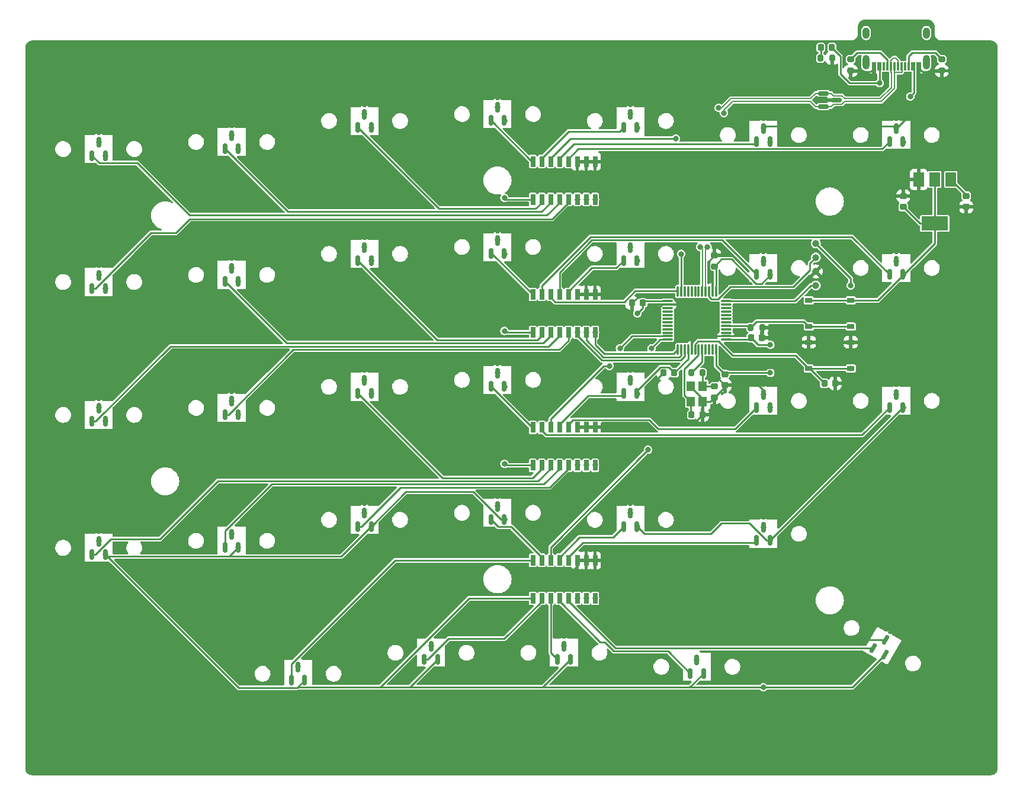
<source format=gbr>
%TF.GenerationSoftware,KiCad,Pcbnew,7.0.6*%
%TF.CreationDate,2023-08-12T15:46:35+09:00*%
%TF.ProjectId,ember,656d6265-722e-46b6-9963-61645f706362,rev?*%
%TF.SameCoordinates,Original*%
%TF.FileFunction,Copper,L2,Bot*%
%TF.FilePolarity,Positive*%
%FSLAX46Y46*%
G04 Gerber Fmt 4.6, Leading zero omitted, Abs format (unit mm)*
G04 Created by KiCad (PCBNEW 7.0.6) date 2023-08-12 15:46:35*
%MOMM*%
%LPD*%
G01*
G04 APERTURE LIST*
G04 Aperture macros list*
%AMRoundRect*
0 Rectangle with rounded corners*
0 $1 Rounding radius*
0 $2 $3 $4 $5 $6 $7 $8 $9 X,Y pos of 4 corners*
0 Add a 4 corners polygon primitive as box body*
4,1,4,$2,$3,$4,$5,$6,$7,$8,$9,$2,$3,0*
0 Add four circle primitives for the rounded corners*
1,1,$1+$1,$2,$3*
1,1,$1+$1,$4,$5*
1,1,$1+$1,$6,$7*
1,1,$1+$1,$8,$9*
0 Add four rect primitives between the rounded corners*
20,1,$1+$1,$2,$3,$4,$5,0*
20,1,$1+$1,$4,$5,$6,$7,0*
20,1,$1+$1,$6,$7,$8,$9,0*
20,1,$1+$1,$8,$9,$2,$3,0*%
G04 Aperture macros list end*
%TA.AperFunction,SMDPad,CuDef*%
%ADD10R,1.500000X2.000000*%
%TD*%
%TA.AperFunction,SMDPad,CuDef*%
%ADD11R,3.800000X2.000000*%
%TD*%
%TA.AperFunction,SMDPad,CuDef*%
%ADD12RoundRect,0.150000X0.150000X-0.587500X0.150000X0.587500X-0.150000X0.587500X-0.150000X-0.587500X0*%
%TD*%
%TA.AperFunction,SMDPad,CuDef*%
%ADD13RoundRect,0.200000X-0.275000X0.200000X-0.275000X-0.200000X0.275000X-0.200000X0.275000X0.200000X0*%
%TD*%
%TA.AperFunction,ComponentPad*%
%ADD14C,1.000000*%
%TD*%
%TA.AperFunction,SMDPad,CuDef*%
%ADD15RoundRect,0.200000X0.200000X0.275000X-0.200000X0.275000X-0.200000X-0.275000X0.200000X-0.275000X0*%
%TD*%
%TA.AperFunction,SMDPad,CuDef*%
%ADD16RoundRect,0.225000X-0.225000X-0.250000X0.225000X-0.250000X0.225000X0.250000X-0.225000X0.250000X0*%
%TD*%
%TA.AperFunction,SMDPad,CuDef*%
%ADD17RoundRect,0.225000X0.250000X-0.225000X0.250000X0.225000X-0.250000X0.225000X-0.250000X-0.225000X0*%
%TD*%
%TA.AperFunction,SMDPad,CuDef*%
%ADD18R,0.650000X1.525000*%
%TD*%
%TA.AperFunction,SMDPad,CuDef*%
%ADD19RoundRect,0.150000X-0.163846X-0.583790X0.423654X0.433790X0.163846X0.583790X-0.423654X-0.433790X0*%
%TD*%
%TA.AperFunction,SMDPad,CuDef*%
%ADD20R,1.000000X0.750000*%
%TD*%
%TA.AperFunction,SMDPad,CuDef*%
%ADD21RoundRect,0.075000X0.075000X-0.662500X0.075000X0.662500X-0.075000X0.662500X-0.075000X-0.662500X0*%
%TD*%
%TA.AperFunction,SMDPad,CuDef*%
%ADD22RoundRect,0.075000X0.662500X-0.075000X0.662500X0.075000X-0.662500X0.075000X-0.662500X-0.075000X0*%
%TD*%
%TA.AperFunction,SMDPad,CuDef*%
%ADD23RoundRect,0.225000X-0.250000X0.225000X-0.250000X-0.225000X0.250000X-0.225000X0.250000X0.225000X0*%
%TD*%
%TA.AperFunction,SMDPad,CuDef*%
%ADD24R,1.200000X1.400000*%
%TD*%
%TA.AperFunction,SMDPad,CuDef*%
%ADD25RoundRect,0.150000X-0.587500X-0.150000X0.587500X-0.150000X0.587500X0.150000X-0.587500X0.150000X0*%
%TD*%
%TA.AperFunction,SMDPad,CuDef*%
%ADD26RoundRect,0.200000X-0.200000X-0.275000X0.200000X-0.275000X0.200000X0.275000X-0.200000X0.275000X0*%
%TD*%
%TA.AperFunction,SMDPad,CuDef*%
%ADD27RoundRect,0.225000X0.225000X0.250000X-0.225000X0.250000X-0.225000X-0.250000X0.225000X-0.250000X0*%
%TD*%
%TA.AperFunction,SMDPad,CuDef*%
%ADD28R,0.300000X1.150000*%
%TD*%
%TA.AperFunction,ComponentPad*%
%ADD29O,1.000000X1.600000*%
%TD*%
%TA.AperFunction,ComponentPad*%
%ADD30O,1.000000X2.100000*%
%TD*%
%TA.AperFunction,SMDPad,CuDef*%
%ADD31RoundRect,0.218750X-0.218750X-0.256250X0.218750X-0.256250X0.218750X0.256250X-0.218750X0.256250X0*%
%TD*%
%TA.AperFunction,ViaPad*%
%ADD32C,0.800000*%
%TD*%
%TA.AperFunction,Conductor*%
%ADD33C,0.250000*%
%TD*%
%TA.AperFunction,Conductor*%
%ADD34C,0.200000*%
%TD*%
G04 APERTURE END LIST*
D10*
%TO.P,U33,1,GND*%
%TO.N,GND*%
X157200000Y-44350000D03*
%TO.P,U33,2,VO*%
%TO.N,+3.3V*%
X159500000Y-44350000D03*
D11*
X159500000Y-50650000D03*
D10*
%TO.P,U33,3,VI*%
%TO.N,+5V*%
X161800000Y-44350000D03*
%TD*%
D12*
%TO.P,U30,1,VDD*%
%TO.N,+3.3V*%
X59950000Y-77937500D03*
%TO.P,U30,2,OUT*%
%TO.N,SENS_B_CH3*%
X58050000Y-77937500D03*
%TO.P,U30,3,GND*%
%TO.N,GND*%
X59000000Y-76062500D03*
%TD*%
%TO.P,U1,1,VDD*%
%TO.N,+3.3V*%
X40950000Y-40937500D03*
%TO.P,U1,2,OUT*%
%TO.N,SENS_A_CH0*%
X39050000Y-40937500D03*
%TO.P,U1,3,GND*%
%TO.N,GND*%
X40000000Y-39062500D03*
%TD*%
D13*
%TO.P,R1,1*%
%TO.N,Net-(J2-CC1)*%
X147500000Y-27175000D03*
%TO.P,R1,2*%
%TO.N,GND*%
X147500000Y-28825000D03*
%TD*%
D14*
%TO.P,TP1,1,1*%
%TO.N,SWCLK*%
X142500000Y-59500000D03*
%TD*%
D15*
%TO.P,R3,1*%
%TO.N,Net-(C9-Pad1)*%
X126325000Y-72000000D03*
%TO.P,R3,2*%
%TO.N,RCC_OSC_IN*%
X124675000Y-72000000D03*
%TD*%
D12*
%TO.P,U6,1,VDD*%
%TO.N,+3.3V*%
X78950000Y-55937500D03*
%TO.P,U6,2,OUT*%
%TO.N,SENS_B_CH2*%
X77050000Y-55937500D03*
%TO.P,U6,3,GND*%
%TO.N,GND*%
X78000000Y-54062500D03*
%TD*%
D16*
%TO.P,C4,1*%
%TO.N,+3.3V*%
X133225000Y-67000000D03*
%TO.P,C4,2*%
%TO.N,GND*%
X134775000Y-67000000D03*
%TD*%
D17*
%TO.P,C1,1*%
%TO.N,+3.3V*%
X155000000Y-48275000D03*
%TO.P,C1,2*%
%TO.N,GND*%
X155000000Y-46725000D03*
%TD*%
D12*
%TO.P,U21,1,VDD*%
%TO.N,+3.3V*%
X135950000Y-38937500D03*
%TO.P,U21,2,OUT*%
%TO.N,SENS_A_CH7*%
X134050000Y-38937500D03*
%TO.P,U21,3,GND*%
%TO.N,GND*%
X135000000Y-37062500D03*
%TD*%
%TO.P,U7,1,VDD*%
%TO.N,+3.3V*%
X97950000Y-73937500D03*
%TO.P,U7,2,OUT*%
%TO.N,SENS_C_CH4*%
X96050000Y-73937500D03*
%TO.P,U7,3,GND*%
%TO.N,GND*%
X97000000Y-72062500D03*
%TD*%
%TO.P,U14,1,VDD*%
%TO.N,+3.3V*%
X116950000Y-55937500D03*
%TO.P,U14,2,OUT*%
%TO.N,SENS_B_CH5*%
X115050000Y-55937500D03*
%TO.P,U14,3,GND*%
%TO.N,GND*%
X116000000Y-54062500D03*
%TD*%
%TO.P,U25,1,VDD*%
%TO.N,+3.3V*%
X154950000Y-38937500D03*
%TO.P,U25,2,OUT*%
%TO.N,SENS_A_CH5*%
X153050000Y-38937500D03*
%TO.P,U25,3,GND*%
%TO.N,GND*%
X154000000Y-37062500D03*
%TD*%
D18*
%TO.P,IC4,1,CH_4_IN/OUT*%
%TO.N,SENS_D_CH4*%
X102055000Y-98788000D03*
%TO.P,IC4,2,CH_6_IN/OUT*%
%TO.N,SENS_D_CH6*%
X103325000Y-98788000D03*
%TO.P,IC4,3,COM_OUT/IN*%
%TO.N,ADC3*%
X104595000Y-98788000D03*
%TO.P,IC4,4,CH_7_IN/OUT*%
%TO.N,SENS_D_CH7*%
X105865000Y-98788000D03*
%TO.P,IC4,5,CH_5_IN/OUT*%
%TO.N,SENS_D_CH5*%
X107135000Y-98788000D03*
%TO.P,IC4,6,INH*%
%TO.N,GND*%
X108405000Y-98788000D03*
%TO.P,IC4,7,VEE*%
X109675000Y-98788000D03*
%TO.P,IC4,8,VSS*%
X110945000Y-98788000D03*
%TO.P,IC4,9,C*%
%TO.N,MUX_C*%
X110945000Y-104212000D03*
%TO.P,IC4,10,B*%
%TO.N,MUX_B*%
X109675000Y-104212000D03*
%TO.P,IC4,11,A*%
%TO.N,MUX_A*%
X108405000Y-104212000D03*
%TO.P,IC4,12,CH_3_IN/OUT*%
%TO.N,SENS_D_CH3*%
X107135000Y-104212000D03*
%TO.P,IC4,13,CH_0_IN/OUT*%
%TO.N,SENS_D_CH0*%
X105865000Y-104212000D03*
%TO.P,IC4,14,CH_1_IN/OUT*%
%TO.N,SENS_D_CH1*%
X104595000Y-104212000D03*
%TO.P,IC4,15,CH_2_IN/OUT*%
%TO.N,SENS_D_CH2*%
X103325000Y-104212000D03*
%TO.P,IC4,16,VDD*%
%TO.N,+3.3V*%
X102055000Y-104212000D03*
%TD*%
D12*
%TO.P,U23,1,VDD*%
%TO.N,+3.3V*%
X40950000Y-97937500D03*
%TO.P,U23,2,OUT*%
%TO.N,SENS_C_CH1*%
X39050000Y-97937500D03*
%TO.P,U23,3,GND*%
%TO.N,GND*%
X40000000Y-96062500D03*
%TD*%
D19*
%TO.P,U32,1,VDD*%
%TO.N,+3.3V*%
X152353974Y-112286899D03*
%TO.P,U32,2,OUT*%
%TO.N,SENS_D_CH3*%
X150708526Y-111336899D03*
%TO.P,U32,3,GND*%
%TO.N,GND*%
X152468750Y-110188101D03*
%TD*%
D20*
%TO.P,SW1,1,1*%
%TO.N,NRST*%
X141500000Y-71375000D03*
X147500000Y-71375000D03*
%TO.P,SW1,2,2*%
%TO.N,GND*%
X141500000Y-67625000D03*
X147500000Y-67625000D03*
%TD*%
D21*
%TO.P,MCU1,1,VBAT*%
%TO.N,+3.3V*%
X128250000Y-68662500D03*
%TO.P,MCU1,2,PC13*%
%TO.N,unconnected-(MCU1-PC13-Pad2)*%
X127750000Y-68662500D03*
%TO.P,MCU1,3,PC14*%
%TO.N,unconnected-(MCU1-PC14-Pad3)*%
X127250000Y-68662500D03*
%TO.P,MCU1,4,PC15*%
%TO.N,unconnected-(MCU1-PC15-Pad4)*%
X126750000Y-68662500D03*
%TO.P,MCU1,5,PF0*%
%TO.N,RCC_OSC_IN*%
X126250000Y-68662500D03*
%TO.P,MCU1,6,PF1*%
%TO.N,RCC_OSC_OUT*%
X125750000Y-68662500D03*
%TO.P,MCU1,7,NRST*%
%TO.N,NRST*%
X125250000Y-68662500D03*
%TO.P,MCU1,8,VSSA*%
%TO.N,GND*%
X124750000Y-68662500D03*
%TO.P,MCU1,9,VDDA*%
%TO.N,+3.3V*%
X124250000Y-68662500D03*
%TO.P,MCU1,10,PA0*%
%TO.N,MUX_A*%
X123750000Y-68662500D03*
%TO.P,MCU1,11,PA1*%
%TO.N,MUX_B*%
X123250000Y-68662500D03*
%TO.P,MCU1,12,PA2*%
%TO.N,MUX_C*%
X122750000Y-68662500D03*
D22*
%TO.P,MCU1,13,PA3*%
%TO.N,ADC3*%
X121337500Y-67250000D03*
%TO.P,MCU1,14,PA4*%
%TO.N,ADC2*%
X121337500Y-66750000D03*
%TO.P,MCU1,15,PA5*%
%TO.N,unconnected-(MCU1-PA5-Pad15)*%
X121337500Y-66250000D03*
%TO.P,MCU1,16,PA6*%
%TO.N,unconnected-(MCU1-PA6-Pad16)*%
X121337500Y-65750000D03*
%TO.P,MCU1,17,PA7*%
%TO.N,unconnected-(MCU1-PA7-Pad17)*%
X121337500Y-65250000D03*
%TO.P,MCU1,18,PB0*%
%TO.N,unconnected-(MCU1-PB0-Pad18)*%
X121337500Y-64750000D03*
%TO.P,MCU1,19,PB1*%
%TO.N,unconnected-(MCU1-PB1-Pad19)*%
X121337500Y-64250000D03*
%TO.P,MCU1,20,PB2*%
%TO.N,unconnected-(MCU1-PB2-Pad20)*%
X121337500Y-63750000D03*
%TO.P,MCU1,21,PB10*%
%TO.N,unconnected-(MCU1-PB10-Pad21)*%
X121337500Y-63250000D03*
%TO.P,MCU1,22,PB11*%
%TO.N,unconnected-(MCU1-PB11-Pad22)*%
X121337500Y-62750000D03*
%TO.P,MCU1,23,VSS*%
%TO.N,GND*%
X121337500Y-62250000D03*
%TO.P,MCU1,24,VDD*%
%TO.N,+3.3V*%
X121337500Y-61750000D03*
D21*
%TO.P,MCU1,25,PB12*%
%TO.N,ADC1*%
X122750000Y-60337500D03*
%TO.P,MCU1,26,PB13*%
%TO.N,ADC0*%
X123250000Y-60337500D03*
%TO.P,MCU1,27,PB14*%
%TO.N,unconnected-(MCU1-PB14-Pad27)*%
X123750000Y-60337500D03*
%TO.P,MCU1,28,PB15*%
%TO.N,unconnected-(MCU1-PB15-Pad28)*%
X124250000Y-60337500D03*
%TO.P,MCU1,29,PA8*%
%TO.N,unconnected-(MCU1-PA8-Pad29)*%
X124750000Y-60337500D03*
%TO.P,MCU1,30,PA9*%
%TO.N,unconnected-(MCU1-PA9-Pad30)*%
X125250000Y-60337500D03*
%TO.P,MCU1,31,PA10*%
%TO.N,unconnected-(MCU1-PA10-Pad31)*%
X125750000Y-60337500D03*
%TO.P,MCU1,32,PA11*%
%TO.N,USB_D-*%
X126250000Y-60337500D03*
%TO.P,MCU1,33,PA12*%
%TO.N,USB_D+*%
X126750000Y-60337500D03*
%TO.P,MCU1,34,PA13*%
%TO.N,SWDIO*%
X127250000Y-60337500D03*
%TO.P,MCU1,35,VSS*%
%TO.N,GND*%
X127750000Y-60337500D03*
%TO.P,MCU1,36,VDD*%
%TO.N,+3.3V*%
X128250000Y-60337500D03*
D22*
%TO.P,MCU1,37,PA14*%
%TO.N,SWCLK*%
X129662500Y-61750000D03*
%TO.P,MCU1,38,PA15*%
%TO.N,unconnected-(MCU1-PA15-Pad38)*%
X129662500Y-62250000D03*
%TO.P,MCU1,39,PB3*%
%TO.N,unconnected-(MCU1-PB3-Pad39)*%
X129662500Y-62750000D03*
%TO.P,MCU1,40,PB4*%
%TO.N,unconnected-(MCU1-PB4-Pad40)*%
X129662500Y-63250000D03*
%TO.P,MCU1,41,PB5*%
%TO.N,unconnected-(MCU1-PB5-Pad41)*%
X129662500Y-63750000D03*
%TO.P,MCU1,42,PB6*%
%TO.N,unconnected-(MCU1-PB6-Pad42)*%
X129662500Y-64250000D03*
%TO.P,MCU1,43,PB7*%
%TO.N,unconnected-(MCU1-PB7-Pad43)*%
X129662500Y-64750000D03*
%TO.P,MCU1,44,BOOT0*%
%TO.N,BOOT*%
X129662500Y-65250000D03*
%TO.P,MCU1,45,PB8*%
%TO.N,unconnected-(MCU1-PB8-Pad45)*%
X129662500Y-65750000D03*
%TO.P,MCU1,46,PB9*%
%TO.N,unconnected-(MCU1-PB9-Pad46)*%
X129662500Y-66250000D03*
%TO.P,MCU1,47,VSS*%
%TO.N,GND*%
X129662500Y-66750000D03*
%TO.P,MCU1,48,VDD*%
%TO.N,+3.3V*%
X129662500Y-67250000D03*
%TD*%
D20*
%TO.P,SW2,1,1*%
%TO.N,BOOT*%
X141500000Y-65375000D03*
X147500000Y-65375000D03*
%TO.P,SW2,2,2*%
%TO.N,+3.3V*%
X141500000Y-61625000D03*
X147500000Y-61625000D03*
%TD*%
D12*
%TO.P,U4,1,VDD*%
%TO.N,+3.3V*%
X97950000Y-92937500D03*
%TO.P,U4,2,OUT*%
%TO.N,SENS_D_CH6*%
X96050000Y-92937500D03*
%TO.P,U4,3,GND*%
%TO.N,GND*%
X97000000Y-91062500D03*
%TD*%
D23*
%TO.P,C9,1*%
%TO.N,Net-(C9-Pad1)*%
X128000000Y-73950000D03*
%TO.P,C9,2*%
%TO.N,GND*%
X128000000Y-75500000D03*
%TD*%
D12*
%TO.P,U22,1,VDD*%
%TO.N,+3.3V*%
X154950000Y-57937500D03*
%TO.P,U22,2,OUT*%
%TO.N,SENS_B_CH6*%
X153050000Y-57937500D03*
%TO.P,U22,3,GND*%
%TO.N,GND*%
X154000000Y-56062500D03*
%TD*%
%TO.P,U11,1,VDD*%
%TO.N,+3.3V*%
X116950000Y-74937500D03*
%TO.P,U11,2,OUT*%
%TO.N,SENS_C_CH7*%
X115050000Y-74937500D03*
%TO.P,U11,3,GND*%
%TO.N,GND*%
X116000000Y-73062500D03*
%TD*%
D18*
%TO.P,IC1,1,CH_4_IN/OUT*%
%TO.N,SENS_A_CH4*%
X102055000Y-41788000D03*
%TO.P,IC1,2,CH_6_IN/OUT*%
%TO.N,SENS_A_CH6*%
X103325000Y-41788000D03*
%TO.P,IC1,3,COM_OUT/IN*%
%TO.N,ADC0*%
X104595000Y-41788000D03*
%TO.P,IC1,4,CH_7_IN/OUT*%
%TO.N,SENS_A_CH7*%
X105865000Y-41788000D03*
%TO.P,IC1,5,CH_5_IN/OUT*%
%TO.N,SENS_A_CH5*%
X107135000Y-41788000D03*
%TO.P,IC1,6,INH*%
%TO.N,GND*%
X108405000Y-41788000D03*
%TO.P,IC1,7,VEE*%
X109675000Y-41788000D03*
%TO.P,IC1,8,VSS*%
X110945000Y-41788000D03*
%TO.P,IC1,9,C*%
%TO.N,MUX_C*%
X110945000Y-47212000D03*
%TO.P,IC1,10,B*%
%TO.N,MUX_B*%
X109675000Y-47212000D03*
%TO.P,IC1,11,A*%
%TO.N,MUX_A*%
X108405000Y-47212000D03*
%TO.P,IC1,12,CH_3_IN/OUT*%
%TO.N,SENS_A_CH3*%
X107135000Y-47212000D03*
%TO.P,IC1,13,CH_0_IN/OUT*%
%TO.N,SENS_A_CH0*%
X105865000Y-47212000D03*
%TO.P,IC1,14,CH_1_IN/OUT*%
%TO.N,SENS_A_CH1*%
X104595000Y-47212000D03*
%TO.P,IC1,15,CH_2_IN/OUT*%
%TO.N,SENS_A_CH2*%
X103325000Y-47212000D03*
%TO.P,IC1,16,VDD*%
%TO.N,+3.3V*%
X102055000Y-47212000D03*
%TD*%
D12*
%TO.P,U20,1,VDD*%
%TO.N,+3.3V*%
X88450000Y-112937500D03*
%TO.P,U20,2,OUT*%
%TO.N,SENS_D_CH2*%
X86550000Y-112937500D03*
%TO.P,U20,3,GND*%
%TO.N,GND*%
X87500000Y-111062500D03*
%TD*%
%TO.P,U24,1,VDD*%
%TO.N,+3.3V*%
X107450000Y-112937500D03*
%TO.P,U24,2,OUT*%
%TO.N,SENS_D_CH1*%
X105550000Y-112937500D03*
%TO.P,U24,3,GND*%
%TO.N,GND*%
X106500000Y-111062500D03*
%TD*%
D23*
%TO.P,C2,1*%
%TO.N,+5V*%
X164000000Y-46725000D03*
%TO.P,C2,2*%
%TO.N,GND*%
X164000000Y-48275000D03*
%TD*%
D12*
%TO.P,U31,1,VDD*%
%TO.N,+3.3V*%
X78950000Y-93937500D03*
%TO.P,U31,2,OUT*%
%TO.N,SENS_C_CH3*%
X77050000Y-93937500D03*
%TO.P,U31,3,GND*%
%TO.N,GND*%
X78000000Y-92062500D03*
%TD*%
D24*
%TO.P,Y1,1,1*%
%TO.N,Net-(C9-Pad1)*%
X126350000Y-73900000D03*
%TO.P,Y1,2,2*%
%TO.N,GND*%
X126350000Y-76100000D03*
%TO.P,Y1,3,3*%
%TO.N,RCC_OSC_OUT*%
X124650000Y-76100000D03*
%TO.P,Y1,4,4*%
%TO.N,GND*%
X124650000Y-73900000D03*
%TD*%
D12*
%TO.P,U18,1,VDD*%
%TO.N,+3.3V*%
X135950000Y-57937500D03*
%TO.P,U18,2,OUT*%
%TO.N,SENS_B_CH7*%
X134050000Y-57937500D03*
%TO.P,U18,3,GND*%
%TO.N,GND*%
X135000000Y-56062500D03*
%TD*%
%TO.P,U19,1,VDD*%
%TO.N,+3.3V*%
X154950000Y-76937500D03*
%TO.P,U19,2,OUT*%
%TO.N,SENS_C_CH6*%
X153050000Y-76937500D03*
%TO.P,U19,3,GND*%
%TO.N,GND*%
X154000000Y-75062500D03*
%TD*%
%TO.P,U17,1,VDD*%
%TO.N,+3.3V*%
X116950000Y-36937500D03*
%TO.P,U17,2,OUT*%
%TO.N,SENS_A_CH6*%
X115050000Y-36937500D03*
%TO.P,U17,3,GND*%
%TO.N,GND*%
X116000000Y-35062500D03*
%TD*%
%TO.P,U27,1,VDD*%
%TO.N,+3.3V*%
X59950000Y-96937500D03*
%TO.P,U27,2,OUT*%
%TO.N,SENS_C_CH0*%
X58050000Y-96937500D03*
%TO.P,U27,3,GND*%
%TO.N,GND*%
X59000000Y-95062500D03*
%TD*%
D18*
%TO.P,IC3,1,CH_4_IN/OUT*%
%TO.N,SENS_C_CH4*%
X102055000Y-79788000D03*
%TO.P,IC3,2,CH_6_IN/OUT*%
%TO.N,SENS_C_CH6*%
X103325000Y-79788000D03*
%TO.P,IC3,3,COM_OUT/IN*%
%TO.N,ADC2*%
X104595000Y-79788000D03*
%TO.P,IC3,4,CH_7_IN/OUT*%
%TO.N,SENS_C_CH7*%
X105865000Y-79788000D03*
%TO.P,IC3,5,CH_5_IN/OUT*%
%TO.N,SENS_C_CH5*%
X107135000Y-79788000D03*
%TO.P,IC3,6,INH*%
%TO.N,GND*%
X108405000Y-79788000D03*
%TO.P,IC3,7,VEE*%
X109675000Y-79788000D03*
%TO.P,IC3,8,VSS*%
X110945000Y-79788000D03*
%TO.P,IC3,9,C*%
%TO.N,MUX_C*%
X110945000Y-85212000D03*
%TO.P,IC3,10,B*%
%TO.N,MUX_B*%
X109675000Y-85212000D03*
%TO.P,IC3,11,A*%
%TO.N,MUX_A*%
X108405000Y-85212000D03*
%TO.P,IC3,12,CH_3_IN/OUT*%
%TO.N,SENS_C_CH3*%
X107135000Y-85212000D03*
%TO.P,IC3,13,CH_0_IN/OUT*%
%TO.N,SENS_C_CH0*%
X105865000Y-85212000D03*
%TO.P,IC3,14,CH_1_IN/OUT*%
%TO.N,SENS_C_CH1*%
X104595000Y-85212000D03*
%TO.P,IC3,15,CH_2_IN/OUT*%
%TO.N,SENS_C_CH2*%
X103325000Y-85212000D03*
%TO.P,IC3,16,VDD*%
%TO.N,+3.3V*%
X102055000Y-85212000D03*
%TD*%
D25*
%TO.P,D1,1,A1*%
%TO.N,USB_D+*%
X143562500Y-33950000D03*
%TO.P,D1,2,A2*%
%TO.N,USB_D-*%
X143562500Y-32050000D03*
%TO.P,D1,3,common*%
%TO.N,GND*%
X145437500Y-33000000D03*
%TD*%
D26*
%TO.P,R5,1*%
%TO.N,Net-(D2-K)*%
X143175000Y-27000000D03*
%TO.P,R5,2*%
%TO.N,GND*%
X144825000Y-27000000D03*
%TD*%
D12*
%TO.P,U26,1,VDD*%
%TO.N,+3.3V*%
X40950000Y-78937500D03*
%TO.P,U26,2,OUT*%
%TO.N,SENS_B_CH0*%
X39050000Y-78937500D03*
%TO.P,U26,3,GND*%
%TO.N,GND*%
X40000000Y-77062500D03*
%TD*%
D18*
%TO.P,IC2,1,CH_4_IN/OUT*%
%TO.N,SENS_B_CH4*%
X102055000Y-60788000D03*
%TO.P,IC2,2,CH_6_IN/OUT*%
%TO.N,SENS_B_CH6*%
X103325000Y-60788000D03*
%TO.P,IC2,3,COM_OUT/IN*%
%TO.N,ADC1*%
X104595000Y-60788000D03*
%TO.P,IC2,4,CH_7_IN/OUT*%
%TO.N,SENS_B_CH7*%
X105865000Y-60788000D03*
%TO.P,IC2,5,CH_5_IN/OUT*%
%TO.N,SENS_B_CH5*%
X107135000Y-60788000D03*
%TO.P,IC2,6,INH*%
%TO.N,GND*%
X108405000Y-60788000D03*
%TO.P,IC2,7,VEE*%
X109675000Y-60788000D03*
%TO.P,IC2,8,VSS*%
X110945000Y-60788000D03*
%TO.P,IC2,9,C*%
%TO.N,MUX_C*%
X110945000Y-66212000D03*
%TO.P,IC2,10,B*%
%TO.N,MUX_B*%
X109675000Y-66212000D03*
%TO.P,IC2,11,A*%
%TO.N,MUX_A*%
X108405000Y-66212000D03*
%TO.P,IC2,12,CH_3_IN/OUT*%
%TO.N,SENS_B_CH3*%
X107135000Y-66212000D03*
%TO.P,IC2,13,CH_0_IN/OUT*%
%TO.N,SENS_B_CH0*%
X105865000Y-66212000D03*
%TO.P,IC2,14,CH_1_IN/OUT*%
%TO.N,SENS_B_CH1*%
X104595000Y-66212000D03*
%TO.P,IC2,15,CH_2_IN/OUT*%
%TO.N,SENS_B_CH2*%
X103325000Y-66212000D03*
%TO.P,IC2,16,VDD*%
%TO.N,+3.3V*%
X102055000Y-66212000D03*
%TD*%
D12*
%TO.P,U8,1,VDD*%
%TO.N,+3.3V*%
X116950000Y-93937500D03*
%TO.P,U8,2,OUT*%
%TO.N,SENS_D_CH7*%
X115050000Y-93937500D03*
%TO.P,U8,3,GND*%
%TO.N,GND*%
X116000000Y-92062500D03*
%TD*%
%TO.P,U15,1,VDD*%
%TO.N,+3.3V*%
X135950000Y-76937500D03*
%TO.P,U15,2,OUT*%
%TO.N,SENS_C_CH5*%
X134050000Y-76937500D03*
%TO.P,U15,3,GND*%
%TO.N,GND*%
X135000000Y-75062500D03*
%TD*%
%TO.P,U9,1,VDD*%
%TO.N,+3.3V*%
X78950000Y-36937500D03*
%TO.P,U9,2,OUT*%
%TO.N,SENS_A_CH2*%
X77050000Y-36937500D03*
%TO.P,U9,3,GND*%
%TO.N,GND*%
X78000000Y-35062500D03*
%TD*%
D14*
%TO.P,TP3,1,1*%
%TO.N,SWDIO*%
X142500000Y-55500000D03*
%TD*%
D12*
%TO.P,U10,1,VDD*%
%TO.N,+3.3V*%
X97950000Y-54937500D03*
%TO.P,U10,2,OUT*%
%TO.N,SENS_B_CH4*%
X96050000Y-54937500D03*
%TO.P,U10,3,GND*%
%TO.N,GND*%
X97000000Y-53062500D03*
%TD*%
D27*
%TO.P,C6,1*%
%TO.N,+3.3V*%
X117775000Y-62000000D03*
%TO.P,C6,2*%
%TO.N,GND*%
X116225000Y-62000000D03*
%TD*%
D12*
%TO.P,U2,1,VDD*%
%TO.N,+3.3V*%
X59950000Y-58937500D03*
%TO.P,U2,2,OUT*%
%TO.N,SENS_B_CH1*%
X58050000Y-58937500D03*
%TO.P,U2,3,GND*%
%TO.N,GND*%
X59000000Y-57062500D03*
%TD*%
%TO.P,U13,1,VDD*%
%TO.N,+3.3V*%
X97950000Y-35937500D03*
%TO.P,U13,2,OUT*%
%TO.N,SENS_A_CH4*%
X96050000Y-35937500D03*
%TO.P,U13,3,GND*%
%TO.N,GND*%
X97000000Y-34062500D03*
%TD*%
%TO.P,U3,1,VDD*%
%TO.N,+3.3V*%
X78950000Y-74937500D03*
%TO.P,U3,2,OUT*%
%TO.N,SENS_C_CH2*%
X77050000Y-74937500D03*
%TO.P,U3,3,GND*%
%TO.N,GND*%
X78000000Y-73062500D03*
%TD*%
D14*
%TO.P,TP4,1,1*%
%TO.N,NRST*%
X142500000Y-53500000D03*
%TD*%
D16*
%TO.P,C11,1*%
%TO.N,NRST*%
X143725000Y-73500000D03*
%TO.P,C11,2*%
%TO.N,GND*%
X145275000Y-73500000D03*
%TD*%
D27*
%TO.P,C7,1*%
%TO.N,+3.3V*%
X122275000Y-72000000D03*
%TO.P,C7,2*%
%TO.N,GND*%
X120725000Y-72000000D03*
%TD*%
D28*
%TO.P,J2,A1,GND*%
%TO.N,GND*%
X150650000Y-28170000D03*
%TO.P,J2,A4,VBUS*%
%TO.N,+5V*%
X151450000Y-28170000D03*
%TO.P,J2,A5,CC1*%
%TO.N,Net-(J2-CC1)*%
X152750000Y-28170000D03*
%TO.P,J2,A6,D+*%
%TO.N,USB_D+*%
X153750000Y-28170000D03*
%TO.P,J2,A7,D-*%
%TO.N,USB_D-*%
X154250000Y-28170000D03*
%TO.P,J2,A8,SBU1*%
%TO.N,unconnected-(J2-SBU1-PadA8)*%
X155250000Y-28170000D03*
%TO.P,J2,A9,VBUS*%
%TO.N,+5V*%
X156550000Y-28170000D03*
%TO.P,J2,A12,GND*%
%TO.N,GND*%
X157350000Y-28170000D03*
%TO.P,J2,B1,GND*%
X157050000Y-28170000D03*
%TO.P,J2,B4,VBUS*%
%TO.N,+5V*%
X156250000Y-28170000D03*
%TO.P,J2,B5,CC2*%
%TO.N,Net-(J2-CC2)*%
X155750000Y-28170000D03*
%TO.P,J2,B6,D+*%
%TO.N,USB_D+*%
X154750000Y-28170000D03*
%TO.P,J2,B7,D-*%
%TO.N,USB_D-*%
X153250000Y-28170000D03*
%TO.P,J2,B8,SBU2*%
%TO.N,unconnected-(J2-SBU2-PadB8)*%
X152250000Y-28170000D03*
%TO.P,J2,B9,VBUS*%
%TO.N,+5V*%
X151750000Y-28170000D03*
%TO.P,J2,B12,GND*%
%TO.N,GND*%
X150950000Y-28170000D03*
D29*
%TO.P,J2,S1,SHIELD*%
%TO.N,unconnected-(J2-SHIELD-PadS1)*%
X149680000Y-23425000D03*
D30*
X149680000Y-27605000D03*
D29*
X158320000Y-23425000D03*
D30*
X158320000Y-27605000D03*
%TD*%
D14*
%TO.P,TP2,1,1*%
%TO.N,GND*%
X142500000Y-57500000D03*
%TD*%
D16*
%TO.P,C10,1*%
%TO.N,RCC_OSC_OUT*%
X124725000Y-78000000D03*
%TO.P,C10,2*%
%TO.N,GND*%
X126275000Y-78000000D03*
%TD*%
D12*
%TO.P,U12,1,VDD*%
%TO.N,+3.3V*%
X135950000Y-95937500D03*
%TO.P,U12,2,OUT*%
%TO.N,SENS_D_CH5*%
X134050000Y-95937500D03*
%TO.P,U12,3,GND*%
%TO.N,GND*%
X135000000Y-94062500D03*
%TD*%
%TO.P,U29,1,VDD*%
%TO.N,+3.3V*%
X40950000Y-59937500D03*
%TO.P,U29,2,OUT*%
%TO.N,SENS_A_CH3*%
X39050000Y-59937500D03*
%TO.P,U29,3,GND*%
%TO.N,GND*%
X40000000Y-58062500D03*
%TD*%
D26*
%TO.P,R4,1*%
%TO.N,BOOT*%
X133175000Y-65500000D03*
%TO.P,R4,2*%
%TO.N,GND*%
X134825000Y-65500000D03*
%TD*%
D13*
%TO.P,R2,1*%
%TO.N,Net-(J2-CC2)*%
X160500000Y-27175000D03*
%TO.P,R2,2*%
%TO.N,GND*%
X160500000Y-28825000D03*
%TD*%
D17*
%TO.P,C3,1*%
%TO.N,+3.3V*%
X128000000Y-56775000D03*
%TO.P,C3,2*%
%TO.N,GND*%
X128000000Y-55225000D03*
%TD*%
D12*
%TO.P,U5,1,VDD*%
%TO.N,+3.3V*%
X59950000Y-39937500D03*
%TO.P,U5,2,OUT*%
%TO.N,SENS_A_CH1*%
X58050000Y-39937500D03*
%TO.P,U5,3,GND*%
%TO.N,GND*%
X59000000Y-38062500D03*
%TD*%
D23*
%TO.P,C5,1*%
%TO.N,+3.3V*%
X129500000Y-72225000D03*
%TO.P,C5,2*%
%TO.N,GND*%
X129500000Y-73775000D03*
%TD*%
D31*
%TO.P,D2,1,K*%
%TO.N,Net-(D2-K)*%
X143212500Y-25500000D03*
%TO.P,D2,2,A*%
%TO.N,+5V*%
X144787500Y-25500000D03*
%TD*%
D12*
%TO.P,U16,1,VDD*%
%TO.N,+3.3V*%
X69450000Y-115937500D03*
%TO.P,U16,2,OUT*%
%TO.N,SENS_D_CH4*%
X67550000Y-115937500D03*
%TO.P,U16,3,GND*%
%TO.N,GND*%
X68500000Y-114062500D03*
%TD*%
%TO.P,U28,1,VDD*%
%TO.N,+3.3V*%
X126450000Y-114937500D03*
%TO.P,U28,2,OUT*%
%TO.N,SENS_D_CH0*%
X124550000Y-114937500D03*
%TO.P,U28,3,GND*%
%TO.N,GND*%
X125500000Y-113062500D03*
%TD*%
D32*
%TO.N,ADC0*%
X122500000Y-38500000D03*
X123250000Y-55000000D03*
%TO.N,GND*%
X147500000Y-25500000D03*
X152500000Y-107500000D03*
X116000000Y-35000000D03*
X152500000Y-81500000D03*
X154000000Y-75062500D03*
X113000000Y-77000000D03*
X44000000Y-99500000D03*
X118500000Y-67500000D03*
X30500000Y-68500000D03*
X113000000Y-50000000D03*
X116000000Y-73000000D03*
X107000000Y-58500000D03*
X167500000Y-47500000D03*
X132000000Y-59000000D03*
X131500000Y-66000000D03*
X113000000Y-82500000D03*
X107500000Y-89500000D03*
X125500000Y-108500000D03*
X135000000Y-67000000D03*
X160500000Y-25500000D03*
X154000000Y-37000000D03*
X97000000Y-128500000D03*
X30500000Y-87500000D03*
X122500000Y-75500000D03*
X131000000Y-68500000D03*
X56000000Y-97000000D03*
X40000000Y-58000000D03*
X106500000Y-82500000D03*
X30500000Y-49500000D03*
X106500000Y-111000000D03*
X78000000Y-128500000D03*
X89500000Y-109000000D03*
X40000000Y-96000000D03*
X116000000Y-92000000D03*
X115500000Y-98000000D03*
X97000000Y-53000000D03*
X43000000Y-96500000D03*
X103500000Y-106500000D03*
X167500000Y-103500000D03*
X113000000Y-55000000D03*
X59000000Y-95000000D03*
X125500000Y-25500000D03*
X59000000Y-76000000D03*
X107000000Y-52500000D03*
X106000000Y-116000000D03*
X119000000Y-61000000D03*
X106500000Y-63500000D03*
X106500000Y-44500000D03*
X30500000Y-128500000D03*
X126500000Y-65500000D03*
X153000000Y-128500000D03*
X100500000Y-97500000D03*
X135000000Y-37000000D03*
X68500000Y-114000000D03*
X116000000Y-68500000D03*
X111000000Y-49500000D03*
X107000000Y-71500000D03*
X135000000Y-94062500D03*
X113500000Y-66000000D03*
X87500000Y-111000000D03*
X68500000Y-25500000D03*
X167500000Y-85500000D03*
X116000000Y-71000000D03*
X144825000Y-27000000D03*
X87500000Y-25500000D03*
X135000000Y-128500000D03*
X151000000Y-38500000D03*
X143500000Y-33000000D03*
X126500000Y-63500000D03*
X87000000Y-116000000D03*
X78000000Y-35000000D03*
X61500000Y-93500000D03*
X100500000Y-105500000D03*
X97000000Y-72000000D03*
X106500000Y-25500000D03*
X30500000Y-106500000D03*
X135000000Y-75062500D03*
X30500000Y-25500000D03*
X78000000Y-54000000D03*
X147500000Y-82500000D03*
X59000000Y-38000000D03*
X106500000Y-101500000D03*
X138000000Y-38500000D03*
X97000000Y-34000000D03*
X167500000Y-128500000D03*
X49500000Y-25500000D03*
X62500000Y-88500000D03*
X167500000Y-25500000D03*
X154000000Y-25000000D03*
X40000000Y-77000000D03*
X116000000Y-54000000D03*
X103500000Y-115000000D03*
X30500000Y-30500000D03*
X78000000Y-92000000D03*
X124500000Y-54000000D03*
X147500000Y-29000000D03*
X127000000Y-70500000D03*
X124500000Y-65500000D03*
X124500000Y-63500000D03*
X129000000Y-116000000D03*
X154654075Y-30154075D03*
X122000000Y-115500000D03*
X113000000Y-92500000D03*
X149500000Y-113000000D03*
X113500000Y-60500000D03*
X107500000Y-108000000D03*
X59000000Y-57000000D03*
X125500000Y-64500000D03*
X133000000Y-63000000D03*
X135000000Y-56062500D03*
X97000000Y-91000000D03*
X83000000Y-116000000D03*
X135000000Y-65500000D03*
X113000000Y-74500000D03*
X81000000Y-89000000D03*
X65500000Y-116000000D03*
X59000000Y-128500000D03*
X40000000Y-39000000D03*
X116000000Y-128500000D03*
X152345925Y-29845925D03*
X74000000Y-97500000D03*
X167500000Y-66500000D03*
X125500000Y-113000000D03*
X116000000Y-64500000D03*
X116000000Y-79500000D03*
X128000000Y-55225000D03*
X154000000Y-56062500D03*
X78000000Y-73000000D03*
%TO.N,MUX_C*%
X110945000Y-47212000D03*
X110945000Y-85212000D03*
X110945000Y-104212000D03*
X110945000Y-66212000D03*
%TO.N,MUX_B*%
X109675000Y-85212000D03*
X109675000Y-104212000D03*
X109675000Y-66212000D03*
X109675000Y-47212000D03*
%TO.N,MUX_A*%
X108405000Y-85212000D03*
X108405000Y-104212000D03*
X108405000Y-66212000D03*
X108405000Y-47212000D03*
%TO.N,+3.3V*%
X98000000Y-66000000D03*
X98000000Y-55000000D03*
X135950000Y-95937500D03*
X40950000Y-59937500D03*
X79000000Y-94000000D03*
X98000000Y-74000000D03*
X59950000Y-40050000D03*
X40950000Y-97937500D03*
X98000000Y-36000000D03*
X59950000Y-58937500D03*
X136000000Y-77000000D03*
X155000000Y-39000000D03*
X98000000Y-85000000D03*
X117000000Y-63500000D03*
X136000000Y-68000000D03*
X135000000Y-116943750D03*
X117000000Y-56000000D03*
X98000000Y-47000000D03*
X117000000Y-37000000D03*
X79000000Y-37000000D03*
X155000000Y-58000000D03*
X98000000Y-93000000D03*
X155000000Y-77000000D03*
X117000000Y-94000000D03*
X40950000Y-78937500D03*
X79000000Y-56000000D03*
X40950000Y-40937500D03*
X117000000Y-75000000D03*
X136000000Y-39000000D03*
X79000000Y-75000000D03*
X59950000Y-96937500D03*
X136000000Y-58000000D03*
X136000000Y-72000000D03*
X59950000Y-77937500D03*
%TO.N,ADC2*%
X113000000Y-71000000D03*
X114500000Y-68500000D03*
%TO.N,ADC3*%
X119000000Y-68500000D03*
X118500000Y-83000000D03*
%TO.N,NRST*%
X147500000Y-71375000D03*
X147500000Y-59500000D03*
%TO.N,+5V*%
X161800000Y-44350000D03*
X151595883Y-30595967D03*
X156000000Y-32500000D03*
%TO.N,USB_D+*%
X129371232Y-34871232D03*
X127025000Y-54000000D03*
%TO.N,USB_D-*%
X128628768Y-34128768D03*
X125975000Y-54000000D03*
%TD*%
D33*
%TO.N,SENS_A_CH4*%
X101900500Y-41788000D02*
X96050000Y-35937500D01*
X102055000Y-41788000D02*
X101900500Y-41788000D01*
%TO.N,SENS_A_CH6*%
X114487500Y-37500000D02*
X115050000Y-36937500D01*
X103325000Y-41788000D02*
X103325000Y-41320500D01*
X103325000Y-41320500D02*
X107145500Y-37500000D01*
X107145500Y-37500000D02*
X114487500Y-37500000D01*
%TO.N,ADC0*%
X123250000Y-60337500D02*
X123250000Y-55000000D01*
X122500000Y-38500000D02*
X107445500Y-38500000D01*
X104595000Y-41350500D02*
X104595000Y-41788000D01*
X107445500Y-38500000D02*
X104595000Y-41350500D01*
%TO.N,SENS_A_CH7*%
X105865000Y-41788000D02*
X105865000Y-41350500D01*
X107965500Y-39250000D02*
X133737500Y-39250000D01*
X133737500Y-39250000D02*
X134050000Y-38937500D01*
X105865000Y-41350500D02*
X107965500Y-39250000D01*
%TO.N,SENS_A_CH5*%
X151987500Y-40000000D02*
X153050000Y-38937500D01*
X107135000Y-41365000D02*
X108500000Y-40000000D01*
X108500000Y-40000000D02*
X151987500Y-40000000D01*
X107135000Y-41788000D02*
X107135000Y-41365000D01*
%TO.N,GND*%
X108405000Y-41788000D02*
X109675000Y-41788000D01*
X125275000Y-79000000D02*
X126275000Y-78000000D01*
X119830000Y-72895000D02*
X119830000Y-74517767D01*
X127750000Y-57777817D02*
X127200000Y-57227817D01*
X108405000Y-98788000D02*
X109675000Y-98788000D01*
X152468750Y-110188101D02*
X127188101Y-110188101D01*
X130750000Y-66750000D02*
X131500000Y-66000000D01*
X124650000Y-73900000D02*
X124650000Y-74000000D01*
X127200000Y-56025000D02*
X128000000Y-55225000D01*
X153687500Y-36750000D02*
X135312500Y-36750000D01*
X145437500Y-33000000D02*
X143500000Y-33000000D01*
X147625000Y-67500000D02*
X147500000Y-67625000D01*
X119830000Y-74517767D02*
X124312233Y-79000000D01*
X114712000Y-98788000D02*
X115500000Y-98000000D01*
X118284315Y-64500000D02*
X116000000Y-64500000D01*
X110945000Y-98788000D02*
X114712000Y-98788000D01*
X129500000Y-73775000D02*
X127000000Y-71275000D01*
X126350000Y-76100000D02*
X126350000Y-77925000D01*
X120534315Y-62250000D02*
X118284315Y-64500000D01*
X147500000Y-28825000D02*
X147500000Y-28825000D01*
X147500000Y-29000000D02*
X147675000Y-29000000D01*
X124750000Y-67722919D02*
X125722919Y-66750000D01*
X124750000Y-68662500D02*
X124750000Y-67722919D01*
X135000000Y-74500000D02*
X135000000Y-75062500D01*
X126350000Y-75700000D02*
X126350000Y-76100000D01*
X108405000Y-79788000D02*
X109675000Y-79788000D01*
X110945000Y-79788000D02*
X115712000Y-79788000D01*
X126350000Y-76100000D02*
X127400000Y-76100000D01*
X108405000Y-98788000D02*
X108405000Y-99595000D01*
X157350000Y-28170000D02*
X157350000Y-28595000D01*
X127400000Y-76100000D02*
X128000000Y-75500000D01*
X134825000Y-66950000D02*
X134775000Y-67000000D01*
X127000000Y-71275000D02*
X127000000Y-70500000D01*
X129662500Y-66750000D02*
X130750000Y-66750000D01*
X157735000Y-28980000D02*
X160345000Y-28980000D01*
X117225000Y-61000000D02*
X119000000Y-61000000D01*
X127188101Y-110188101D02*
X125500000Y-108500000D01*
X108405000Y-60788000D02*
X109675000Y-60788000D01*
X157050000Y-34012500D02*
X154000000Y-37062500D01*
X120725000Y-72000000D02*
X119830000Y-72895000D01*
X135312500Y-36750000D02*
X135000000Y-37062500D01*
X109675000Y-60788000D02*
X110945000Y-60788000D01*
X109675000Y-41788000D02*
X110945000Y-41788000D01*
X121337500Y-62250000D02*
X120534315Y-62250000D01*
X134275000Y-73775000D02*
X135000000Y-74500000D01*
X115712000Y-79788000D02*
X116000000Y-79500000D01*
X109675000Y-98788000D02*
X110945000Y-98788000D01*
X154000000Y-37062500D02*
X153687500Y-36750000D01*
X157050000Y-28170000D02*
X157350000Y-28170000D01*
X160345000Y-28980000D02*
X160500000Y-28825000D01*
X127200000Y-57227817D02*
X127200000Y-56025000D01*
X126350000Y-77925000D02*
X126275000Y-78000000D01*
X127750000Y-60337500D02*
X127750000Y-57777817D01*
X157350000Y-28595000D02*
X157735000Y-28980000D01*
X157050000Y-28170000D02*
X157050000Y-34012500D01*
X150250000Y-28995000D02*
X150650000Y-28595000D01*
X109675000Y-79788000D02*
X110945000Y-79788000D01*
X147675000Y-29000000D02*
X147670000Y-28995000D01*
X134825000Y-65500000D02*
X134825000Y-66950000D01*
X129500000Y-73775000D02*
X129500000Y-74000000D01*
X108405000Y-99595000D02*
X106500000Y-101500000D01*
X116225000Y-62000000D02*
X117225000Y-61000000D01*
X125722919Y-66750000D02*
X129662500Y-66750000D01*
X129500000Y-74000000D02*
X128000000Y-75500000D01*
X150650000Y-28170000D02*
X150950000Y-28170000D01*
X147500000Y-28825000D02*
X147500000Y-29000000D01*
X147670000Y-28995000D02*
X150250000Y-28995000D01*
X150650000Y-28595000D02*
X150650000Y-28170000D01*
X124650000Y-74000000D02*
X126350000Y-75700000D01*
X124312233Y-79000000D02*
X125275000Y-79000000D01*
X129500000Y-73775000D02*
X134275000Y-73775000D01*
%TO.N,MUX_C*%
X122137500Y-69275000D02*
X112275000Y-69275000D01*
X122750000Y-68662500D02*
X122137500Y-69275000D01*
X112275000Y-69275000D02*
X110945000Y-67945000D01*
X110945000Y-67945000D02*
X110945000Y-66212000D01*
%TO.N,MUX_B*%
X123250000Y-69465685D02*
X122990685Y-69725000D01*
X109675000Y-67311396D02*
X109675000Y-66212000D01*
X123250000Y-68662500D02*
X123250000Y-69465685D01*
X122990685Y-69725000D02*
X112088604Y-69725000D01*
X112088604Y-69725000D02*
X109675000Y-67311396D01*
%TO.N,MUX_A*%
X123750000Y-69602081D02*
X123177081Y-70175000D01*
X123750000Y-68662500D02*
X123750000Y-69602081D01*
X123177081Y-70175000D02*
X111900500Y-70175000D01*
X111900500Y-70175000D02*
X108405000Y-66679500D01*
X108405000Y-66679500D02*
X108405000Y-66212000D01*
%TO.N,SENS_A_CH3*%
X104784500Y-50000000D02*
X53000000Y-50000000D01*
X39540749Y-59937500D02*
X39050000Y-59937500D01*
X107135000Y-47212000D02*
X107135000Y-47649500D01*
X47478249Y-52000000D02*
X39540749Y-59937500D01*
X51000000Y-52000000D02*
X47478249Y-52000000D01*
X107135000Y-47649500D02*
X104784500Y-50000000D01*
X53000000Y-50000000D02*
X51000000Y-52000000D01*
%TO.N,SENS_A_CH0*%
X105865000Y-47212000D02*
X105865000Y-47649500D01*
X40112500Y-42000000D02*
X39050000Y-40937500D01*
X52950000Y-49450000D02*
X45500000Y-42000000D01*
X104064500Y-49450000D02*
X52950000Y-49450000D01*
X45500000Y-42000000D02*
X40112500Y-42000000D01*
X105865000Y-47649500D02*
X104064500Y-49450000D01*
%TO.N,SENS_A_CH1*%
X67062500Y-48950000D02*
X58050000Y-39937500D01*
X103294500Y-48950000D02*
X67062500Y-48950000D01*
X104595000Y-47212000D02*
X104595000Y-47649500D01*
X104595000Y-47649500D02*
X103294500Y-48950000D01*
%TO.N,SENS_A_CH2*%
X88612500Y-48500000D02*
X77050000Y-36937500D01*
X103325000Y-47649500D02*
X102474500Y-48500000D01*
X102474500Y-48500000D02*
X88612500Y-48500000D01*
X103325000Y-47212000D02*
X103325000Y-47649500D01*
%TO.N,+3.3V*%
X122275000Y-72000000D02*
X124250000Y-70025000D01*
X58637500Y-98250000D02*
X41262500Y-98250000D01*
X102055000Y-85212000D02*
X98212000Y-85212000D01*
X40950000Y-97937500D02*
X60012500Y-117000000D01*
X147500000Y-61625000D02*
X141500000Y-61625000D01*
X129025000Y-55750000D02*
X130453249Y-55750000D01*
X130453249Y-55750000D02*
X133953249Y-59250000D01*
X98212000Y-85212000D02*
X98000000Y-85000000D01*
X129500000Y-72225000D02*
X129725000Y-72000000D01*
X128250000Y-70975000D02*
X129500000Y-72225000D01*
X155000000Y-58000000D02*
X151375000Y-61625000D01*
X93521751Y-89000000D02*
X83887500Y-89000000D01*
X121475000Y-71200000D02*
X120272183Y-71200000D01*
X128250000Y-57025000D02*
X128000000Y-56775000D01*
X133021751Y-93500000D02*
X129000000Y-93500000D01*
X78950000Y-93937500D02*
X79000000Y-93887500D01*
X122275000Y-72000000D02*
X121475000Y-71200000D01*
X128250000Y-68662500D02*
X128250000Y-70975000D01*
X159500000Y-53500000D02*
X155000000Y-58000000D01*
X151375000Y-61625000D02*
X147500000Y-61625000D01*
X135000000Y-116943750D02*
X124443750Y-116943750D01*
X74637500Y-98250000D02*
X58637500Y-98250000D01*
X98000000Y-93000000D02*
X97521751Y-93000000D01*
X41262500Y-98250000D02*
X40950000Y-97937500D01*
X135459251Y-95937500D02*
X133021751Y-93500000D01*
X157375000Y-50650000D02*
X159500000Y-50650000D01*
X126450000Y-114937500D02*
X124443750Y-116943750D01*
X128000000Y-56775000D02*
X129025000Y-55750000D01*
X68387500Y-117000000D02*
X68443750Y-116943750D01*
X155000000Y-48275000D02*
X157375000Y-50650000D01*
X98212000Y-66212000D02*
X98000000Y-66000000D01*
X92941249Y-104212000D02*
X80209499Y-116943750D01*
X78887500Y-94000000D02*
X74637500Y-98250000D01*
X129725000Y-72000000D02*
X136000000Y-72000000D01*
X136000000Y-58000000D02*
X134750000Y-59250000D01*
X132975000Y-67250000D02*
X133225000Y-67000000D01*
X124250000Y-70025000D02*
X124250000Y-68662500D01*
X88450000Y-112937500D02*
X84443750Y-116943750D01*
X102055000Y-66212000D02*
X98212000Y-66212000D01*
X159500000Y-44350000D02*
X159500000Y-50650000D01*
X102055000Y-47212000D02*
X98212000Y-47212000D01*
X129662500Y-67250000D02*
X132975000Y-67250000D01*
X117775000Y-62000000D02*
X117775000Y-62725000D01*
X117000000Y-74472183D02*
X117000000Y-75000000D01*
X60012500Y-117000000D02*
X68387500Y-117000000D01*
X80209499Y-116943750D02*
X80000000Y-116943750D01*
X118025000Y-61750000D02*
X121337500Y-61750000D01*
X107450000Y-112937500D02*
X103443750Y-116943750D01*
X79000000Y-93887500D02*
X79000000Y-94000000D01*
X124443750Y-116943750D02*
X103443750Y-116943750D01*
X102055000Y-104212000D02*
X92941249Y-104212000D01*
X135950000Y-95937500D02*
X135459251Y-95937500D01*
X84443750Y-116943750D02*
X80000000Y-116943750D01*
X79000000Y-94000000D02*
X78887500Y-94000000D01*
X117775000Y-62000000D02*
X118025000Y-61750000D01*
X97521751Y-93000000D02*
X93521751Y-89000000D01*
X117775000Y-62725000D02*
X117000000Y-63500000D01*
X159500000Y-50650000D02*
X159500000Y-53500000D01*
X152353974Y-112286899D02*
X147697123Y-116943750D01*
X133953249Y-59250000D02*
X134750000Y-59250000D01*
X118000000Y-95000000D02*
X117000000Y-94000000D01*
X154950000Y-76937500D02*
X135950000Y-95937500D01*
X129000000Y-93500000D02*
X127500000Y-95000000D01*
X83887500Y-89000000D02*
X78950000Y-93937500D01*
X128250000Y-60337500D02*
X128250000Y-57025000D01*
X147697123Y-116943750D02*
X135000000Y-116943750D01*
X127500000Y-95000000D02*
X118000000Y-95000000D01*
X103443750Y-116943750D02*
X84443750Y-116943750D01*
X120272183Y-71200000D02*
X117000000Y-74472183D01*
X134225000Y-68000000D02*
X136000000Y-68000000D01*
X59950000Y-96937500D02*
X58637500Y-98250000D01*
X133225000Y-67000000D02*
X134225000Y-68000000D01*
X98212000Y-47212000D02*
X98000000Y-47000000D01*
X68443750Y-116943750D02*
X69450000Y-115937500D01*
X80000000Y-116943750D02*
X68443750Y-116943750D01*
%TO.N,SENS_B_CH4*%
X102055000Y-60788000D02*
X96204500Y-54937500D01*
X96204500Y-54937500D02*
X96050000Y-54937500D01*
%TO.N,SENS_B_CH6*%
X147662500Y-52550000D02*
X153050000Y-57937500D01*
X110313604Y-52550000D02*
X147662500Y-52550000D01*
X103325000Y-60788000D02*
X103325000Y-59538604D01*
X103325000Y-59538604D02*
X110313604Y-52550000D01*
%TO.N,ADC1*%
X104595000Y-61225500D02*
X105245000Y-61875500D01*
X122687500Y-60275000D02*
X122750000Y-60337500D01*
X104595000Y-60788000D02*
X104595000Y-61225500D01*
X116697183Y-60275000D02*
X122687500Y-60275000D01*
X105245000Y-61875500D02*
X115096683Y-61875500D01*
X115096683Y-61875500D02*
X116697183Y-60275000D01*
%TO.N,SENS_B_CH7*%
X105865000Y-60788000D02*
X105865000Y-57635000D01*
X129112500Y-53000000D02*
X134050000Y-57937500D01*
X110500000Y-53000000D02*
X129112500Y-53000000D01*
X105865000Y-57635000D02*
X110500000Y-53000000D01*
%TO.N,SENS_B_CH5*%
X107135000Y-60350500D02*
X110485500Y-57000000D01*
X110485500Y-57000000D02*
X113987500Y-57000000D01*
X107135000Y-60788000D02*
X107135000Y-60350500D01*
X113987500Y-57000000D02*
X115050000Y-55937500D01*
%TO.N,SENS_B_CH3*%
X58540749Y-77937500D02*
X67828749Y-68649500D01*
X107135000Y-67365000D02*
X107135000Y-66212000D01*
X58050000Y-77937500D02*
X58540749Y-77937500D01*
X105850500Y-68649500D02*
X107135000Y-67365000D01*
X67828749Y-68649500D02*
X105850500Y-68649500D01*
%TO.N,SENS_B_CH0*%
X39534251Y-78937500D02*
X39050000Y-78937500D01*
X105865000Y-66649500D02*
X104315000Y-68199500D01*
X50272251Y-68199500D02*
X39534251Y-78937500D01*
X105865000Y-66212000D02*
X105865000Y-66649500D01*
X104315000Y-68199500D02*
X50272251Y-68199500D01*
%TO.N,SENS_B_CH1*%
X104595000Y-66649500D02*
X103495000Y-67749500D01*
X103495000Y-67749500D02*
X66862000Y-67749500D01*
X66862000Y-67749500D02*
X58050000Y-58937500D01*
X104595000Y-66212000D02*
X104595000Y-66649500D01*
%TO.N,SENS_B_CH2*%
X102675000Y-67299500D02*
X88412000Y-67299500D01*
X103325000Y-66649500D02*
X102675000Y-67299500D01*
X88412000Y-67299500D02*
X77050000Y-55937500D01*
X103325000Y-66212000D02*
X103325000Y-66649500D01*
%TO.N,SENS_C_CH4*%
X101900500Y-79788000D02*
X96050000Y-73937500D01*
X102055000Y-79788000D02*
X101900500Y-79788000D01*
%TO.N,SENS_C_CH6*%
X103975000Y-80875500D02*
X103325000Y-80225500D01*
X103325000Y-80225500D02*
X103325000Y-79788000D01*
X149112000Y-80875500D02*
X103975000Y-80875500D01*
X153050000Y-76937500D02*
X149112000Y-80875500D01*
%TO.N,ADC2*%
X104595000Y-78557233D02*
X112152233Y-71000000D01*
X104595000Y-79788000D02*
X104595000Y-78557233D01*
X116250000Y-66750000D02*
X121337500Y-66750000D01*
X112152233Y-71000000D02*
X113000000Y-71000000D01*
X114500000Y-68500000D02*
X116250000Y-66750000D01*
%TO.N,SENS_C_CH7*%
X105865000Y-79350500D02*
X109965500Y-75250000D01*
X105865000Y-79788000D02*
X105865000Y-79350500D01*
X109965500Y-75250000D02*
X114737500Y-75250000D01*
X114737500Y-75250000D02*
X115050000Y-74937500D01*
%TO.N,SENS_C_CH5*%
X130987500Y-80000000D02*
X134050000Y-76937500D01*
X107135000Y-79350500D02*
X107785000Y-78700500D01*
X107135000Y-79788000D02*
X107135000Y-79350500D01*
X120000000Y-80000000D02*
X130987500Y-80000000D01*
X107785000Y-78700500D02*
X118700500Y-78700500D01*
X118700500Y-78700500D02*
X120000000Y-80000000D01*
%TO.N,SENS_C_CH3*%
X77540749Y-93937500D02*
X77050000Y-93937500D01*
X107135000Y-85212000D02*
X107135000Y-85649500D01*
X107135000Y-85649500D02*
X104434500Y-88350000D01*
X104434500Y-88350000D02*
X83128249Y-88350000D01*
X83128249Y-88350000D02*
X77540749Y-93937500D01*
%TO.N,SENS_C_CH0*%
X105865000Y-85649500D02*
X105865000Y-85212000D01*
X103614500Y-87900000D02*
X105865000Y-85649500D01*
X58050000Y-96937500D02*
X58050000Y-94603249D01*
X58050000Y-94603249D02*
X64753249Y-87900000D01*
X64753249Y-87900000D02*
X103614500Y-87900000D01*
%TO.N,SENS_C_CH1*%
X104595000Y-85649500D02*
X102794500Y-87450000D01*
X41728249Y-95750000D02*
X39540749Y-97937500D01*
X102794500Y-87450000D02*
X57050000Y-87450000D01*
X39540749Y-97937500D02*
X39050000Y-97937500D01*
X104595000Y-85212000D02*
X104595000Y-85649500D01*
X57050000Y-87450000D02*
X48750000Y-95750000D01*
X48750000Y-95750000D02*
X41728249Y-95750000D01*
%TO.N,SENS_C_CH2*%
X103325000Y-85212000D02*
X103325000Y-85649500D01*
X103325000Y-85649500D02*
X101974500Y-87000000D01*
X89112500Y-87000000D02*
X77050000Y-74937500D01*
X101974500Y-87000000D02*
X89112500Y-87000000D01*
%TO.N,SENS_D_CH4*%
X67550000Y-115937500D02*
X67550000Y-113603249D01*
X82365249Y-98788000D02*
X102055000Y-98788000D01*
X67550000Y-113603249D02*
X82365249Y-98788000D01*
%TO.N,SENS_D_CH6*%
X103325000Y-98788000D02*
X103325000Y-98350500D01*
X97112500Y-94000000D02*
X96050000Y-92937500D01*
X98974500Y-94000000D02*
X97112500Y-94000000D01*
X103325000Y-98350500D02*
X98974500Y-94000000D01*
%TO.N,ADC3*%
X120250000Y-67250000D02*
X121337500Y-67250000D01*
X104595000Y-98788000D02*
X104595000Y-96905000D01*
X119000000Y-68500000D02*
X120250000Y-67250000D01*
X104595000Y-96905000D02*
X118500000Y-83000000D01*
%TO.N,SENS_D_CH7*%
X113487500Y-95500000D02*
X115050000Y-93937500D01*
X105865000Y-98788000D02*
X105865000Y-98350500D01*
X105865000Y-98350500D02*
X108715500Y-95500000D01*
X108715500Y-95500000D02*
X113487500Y-95500000D01*
%TO.N,SENS_D_CH5*%
X133737500Y-96250000D02*
X134050000Y-95937500D01*
X109205500Y-96250000D02*
X133737500Y-96250000D01*
X107135000Y-98788000D02*
X107135000Y-98320500D01*
X107135000Y-98320500D02*
X109205500Y-96250000D01*
%TO.N,SENS_D_CH3*%
X107135000Y-104649500D02*
X107135000Y-104212000D01*
X113822399Y-111336899D02*
X107135000Y-104649500D01*
X150708526Y-111336899D02*
X113822399Y-111336899D01*
%TO.N,SENS_D_CH0*%
X113636003Y-111786899D02*
X121399399Y-111786899D01*
X112349104Y-110500000D02*
X113636003Y-111786899D01*
X111685500Y-110500000D02*
X112349104Y-110500000D01*
X105865000Y-104212000D02*
X105865000Y-104679500D01*
X105865000Y-104679500D02*
X111685500Y-110500000D01*
X121399399Y-111786899D02*
X124550000Y-114937500D01*
%TO.N,SENS_D_CH1*%
X105550000Y-112937500D02*
X104595000Y-111982500D01*
X104595000Y-111982500D02*
X104595000Y-104212000D01*
%TO.N,SENS_D_CH2*%
X103325000Y-104212000D02*
X103325000Y-104649500D01*
X87040749Y-112937500D02*
X86550000Y-112937500D01*
X103325000Y-104649500D02*
X97974500Y-110000000D01*
X89978249Y-110000000D02*
X87040749Y-112937500D01*
X97974500Y-110000000D02*
X89978249Y-110000000D01*
%TO.N,RCC_OSC_IN*%
X124675000Y-72000000D02*
X126250000Y-70425000D01*
X126250000Y-70425000D02*
X126250000Y-68662500D01*
%TO.N,RCC_OSC_OUT*%
X125750000Y-68662500D02*
X125750000Y-69465685D01*
X124650000Y-77925000D02*
X124725000Y-78000000D01*
X123725000Y-71490685D02*
X123725000Y-75175000D01*
X125750000Y-69465685D02*
X123725000Y-71490685D01*
X123725000Y-75175000D02*
X124650000Y-76100000D01*
X124650000Y-76100000D02*
X124650000Y-77925000D01*
%TO.N,NRST*%
X141500000Y-71375000D02*
X141600000Y-71375000D01*
X142500000Y-53500000D02*
X147500000Y-58500000D01*
X125250000Y-68662500D02*
X125250000Y-67859315D01*
X141500000Y-71375000D02*
X147500000Y-71375000D01*
X141600000Y-71375000D02*
X143725000Y-73500000D01*
X139625000Y-69500000D02*
X141500000Y-71375000D01*
X125250000Y-67859315D02*
X125609315Y-67500000D01*
X128609315Y-67500000D02*
X130609315Y-69500000D01*
X147500000Y-58500000D02*
X147500000Y-59500000D01*
X130609315Y-69500000D02*
X139625000Y-69500000D01*
X125609315Y-67500000D02*
X128609315Y-67500000D01*
%TO.N,+5V*%
X151750000Y-28170000D02*
X151620925Y-28299075D01*
X164000000Y-46550000D02*
X161800000Y-44350000D01*
X151620925Y-28299075D02*
X151620925Y-30620925D01*
X146000000Y-29250000D02*
X147345967Y-30595967D01*
X156000000Y-32500000D02*
X156550000Y-31950000D01*
X147345967Y-30595967D02*
X151595883Y-30595967D01*
X164000000Y-46725000D02*
X164000000Y-46550000D01*
X156550000Y-31950000D02*
X156550000Y-28170000D01*
X146000000Y-26712500D02*
X146000000Y-29250000D01*
X144787500Y-25500000D02*
X146000000Y-26712500D01*
%TO.N,Net-(J2-CC1)*%
X151685000Y-26230000D02*
X152750000Y-27295000D01*
X148445000Y-26230000D02*
X151685000Y-26230000D01*
X152750000Y-27295000D02*
X152750000Y-28170000D01*
X147500000Y-27175000D02*
X148445000Y-26230000D01*
D34*
%TO.N,USB_D+*%
X144668751Y-33950000D02*
X143562500Y-33950000D01*
X146211396Y-33600000D02*
X145018751Y-33600000D01*
X145018751Y-33600000D02*
X144668751Y-33950000D01*
X153750000Y-28170000D02*
X153750000Y-29000000D01*
X153750000Y-31315685D02*
X151840685Y-33225000D01*
X154750000Y-28170000D02*
X154800000Y-28220000D01*
X153795000Y-29045000D02*
X153750000Y-29000000D01*
X141731249Y-33225000D02*
X142456249Y-33950000D01*
X126725001Y-60312501D02*
X126725001Y-54299999D01*
X154800000Y-28220000D02*
X154800000Y-29045000D01*
X142456249Y-33950000D02*
X143562500Y-33950000D01*
X129371232Y-34446967D02*
X130593199Y-33225000D01*
X153750000Y-29000000D02*
X153750000Y-31315685D01*
X146586396Y-33225000D02*
X146211396Y-33600000D01*
X126725001Y-54299999D02*
X127025000Y-54000000D01*
X129371232Y-34871232D02*
X129371232Y-34446967D01*
X151840685Y-33225000D02*
X146586396Y-33225000D01*
X126750000Y-60337500D02*
X126725001Y-60312501D01*
X130593199Y-33225000D02*
X141731249Y-33225000D01*
X154800000Y-29045000D02*
X153795000Y-29045000D01*
%TO.N,USB_D-*%
X129053033Y-34128768D02*
X130406801Y-32775000D01*
X145018751Y-32400000D02*
X144668751Y-32050000D01*
X130406801Y-32775000D02*
X141731249Y-32775000D01*
X126274999Y-60312501D02*
X126274999Y-54299999D01*
X153275000Y-31225000D02*
X151725000Y-32775000D01*
X153250000Y-29032501D02*
X153275000Y-29057501D01*
X126274999Y-54299999D02*
X125975000Y-54000000D01*
X154250000Y-27345000D02*
X153905000Y-27000000D01*
X146211396Y-32400000D02*
X145018751Y-32400000D01*
X144668751Y-32050000D02*
X143562500Y-32050000D01*
X141731249Y-32775000D02*
X142456249Y-32050000D01*
X153595000Y-27000000D02*
X153250000Y-27345000D01*
X126250000Y-60337500D02*
X126274999Y-60312501D01*
X153250000Y-28170000D02*
X153250000Y-29032501D01*
X153250000Y-27345000D02*
X153250000Y-28170000D01*
X146586396Y-32775000D02*
X146211396Y-32400000D01*
X153905000Y-27000000D02*
X153595000Y-27000000D01*
X142456249Y-32050000D02*
X143562500Y-32050000D01*
X151725000Y-32775000D02*
X146586396Y-32775000D01*
X128628768Y-34128768D02*
X129053033Y-34128768D01*
X153275000Y-29057501D02*
X153275000Y-31225000D01*
X154250000Y-28170000D02*
X154250000Y-27345000D01*
D33*
%TO.N,SWDIO*%
X127609315Y-61500000D02*
X128500000Y-61500000D01*
X127250000Y-60337500D02*
X127250000Y-61140685D01*
X130275000Y-59725000D02*
X139275000Y-59725000D01*
X141675000Y-56325000D02*
X142500000Y-55500000D01*
X141675000Y-57325000D02*
X141675000Y-56325000D01*
X139275000Y-59725000D02*
X141675000Y-57325000D01*
X128500000Y-61500000D02*
X130275000Y-59725000D01*
X127250000Y-61140685D02*
X127609315Y-61500000D01*
%TO.N,SWCLK*%
X129662500Y-61750000D02*
X139542894Y-61750000D01*
X139542894Y-61750000D02*
X141792894Y-59500000D01*
X141792894Y-59500000D02*
X142500000Y-59500000D01*
%TO.N,Net-(J2-CC2)*%
X155750000Y-26750000D02*
X155750000Y-28170000D01*
X159555000Y-26230000D02*
X156270000Y-26230000D01*
X156270000Y-26230000D02*
X155750000Y-26750000D01*
X160500000Y-27175000D02*
X159555000Y-26230000D01*
%TO.N,Net-(C9-Pad1)*%
X126350000Y-72025000D02*
X126325000Y-72000000D01*
X127950000Y-73900000D02*
X128000000Y-73950000D01*
X126350000Y-73900000D02*
X126350000Y-72025000D01*
X126350000Y-73900000D02*
X127950000Y-73900000D01*
%TO.N,BOOT*%
X129662500Y-65250000D02*
X132925000Y-65250000D01*
X133975000Y-64700000D02*
X140825000Y-64700000D01*
X141500000Y-65375000D02*
X147500000Y-65375000D01*
X140825000Y-64700000D02*
X141500000Y-65375000D01*
X132925000Y-65250000D02*
X133175000Y-65500000D01*
X133175000Y-65500000D02*
X133975000Y-64700000D01*
%TO.N,Net-(D2-K)*%
X143212500Y-25500000D02*
X143212500Y-26962500D01*
X143212500Y-26962500D02*
X143175000Y-27000000D01*
%TD*%
%TA.AperFunction,Conductor*%
%TO.N,GND*%
G36*
X93402602Y-89345185D02*
G01*
X93423244Y-89361819D01*
X94963681Y-90902256D01*
X94997166Y-90963579D01*
X95000000Y-90989937D01*
X95000000Y-94000000D01*
X96600812Y-94000000D01*
X96667851Y-94019685D01*
X96688493Y-94036319D01*
X96870363Y-94218189D01*
X96874018Y-94222178D01*
X96900041Y-94253190D01*
X96900043Y-94253191D01*
X96900045Y-94253194D01*
X96900047Y-94253195D01*
X96900048Y-94253196D01*
X96935099Y-94273433D01*
X96939662Y-94276339D01*
X96972816Y-94299554D01*
X96972819Y-94299554D01*
X96977676Y-94301820D01*
X96994433Y-94308760D01*
X96999450Y-94310586D01*
X96999452Y-94310586D01*
X96999455Y-94310588D01*
X97039318Y-94317616D01*
X97044576Y-94318782D01*
X97083693Y-94329264D01*
X97124018Y-94325735D01*
X97129422Y-94325500D01*
X98788312Y-94325500D01*
X98855351Y-94345185D01*
X98875993Y-94361819D01*
X102127493Y-97613319D01*
X102160978Y-97674642D01*
X102155994Y-97744334D01*
X102114122Y-97800267D01*
X102048658Y-97824684D01*
X102039812Y-97825000D01*
X101710247Y-97825000D01*
X101651770Y-97836631D01*
X101651769Y-97836632D01*
X101585447Y-97880947D01*
X101541132Y-97947269D01*
X101541131Y-97947270D01*
X101529500Y-98005747D01*
X101529500Y-98338500D01*
X101509815Y-98405539D01*
X101457011Y-98451294D01*
X101405500Y-98462500D01*
X82382171Y-98462500D01*
X82376767Y-98462264D01*
X82371356Y-98461790D01*
X82336441Y-98458735D01*
X82336440Y-98458735D01*
X82297340Y-98469212D01*
X82292060Y-98470383D01*
X82252208Y-98477410D01*
X82247210Y-98479229D01*
X82230366Y-98486206D01*
X82225562Y-98488446D01*
X82192415Y-98511656D01*
X82187855Y-98514562D01*
X82152797Y-98534804D01*
X82152789Y-98534810D01*
X82126772Y-98565815D01*
X82123118Y-98569804D01*
X67729242Y-112963681D01*
X67667919Y-112997166D01*
X67641561Y-113000000D01*
X66500000Y-113000000D01*
X66500000Y-116550500D01*
X66480315Y-116617539D01*
X66427511Y-116663294D01*
X66376000Y-116674500D01*
X60198688Y-116674500D01*
X60131649Y-116654815D01*
X60111007Y-116638181D01*
X58419028Y-114946202D01*
X62290660Y-114946202D01*
X62300887Y-115160901D01*
X62326519Y-115266557D01*
X62351563Y-115369790D01*
X62440854Y-115565310D01*
X62505309Y-115655824D01*
X62565535Y-115740400D01*
X62565540Y-115740406D01*
X62721094Y-115888725D01*
X62721096Y-115888726D01*
X62721097Y-115888727D01*
X62901920Y-116004935D01*
X63101468Y-116084822D01*
X63206998Y-116105161D01*
X63312527Y-116125500D01*
X63312528Y-116125500D01*
X63473612Y-116125500D01*
X63473618Y-116125500D01*
X63633971Y-116110188D01*
X63840209Y-116049631D01*
X64031259Y-115951138D01*
X64200217Y-115818268D01*
X64340976Y-115655824D01*
X64448448Y-115469677D01*
X64518750Y-115266554D01*
X64549339Y-115053797D01*
X64539112Y-114839096D01*
X64488437Y-114630210D01*
X64399146Y-114434690D01*
X64274466Y-114259601D01*
X64274464Y-114259599D01*
X64274459Y-114259593D01*
X64118905Y-114111274D01*
X63938080Y-113995065D01*
X63738530Y-113915177D01*
X63527473Y-113874500D01*
X63527472Y-113874500D01*
X63366382Y-113874500D01*
X63206029Y-113889812D01*
X63206025Y-113889813D01*
X62999793Y-113950368D01*
X62808736Y-114048864D01*
X62639785Y-114181729D01*
X62639782Y-114181733D01*
X62499021Y-114344178D01*
X62391553Y-114530319D01*
X62321251Y-114733442D01*
X62321250Y-114733444D01*
X62290661Y-114946200D01*
X62290660Y-114946202D01*
X58419028Y-114946202D01*
X42260007Y-98787181D01*
X42226522Y-98725858D01*
X42231506Y-98656166D01*
X42273378Y-98600233D01*
X42338842Y-98575816D01*
X42347688Y-98575500D01*
X58609025Y-98575500D01*
X58620578Y-98575500D01*
X58625981Y-98575735D01*
X58666307Y-98579264D01*
X58666307Y-98579263D01*
X58666308Y-98579264D01*
X58671606Y-98578800D01*
X58696681Y-98575500D01*
X74620578Y-98575500D01*
X74625981Y-98575735D01*
X74666307Y-98579264D01*
X74705440Y-98568777D01*
X74710662Y-98567619D01*
X74750545Y-98560588D01*
X74750550Y-98560584D01*
X74755599Y-98558747D01*
X74772324Y-98551819D01*
X74777181Y-98549554D01*
X74777184Y-98549554D01*
X74810341Y-98526335D01*
X74814890Y-98523438D01*
X74849955Y-98503194D01*
X74875981Y-98472176D01*
X74879622Y-98468202D01*
X78311506Y-95036319D01*
X78372830Y-95002834D01*
X78399188Y-95000000D01*
X80000000Y-95000000D01*
X80000000Y-93399188D01*
X80019685Y-93332149D01*
X80036319Y-93311507D01*
X80401624Y-92946202D01*
X81950660Y-92946202D01*
X81960887Y-93160901D01*
X82011563Y-93369791D01*
X82011565Y-93369795D01*
X82024988Y-93399188D01*
X82100854Y-93565310D01*
X82215680Y-93726561D01*
X82225535Y-93740400D01*
X82225540Y-93740406D01*
X82381094Y-93888725D01*
X82381096Y-93888726D01*
X82381097Y-93888727D01*
X82561920Y-94004935D01*
X82761468Y-94084822D01*
X82866997Y-94105161D01*
X82972527Y-94125500D01*
X82972528Y-94125500D01*
X83133612Y-94125500D01*
X83133618Y-94125500D01*
X83293971Y-94110188D01*
X83500209Y-94049631D01*
X83691259Y-93951138D01*
X83707236Y-93938574D01*
X83739999Y-93912808D01*
X83860217Y-93818268D01*
X84000976Y-93655824D01*
X84044440Y-93580543D01*
X84108446Y-93469680D01*
X84108448Y-93469677D01*
X84178750Y-93266554D01*
X84209339Y-93053797D01*
X84199112Y-92839096D01*
X84148437Y-92630210D01*
X84059146Y-92434690D01*
X83934466Y-92259601D01*
X83934464Y-92259599D01*
X83934459Y-92259593D01*
X83778905Y-92111274D01*
X83598080Y-91995065D01*
X83476026Y-91946202D01*
X90790660Y-91946202D01*
X90800887Y-92160901D01*
X90851563Y-92369790D01*
X90940854Y-92565310D01*
X91060583Y-92733446D01*
X91065535Y-92740400D01*
X91065540Y-92740406D01*
X91221094Y-92888725D01*
X91221096Y-92888726D01*
X91221097Y-92888727D01*
X91401920Y-93004935D01*
X91601468Y-93084822D01*
X91706997Y-93105161D01*
X91812527Y-93125500D01*
X91812528Y-93125500D01*
X91973612Y-93125500D01*
X91973618Y-93125500D01*
X92133971Y-93110188D01*
X92340209Y-93049631D01*
X92531259Y-92951138D01*
X92537535Y-92946203D01*
X92610621Y-92888727D01*
X92700217Y-92818268D01*
X92840976Y-92655824D01*
X92855766Y-92630208D01*
X92948446Y-92469680D01*
X92948448Y-92469677D01*
X93018750Y-92266554D01*
X93049339Y-92053797D01*
X93039112Y-91839096D01*
X92988437Y-91630210D01*
X92899146Y-91434690D01*
X92774466Y-91259601D01*
X92774464Y-91259599D01*
X92774459Y-91259593D01*
X92618905Y-91111274D01*
X92438080Y-90995065D01*
X92238530Y-90915177D01*
X92027473Y-90874500D01*
X92027472Y-90874500D01*
X91866382Y-90874500D01*
X91706029Y-90889812D01*
X91706025Y-90889813D01*
X91499793Y-90950368D01*
X91308736Y-91048864D01*
X91139785Y-91181729D01*
X91139782Y-91181733D01*
X90999021Y-91344178D01*
X90891553Y-91530319D01*
X90821251Y-91733442D01*
X90821250Y-91733444D01*
X90790661Y-91946200D01*
X90790660Y-91946202D01*
X83476026Y-91946202D01*
X83398530Y-91915177D01*
X83187473Y-91874500D01*
X83187472Y-91874500D01*
X83026382Y-91874500D01*
X82866028Y-91889812D01*
X82866029Y-91889812D01*
X82866025Y-91889813D01*
X82659793Y-91950368D01*
X82468736Y-92048864D01*
X82299785Y-92181729D01*
X82299782Y-92181733D01*
X82159021Y-92344178D01*
X82051553Y-92530319D01*
X81981251Y-92733442D01*
X81981250Y-92733444D01*
X81950661Y-92946200D01*
X81950660Y-92946202D01*
X80401624Y-92946202D01*
X83986008Y-89361819D01*
X84047331Y-89328334D01*
X84073689Y-89325500D01*
X93335563Y-89325500D01*
X93402602Y-89345185D01*
G37*
%TD.AperFunction*%
%TA.AperFunction,Conductor*%
G36*
X85419334Y-112296754D02*
G01*
X85475267Y-112338626D01*
X85499684Y-112404090D01*
X85500000Y-112412935D01*
X85500000Y-114000000D01*
X86627812Y-114000000D01*
X86694851Y-114019685D01*
X86740606Y-114072489D01*
X86750550Y-114141647D01*
X86721525Y-114205203D01*
X86715493Y-114211681D01*
X84345243Y-116581931D01*
X84283920Y-116615416D01*
X84257562Y-116618250D01*
X81294687Y-116618250D01*
X81227648Y-116598565D01*
X81181893Y-116545761D01*
X81171949Y-116476603D01*
X81200974Y-116413047D01*
X81207006Y-116406569D01*
X85288319Y-112325255D01*
X85349642Y-112291770D01*
X85419334Y-112296754D01*
G37*
%TD.AperFunction*%
%TA.AperFunction,Conductor*%
G36*
X104001253Y-104962422D02*
G01*
X104057925Y-105003288D01*
X104075526Y-105041831D01*
X104076458Y-105041446D01*
X104081132Y-105052730D01*
X104125447Y-105119052D01*
X104191769Y-105163367D01*
X104192949Y-105163856D01*
X104195126Y-105165610D01*
X104201923Y-105170152D01*
X104201516Y-105170759D01*
X104247354Y-105207695D01*
X104269421Y-105273989D01*
X104269500Y-105278418D01*
X104269500Y-111965578D01*
X104269264Y-111970985D01*
X104265735Y-112011308D01*
X104276212Y-112050410D01*
X104277383Y-112055690D01*
X104284411Y-112095543D01*
X104286235Y-112100555D01*
X104293197Y-112117361D01*
X104295445Y-112122181D01*
X104295446Y-112122184D01*
X104302378Y-112132084D01*
X104318655Y-112155331D01*
X104321561Y-112159892D01*
X104341806Y-112194955D01*
X104372815Y-112220975D01*
X104376805Y-112224631D01*
X104463681Y-112311507D01*
X104497166Y-112372830D01*
X104500000Y-112399187D01*
X104500000Y-114000000D01*
X105627812Y-114000000D01*
X105694851Y-114019685D01*
X105740606Y-114072489D01*
X105750550Y-114141647D01*
X105721525Y-114205203D01*
X105715493Y-114211681D01*
X103345243Y-116581931D01*
X103283920Y-116615416D01*
X103257562Y-116618250D01*
X85528938Y-116618250D01*
X85461899Y-116598565D01*
X85416144Y-116545761D01*
X85406200Y-116476603D01*
X85435225Y-116413047D01*
X85441257Y-116406569D01*
X87811507Y-114036319D01*
X87872830Y-114002834D01*
X87899188Y-114000000D01*
X89500000Y-114000000D01*
X89500000Y-111946202D01*
X91450660Y-111946202D01*
X91460887Y-112160901D01*
X91511563Y-112369791D01*
X91511565Y-112369795D01*
X91587041Y-112535065D01*
X91600854Y-112565310D01*
X91712242Y-112721733D01*
X91725535Y-112740400D01*
X91725540Y-112740406D01*
X91881094Y-112888725D01*
X91881096Y-112888726D01*
X91881097Y-112888727D01*
X92061920Y-113004935D01*
X92261468Y-113084822D01*
X92366998Y-113105161D01*
X92472527Y-113125500D01*
X92472528Y-113125500D01*
X92633612Y-113125500D01*
X92633618Y-113125500D01*
X92793971Y-113110188D01*
X93000209Y-113049631D01*
X93191259Y-112951138D01*
X93360217Y-112818268D01*
X93500976Y-112655824D01*
X93608448Y-112469677D01*
X93678750Y-112266554D01*
X93709339Y-112053797D01*
X93704214Y-111946202D01*
X100290660Y-111946202D01*
X100300887Y-112160901D01*
X100351563Y-112369791D01*
X100351565Y-112369795D01*
X100427041Y-112535065D01*
X100440854Y-112565310D01*
X100552242Y-112721733D01*
X100565535Y-112740400D01*
X100565540Y-112740406D01*
X100721094Y-112888725D01*
X100721096Y-112888726D01*
X100721097Y-112888727D01*
X100901920Y-113004935D01*
X101101468Y-113084822D01*
X101206997Y-113105161D01*
X101312527Y-113125500D01*
X101312528Y-113125500D01*
X101473612Y-113125500D01*
X101473618Y-113125500D01*
X101633971Y-113110188D01*
X101840209Y-113049631D01*
X102031259Y-112951138D01*
X102200217Y-112818268D01*
X102340976Y-112655824D01*
X102448448Y-112469677D01*
X102518750Y-112266554D01*
X102549339Y-112053797D01*
X102539112Y-111839096D01*
X102488437Y-111630210D01*
X102399146Y-111434690D01*
X102274466Y-111259601D01*
X102274464Y-111259599D01*
X102274459Y-111259593D01*
X102118905Y-111111274D01*
X101938080Y-110995065D01*
X101738530Y-110915177D01*
X101527473Y-110874500D01*
X101527472Y-110874500D01*
X101366382Y-110874500D01*
X101206029Y-110889812D01*
X101206025Y-110889813D01*
X100999793Y-110950368D01*
X100808736Y-111048864D01*
X100639785Y-111181729D01*
X100639782Y-111181733D01*
X100499021Y-111344178D01*
X100391553Y-111530319D01*
X100321251Y-111733442D01*
X100321250Y-111733444D01*
X100290661Y-111946200D01*
X100290660Y-111946202D01*
X93704214Y-111946202D01*
X93699112Y-111839096D01*
X93648437Y-111630210D01*
X93559146Y-111434690D01*
X93434466Y-111259601D01*
X93434464Y-111259599D01*
X93434459Y-111259593D01*
X93278905Y-111111274D01*
X93098080Y-110995065D01*
X92898530Y-110915177D01*
X92687473Y-110874500D01*
X92687472Y-110874500D01*
X92526382Y-110874500D01*
X92366029Y-110889812D01*
X92366025Y-110889813D01*
X92159793Y-110950368D01*
X91968736Y-111048864D01*
X91799785Y-111181729D01*
X91799782Y-111181733D01*
X91659021Y-111344178D01*
X91551553Y-111530319D01*
X91481251Y-111733442D01*
X91481250Y-111733444D01*
X91450661Y-111946200D01*
X91450660Y-111946202D01*
X89500000Y-111946202D01*
X89500000Y-110989937D01*
X89519685Y-110922898D01*
X89536319Y-110902256D01*
X90076757Y-110361819D01*
X90138080Y-110328334D01*
X90164438Y-110325500D01*
X97957578Y-110325500D01*
X97962981Y-110325735D01*
X98003307Y-110329264D01*
X98042440Y-110318777D01*
X98047662Y-110317619D01*
X98087545Y-110310588D01*
X98087550Y-110310584D01*
X98092599Y-110308747D01*
X98109324Y-110301819D01*
X98114181Y-110299554D01*
X98114184Y-110299554D01*
X98147341Y-110276335D01*
X98151890Y-110273438D01*
X98186955Y-110253194D01*
X98212981Y-110222176D01*
X98216622Y-110218202D01*
X103223506Y-105211319D01*
X103284830Y-105177834D01*
X103311188Y-105175000D01*
X103669750Y-105175000D01*
X103669751Y-105174999D01*
X103694121Y-105170152D01*
X103728229Y-105163368D01*
X103728229Y-105163367D01*
X103728231Y-105163367D01*
X103794552Y-105119052D01*
X103838867Y-105052731D01*
X103838867Y-105052729D01*
X103843542Y-105041446D01*
X103845201Y-105042133D01*
X103870768Y-104993257D01*
X103931483Y-104958683D01*
X104001253Y-104962422D01*
G37*
%TD.AperFunction*%
%TA.AperFunction,Conductor*%
G36*
X105271253Y-104962422D02*
G01*
X105327925Y-105003288D01*
X105345526Y-105041831D01*
X105346458Y-105041446D01*
X105351132Y-105052730D01*
X105395447Y-105119052D01*
X105461769Y-105163367D01*
X105461770Y-105163368D01*
X105520247Y-105174999D01*
X105520250Y-105175000D01*
X105520252Y-105175000D01*
X105848812Y-105175000D01*
X105915851Y-105194685D01*
X105936493Y-105211319D01*
X111410699Y-110685525D01*
X111444184Y-110746848D01*
X111439200Y-110816540D01*
X111397328Y-110872473D01*
X111357953Y-110892183D01*
X111159793Y-110950368D01*
X110968736Y-111048864D01*
X110799785Y-111181729D01*
X110799782Y-111181733D01*
X110659021Y-111344178D01*
X110551553Y-111530319D01*
X110481251Y-111733442D01*
X110481250Y-111733444D01*
X110450661Y-111946200D01*
X110450660Y-111946202D01*
X110460887Y-112160901D01*
X110511563Y-112369791D01*
X110511565Y-112369795D01*
X110587041Y-112535065D01*
X110600854Y-112565310D01*
X110712242Y-112721733D01*
X110725535Y-112740400D01*
X110725540Y-112740406D01*
X110881094Y-112888725D01*
X110881096Y-112888726D01*
X110881097Y-112888727D01*
X111061920Y-113004935D01*
X111261468Y-113084822D01*
X111366997Y-113105161D01*
X111472527Y-113125500D01*
X111472528Y-113125500D01*
X111633612Y-113125500D01*
X111633618Y-113125500D01*
X111793971Y-113110188D01*
X112000209Y-113049631D01*
X112191259Y-112951138D01*
X112360217Y-112818268D01*
X112500976Y-112655824D01*
X112608448Y-112469677D01*
X112678750Y-112266554D01*
X112709339Y-112053797D01*
X112699112Y-111839096D01*
X112648437Y-111630210D01*
X112622478Y-111573367D01*
X112612534Y-111504209D01*
X112641559Y-111440653D01*
X112700337Y-111402879D01*
X112770207Y-111402879D01*
X112822953Y-111434175D01*
X113393866Y-112005088D01*
X113397521Y-112009077D01*
X113423544Y-112040089D01*
X113423546Y-112040090D01*
X113423548Y-112040093D01*
X113423550Y-112040094D01*
X113423551Y-112040095D01*
X113458602Y-112060332D01*
X113463165Y-112063238D01*
X113496319Y-112086453D01*
X113496322Y-112086453D01*
X113501179Y-112088719D01*
X113517936Y-112095659D01*
X113522953Y-112097485D01*
X113522955Y-112097485D01*
X113522958Y-112097487D01*
X113562821Y-112104515D01*
X113568079Y-112105681D01*
X113607196Y-112116163D01*
X113647521Y-112112634D01*
X113652925Y-112112399D01*
X121213211Y-112112399D01*
X121280250Y-112132084D01*
X121300892Y-112148718D01*
X123463681Y-114311507D01*
X123497166Y-114372830D01*
X123500000Y-114399188D01*
X123499999Y-115999999D01*
X123500000Y-116000000D01*
X124627812Y-116000000D01*
X124694851Y-116019685D01*
X124740606Y-116072489D01*
X124750550Y-116141647D01*
X124721525Y-116205203D01*
X124715493Y-116211681D01*
X124345243Y-116581931D01*
X124283920Y-116615416D01*
X124257562Y-116618250D01*
X104528938Y-116618250D01*
X104461899Y-116598565D01*
X104416144Y-116545761D01*
X104406200Y-116476603D01*
X104435225Y-116413047D01*
X104441257Y-116406569D01*
X106811507Y-114036319D01*
X106872830Y-114002834D01*
X106899188Y-114000000D01*
X108500000Y-114000000D01*
X108500000Y-113946202D01*
X119290660Y-113946202D01*
X119300887Y-114160901D01*
X119351563Y-114369791D01*
X119351565Y-114369795D01*
X119431548Y-114544934D01*
X119440854Y-114565310D01*
X119560583Y-114733446D01*
X119565535Y-114740400D01*
X119565540Y-114740406D01*
X119721094Y-114888725D01*
X119721096Y-114888726D01*
X119721097Y-114888727D01*
X119901920Y-115004935D01*
X120101468Y-115084822D01*
X120206998Y-115105161D01*
X120312527Y-115125500D01*
X120312528Y-115125500D01*
X120473612Y-115125500D01*
X120473618Y-115125500D01*
X120633971Y-115110188D01*
X120840209Y-115049631D01*
X121031259Y-114951138D01*
X121037535Y-114946203D01*
X121110621Y-114888727D01*
X121200217Y-114818268D01*
X121340976Y-114655824D01*
X121355766Y-114630208D01*
X121448446Y-114469680D01*
X121448448Y-114469677D01*
X121518750Y-114266554D01*
X121549339Y-114053797D01*
X121539112Y-113839096D01*
X121488437Y-113630210D01*
X121399146Y-113434690D01*
X121274466Y-113259601D01*
X121274464Y-113259599D01*
X121274459Y-113259593D01*
X121118905Y-113111274D01*
X120938080Y-112995065D01*
X120738530Y-112915177D01*
X120527473Y-112874500D01*
X120527472Y-112874500D01*
X120366382Y-112874500D01*
X120217392Y-112888727D01*
X120206029Y-112889812D01*
X120206025Y-112889813D01*
X119999793Y-112950368D01*
X119808736Y-113048864D01*
X119639785Y-113181729D01*
X119639782Y-113181733D01*
X119499021Y-113344178D01*
X119391553Y-113530319D01*
X119321251Y-113733442D01*
X119321250Y-113733444D01*
X119290661Y-113946200D01*
X119290660Y-113946202D01*
X108500000Y-113946202D01*
X108500000Y-110000000D01*
X107145602Y-110000000D01*
X107078563Y-109980315D01*
X107057921Y-109963681D01*
X107051561Y-109957321D01*
X107051552Y-109957314D01*
X106910196Y-109873717D01*
X106910193Y-109873716D01*
X106752494Y-109827900D01*
X106752497Y-109827900D01*
X106750000Y-109827703D01*
X106750000Y-109876000D01*
X106730315Y-109943039D01*
X106677511Y-109988794D01*
X106626000Y-110000000D01*
X106374000Y-110000000D01*
X106306961Y-109980315D01*
X106261206Y-109927511D01*
X106250000Y-109876000D01*
X106250000Y-109827703D01*
X106247503Y-109827900D01*
X106089806Y-109873716D01*
X106089803Y-109873717D01*
X105948447Y-109957314D01*
X105948438Y-109957321D01*
X105942079Y-109963681D01*
X105880756Y-109997166D01*
X105854398Y-110000000D01*
X105044500Y-110000000D01*
X104977461Y-109980315D01*
X104931706Y-109927511D01*
X104920500Y-109876000D01*
X104920500Y-107641729D01*
X104920500Y-105278414D01*
X104940184Y-105211379D01*
X104992988Y-105165624D01*
X104997053Y-105163854D01*
X104998224Y-105163368D01*
X104998231Y-105163367D01*
X105064552Y-105119052D01*
X105108867Y-105052731D01*
X105108867Y-105052729D01*
X105113542Y-105041446D01*
X105115201Y-105042133D01*
X105140768Y-104993257D01*
X105201483Y-104958683D01*
X105271253Y-104962422D01*
G37*
%TD.AperFunction*%
%TA.AperFunction,Conductor*%
G36*
X149221177Y-111682084D02*
G01*
X149260994Y-111728036D01*
X151144385Y-112815411D01*
X151192601Y-112865978D01*
X151205824Y-112934585D01*
X151179856Y-112999450D01*
X151170066Y-113010479D01*
X147598616Y-116581931D01*
X147537293Y-116615416D01*
X147510935Y-116618250D01*
X135568299Y-116618250D01*
X135501260Y-116598565D01*
X135469923Y-116569736D01*
X135428283Y-116515469D01*
X135377632Y-116476603D01*
X135302841Y-116419214D01*
X135272313Y-116406569D01*
X135156762Y-116358706D01*
X135156760Y-116358705D01*
X135000001Y-116338068D01*
X134999999Y-116338068D01*
X134843239Y-116358705D01*
X134843237Y-116358706D01*
X134697160Y-116419213D01*
X134571716Y-116515469D01*
X134530077Y-116569736D01*
X134473649Y-116610939D01*
X134431701Y-116618250D01*
X125528938Y-116618250D01*
X125461899Y-116598565D01*
X125416144Y-116545761D01*
X125406200Y-116476603D01*
X125435225Y-116413047D01*
X125441257Y-116406569D01*
X125811507Y-116036319D01*
X125872830Y-116002834D01*
X125899188Y-116000000D01*
X127500000Y-116000000D01*
X127500000Y-113946202D01*
X129450660Y-113946202D01*
X129460887Y-114160901D01*
X129511563Y-114369791D01*
X129511565Y-114369795D01*
X129591548Y-114544934D01*
X129600854Y-114565310D01*
X129720583Y-114733446D01*
X129725535Y-114740400D01*
X129725540Y-114740406D01*
X129881094Y-114888725D01*
X129881096Y-114888726D01*
X129881097Y-114888727D01*
X130061920Y-115004935D01*
X130261468Y-115084822D01*
X130366998Y-115105161D01*
X130472527Y-115125500D01*
X130472528Y-115125500D01*
X130633612Y-115125500D01*
X130633618Y-115125500D01*
X130793971Y-115110188D01*
X131000209Y-115049631D01*
X131191259Y-114951138D01*
X131197535Y-114946203D01*
X131270621Y-114888727D01*
X131360217Y-114818268D01*
X131500976Y-114655824D01*
X131515766Y-114630208D01*
X131608446Y-114469680D01*
X131608448Y-114469677D01*
X131678750Y-114266554D01*
X131709339Y-114053797D01*
X131699112Y-113839096D01*
X131648437Y-113630210D01*
X131559146Y-113434690D01*
X131434466Y-113259601D01*
X131434464Y-113259599D01*
X131434459Y-113259593D01*
X131278905Y-113111274D01*
X131098080Y-112995065D01*
X130898530Y-112915177D01*
X130687473Y-112874500D01*
X130687472Y-112874500D01*
X130526382Y-112874500D01*
X130377392Y-112888727D01*
X130366029Y-112889812D01*
X130366025Y-112889813D01*
X130159793Y-112950368D01*
X129968736Y-113048864D01*
X129799785Y-113181729D01*
X129799782Y-113181733D01*
X129659021Y-113344178D01*
X129551553Y-113530319D01*
X129481251Y-113733442D01*
X129481250Y-113733444D01*
X129450661Y-113946200D01*
X129450660Y-113946202D01*
X127500000Y-113946202D01*
X127500000Y-112000000D01*
X126145602Y-112000000D01*
X126078563Y-111980315D01*
X126057921Y-111963681D01*
X126051561Y-111957321D01*
X126051553Y-111957315D01*
X125943023Y-111893131D01*
X125895340Y-111842062D01*
X125882836Y-111773320D01*
X125909481Y-111708731D01*
X125966817Y-111668801D01*
X126006144Y-111662399D01*
X149154138Y-111662399D01*
X149221177Y-111682084D01*
G37*
%TD.AperFunction*%
%TA.AperFunction,Conductor*%
G36*
X101472539Y-104557185D02*
G01*
X101518294Y-104609989D01*
X101529500Y-104661500D01*
X101529500Y-104994252D01*
X101541131Y-105052729D01*
X101541132Y-105052730D01*
X101585447Y-105119052D01*
X101651769Y-105163367D01*
X101651770Y-105163368D01*
X101710247Y-105174999D01*
X101710250Y-105175000D01*
X101710252Y-105175000D01*
X102039812Y-105175000D01*
X102106851Y-105194685D01*
X102152606Y-105247489D01*
X102162550Y-105316647D01*
X102133525Y-105380203D01*
X102127493Y-105386681D01*
X97875993Y-109638181D01*
X97814670Y-109671666D01*
X97788312Y-109674500D01*
X89995160Y-109674500D01*
X89989756Y-109674264D01*
X89984425Y-109673797D01*
X89949441Y-109670736D01*
X89910348Y-109681211D01*
X89905068Y-109682382D01*
X89865203Y-109689412D01*
X89860211Y-109691229D01*
X89843366Y-109698206D01*
X89838562Y-109700446D01*
X89805412Y-109723658D01*
X89800851Y-109726564D01*
X89765797Y-109746804D01*
X89765794Y-109746806D01*
X89765792Y-109746807D01*
X89765791Y-109746809D01*
X89739772Y-109777815D01*
X89736117Y-109781803D01*
X89554239Y-109963682D01*
X89492919Y-109997166D01*
X89466560Y-110000000D01*
X88145602Y-110000000D01*
X88078563Y-109980315D01*
X88057921Y-109963681D01*
X88051561Y-109957321D01*
X88051552Y-109957314D01*
X87940756Y-109891790D01*
X87893073Y-109840721D01*
X87880569Y-109771979D01*
X87907214Y-109707390D01*
X87916178Y-109697396D01*
X93039755Y-104573819D01*
X93101079Y-104540334D01*
X93127437Y-104537500D01*
X101405500Y-104537500D01*
X101472539Y-104557185D01*
G37*
%TD.AperFunction*%
%TA.AperFunction,Conductor*%
G36*
X44187350Y-96095185D02*
G01*
X44233105Y-96147989D01*
X44243049Y-96217147D01*
X44214024Y-96280703D01*
X44159021Y-96344178D01*
X44051553Y-96530319D01*
X43981251Y-96733442D01*
X43981250Y-96733444D01*
X43950661Y-96946200D01*
X43950660Y-96946202D01*
X43960887Y-97160901D01*
X44011563Y-97369791D01*
X44011565Y-97369795D01*
X44085597Y-97531903D01*
X44100854Y-97565310D01*
X44212134Y-97721581D01*
X44217113Y-97728573D01*
X44239965Y-97794600D01*
X44223492Y-97862500D01*
X44172925Y-97910716D01*
X44116105Y-97924500D01*
X42124000Y-97924500D01*
X42056961Y-97904815D01*
X42011206Y-97852011D01*
X42000000Y-97800500D01*
X42000000Y-96199500D01*
X42019685Y-96132461D01*
X42072489Y-96086706D01*
X42124000Y-96075500D01*
X44120311Y-96075500D01*
X44187350Y-96095185D01*
G37*
%TD.AperFunction*%
%TA.AperFunction,Conductor*%
G36*
X64185100Y-87795185D02*
G01*
X64230855Y-87847989D01*
X64240799Y-87917147D01*
X64211774Y-87980703D01*
X64205742Y-87987181D01*
X58229242Y-93963681D01*
X58167919Y-93997166D01*
X58141561Y-94000000D01*
X57000000Y-94000000D01*
X57000000Y-97800500D01*
X56980315Y-97867539D01*
X56927511Y-97913294D01*
X56876000Y-97924500D01*
X46039689Y-97924500D01*
X45972650Y-97904815D01*
X45926895Y-97852011D01*
X45916951Y-97782853D01*
X45945976Y-97719297D01*
X45990155Y-97668312D01*
X46000976Y-97655824D01*
X46108448Y-97469677D01*
X46178750Y-97266554D01*
X46209339Y-97053797D01*
X46199112Y-96839096D01*
X46148437Y-96630210D01*
X46059146Y-96434690D01*
X45942886Y-96271426D01*
X45920035Y-96205400D01*
X45936508Y-96137500D01*
X45987075Y-96089284D01*
X46043895Y-96075500D01*
X48733078Y-96075500D01*
X48738481Y-96075735D01*
X48778807Y-96079264D01*
X48817940Y-96068777D01*
X48823162Y-96067619D01*
X48863045Y-96060588D01*
X48863050Y-96060584D01*
X48868099Y-96058747D01*
X48884824Y-96051819D01*
X48889681Y-96049554D01*
X48889684Y-96049554D01*
X48922841Y-96026335D01*
X48927390Y-96023438D01*
X48962455Y-96003194D01*
X48988481Y-95972176D01*
X48992122Y-95968202D01*
X49014122Y-95946202D01*
X52790660Y-95946202D01*
X52800887Y-96160901D01*
X52851563Y-96369790D01*
X52940854Y-96565310D01*
X53060583Y-96733446D01*
X53065535Y-96740400D01*
X53065540Y-96740406D01*
X53221094Y-96888725D01*
X53221096Y-96888726D01*
X53221097Y-96888727D01*
X53401920Y-97004935D01*
X53601468Y-97084822D01*
X53706997Y-97105161D01*
X53812527Y-97125500D01*
X53812528Y-97125500D01*
X53973612Y-97125500D01*
X53973618Y-97125500D01*
X54133971Y-97110188D01*
X54340209Y-97049631D01*
X54531259Y-96951138D01*
X54537535Y-96946203D01*
X54610621Y-96888727D01*
X54700217Y-96818268D01*
X54840976Y-96655824D01*
X54855766Y-96630208D01*
X54948446Y-96469680D01*
X54948448Y-96469677D01*
X55018750Y-96266554D01*
X55049339Y-96053797D01*
X55039112Y-95839096D01*
X54988437Y-95630210D01*
X54899146Y-95434690D01*
X54774466Y-95259601D01*
X54774464Y-95259599D01*
X54774459Y-95259593D01*
X54618905Y-95111274D01*
X54438080Y-94995065D01*
X54238530Y-94915177D01*
X54027473Y-94874500D01*
X54027472Y-94874500D01*
X53866382Y-94874500D01*
X53706029Y-94889812D01*
X53706025Y-94889813D01*
X53499793Y-94950368D01*
X53308736Y-95048864D01*
X53139785Y-95181729D01*
X53139782Y-95181733D01*
X52999021Y-95344178D01*
X52891553Y-95530319D01*
X52821251Y-95733442D01*
X52821250Y-95733444D01*
X52790661Y-95946200D01*
X52790660Y-95946202D01*
X49014122Y-95946202D01*
X57148506Y-87811819D01*
X57209830Y-87778334D01*
X57236188Y-87775500D01*
X64118061Y-87775500D01*
X64185100Y-87795185D01*
G37*
%TD.AperFunction*%
%TA.AperFunction,Conductor*%
G36*
X82560099Y-88245185D02*
G01*
X82605854Y-88297989D01*
X82615798Y-88367147D01*
X82586773Y-88430703D01*
X82580741Y-88437181D01*
X80054241Y-90963681D01*
X79992918Y-90997166D01*
X79966560Y-91000000D01*
X78645602Y-91000000D01*
X78578563Y-90980315D01*
X78557921Y-90963681D01*
X78551561Y-90957321D01*
X78551552Y-90957314D01*
X78410196Y-90873717D01*
X78410193Y-90873716D01*
X78252494Y-90827900D01*
X78252497Y-90827900D01*
X78250000Y-90827703D01*
X78250000Y-90876000D01*
X78230315Y-90943039D01*
X78177511Y-90988794D01*
X78126000Y-91000000D01*
X77874000Y-91000000D01*
X77806961Y-90980315D01*
X77761206Y-90927511D01*
X77750000Y-90876000D01*
X77750000Y-90827703D01*
X77747503Y-90827900D01*
X77589806Y-90873716D01*
X77589803Y-90873717D01*
X77448447Y-90957314D01*
X77448438Y-90957321D01*
X77442079Y-90963681D01*
X77380756Y-90997166D01*
X77354398Y-91000000D01*
X76000000Y-91000000D01*
X76000000Y-95000000D01*
X77127812Y-95000000D01*
X77194851Y-95019685D01*
X77240606Y-95072489D01*
X77250550Y-95141647D01*
X77221525Y-95205203D01*
X77215493Y-95211681D01*
X74538993Y-97888181D01*
X74477670Y-97921666D01*
X74451312Y-97924500D01*
X61124000Y-97924500D01*
X61056961Y-97904815D01*
X61011206Y-97852011D01*
X61000000Y-97800500D01*
X61000000Y-95946202D01*
X62950660Y-95946202D01*
X62960887Y-96160901D01*
X63011563Y-96369790D01*
X63100854Y-96565310D01*
X63220583Y-96733446D01*
X63225535Y-96740400D01*
X63225540Y-96740406D01*
X63381094Y-96888725D01*
X63381096Y-96888726D01*
X63381097Y-96888727D01*
X63561920Y-97004935D01*
X63761468Y-97084822D01*
X63866997Y-97105161D01*
X63972527Y-97125500D01*
X63972528Y-97125500D01*
X64133612Y-97125500D01*
X64133618Y-97125500D01*
X64293971Y-97110188D01*
X64500209Y-97049631D01*
X64691259Y-96951138D01*
X64697535Y-96946203D01*
X64770621Y-96888727D01*
X64860217Y-96818268D01*
X65000976Y-96655824D01*
X65015766Y-96630208D01*
X65108446Y-96469680D01*
X65108448Y-96469677D01*
X65178750Y-96266554D01*
X65209339Y-96053797D01*
X65199112Y-95839096D01*
X65148437Y-95630210D01*
X65059146Y-95434690D01*
X64934466Y-95259601D01*
X64934464Y-95259599D01*
X64934459Y-95259593D01*
X64778905Y-95111274D01*
X64598080Y-94995065D01*
X64398530Y-94915177D01*
X64187473Y-94874500D01*
X64187472Y-94874500D01*
X64026382Y-94874500D01*
X63866029Y-94889812D01*
X63866025Y-94889813D01*
X63659793Y-94950368D01*
X63468736Y-95048864D01*
X63299785Y-95181729D01*
X63299782Y-95181733D01*
X63159021Y-95344178D01*
X63051553Y-95530319D01*
X62981251Y-95733442D01*
X62981250Y-95733444D01*
X62950661Y-95946200D01*
X62950660Y-95946202D01*
X61000000Y-95946202D01*
X61000000Y-94000000D01*
X59645602Y-94000000D01*
X59578563Y-93980315D01*
X59557921Y-93963681D01*
X59551561Y-93957321D01*
X59551552Y-93957314D01*
X59440756Y-93891790D01*
X59393073Y-93840721D01*
X59380569Y-93771979D01*
X59407214Y-93707390D01*
X59416178Y-93697396D01*
X60167372Y-92946202D01*
X71790660Y-92946202D01*
X71800887Y-93160901D01*
X71851563Y-93369791D01*
X71851565Y-93369795D01*
X71864988Y-93399188D01*
X71940854Y-93565310D01*
X72055680Y-93726561D01*
X72065535Y-93740400D01*
X72065540Y-93740406D01*
X72221094Y-93888725D01*
X72221096Y-93888726D01*
X72221097Y-93888727D01*
X72401920Y-94004935D01*
X72601468Y-94084822D01*
X72706997Y-94105161D01*
X72812527Y-94125500D01*
X72812528Y-94125500D01*
X72973612Y-94125500D01*
X72973618Y-94125500D01*
X73133971Y-94110188D01*
X73340209Y-94049631D01*
X73531259Y-93951138D01*
X73547236Y-93938574D01*
X73579999Y-93912808D01*
X73700217Y-93818268D01*
X73840976Y-93655824D01*
X73884440Y-93580543D01*
X73948446Y-93469680D01*
X73948448Y-93469677D01*
X74018750Y-93266554D01*
X74049339Y-93053797D01*
X74039112Y-92839096D01*
X73988437Y-92630210D01*
X73899146Y-92434690D01*
X73774466Y-92259601D01*
X73774464Y-92259599D01*
X73774459Y-92259593D01*
X73618905Y-92111274D01*
X73438080Y-91995065D01*
X73238530Y-91915177D01*
X73027473Y-91874500D01*
X73027472Y-91874500D01*
X72866382Y-91874500D01*
X72706028Y-91889812D01*
X72706029Y-91889812D01*
X72706025Y-91889813D01*
X72499793Y-91950368D01*
X72308736Y-92048864D01*
X72139785Y-92181729D01*
X72139782Y-92181733D01*
X71999021Y-92344178D01*
X71891553Y-92530319D01*
X71821251Y-92733442D01*
X71821250Y-92733444D01*
X71790661Y-92946200D01*
X71790660Y-92946202D01*
X60167372Y-92946202D01*
X64851755Y-88261819D01*
X64913079Y-88228334D01*
X64939437Y-88225500D01*
X82493060Y-88225500D01*
X82560099Y-88245185D01*
G37*
%TD.AperFunction*%
%TA.AperFunction,Conductor*%
G36*
X118581351Y-79045685D02*
G01*
X118601993Y-79062319D01*
X119757863Y-80218189D01*
X119761518Y-80222178D01*
X119787541Y-80253190D01*
X119787543Y-80253191D01*
X119787545Y-80253194D01*
X119787547Y-80253195D01*
X119787548Y-80253196D01*
X119822599Y-80273433D01*
X119827162Y-80276339D01*
X119860316Y-80299554D01*
X119860319Y-80299554D01*
X119865176Y-80301820D01*
X119881929Y-80308758D01*
X119883905Y-80309478D01*
X119884212Y-80309704D01*
X119888499Y-80311480D01*
X119896350Y-80316013D01*
X119895285Y-80317857D01*
X119940169Y-80350905D01*
X119965104Y-80416174D01*
X119950794Y-80484563D01*
X119901781Y-80534358D01*
X119841494Y-80550000D01*
X111894000Y-80550000D01*
X111826961Y-80530315D01*
X111781206Y-80477511D01*
X111770000Y-80426000D01*
X111770000Y-80038000D01*
X108279000Y-80038000D01*
X108211961Y-80018315D01*
X108166206Y-79965511D01*
X108155000Y-79914000D01*
X108155000Y-79662000D01*
X108174685Y-79594961D01*
X108227489Y-79549206D01*
X108279000Y-79538000D01*
X111770000Y-79538000D01*
X111770000Y-79150000D01*
X111789685Y-79082961D01*
X111842489Y-79037206D01*
X111894000Y-79026000D01*
X118514312Y-79026000D01*
X118581351Y-79045685D01*
G37*
%TD.AperFunction*%
%TA.AperFunction,Conductor*%
G36*
X123081850Y-70520185D02*
G01*
X123127605Y-70572989D01*
X123137549Y-70642147D01*
X123108524Y-70705703D01*
X123102492Y-70712181D01*
X122526493Y-71288181D01*
X122465170Y-71321666D01*
X122438812Y-71324500D01*
X122111188Y-71324500D01*
X122044149Y-71304815D01*
X122023507Y-71288181D01*
X121883157Y-71147831D01*
X121717119Y-70981793D01*
X121713474Y-70977814D01*
X121687456Y-70946807D01*
X121687455Y-70946806D01*
X121676058Y-70940226D01*
X121652392Y-70926561D01*
X121647831Y-70923655D01*
X121634687Y-70914452D01*
X121614684Y-70900446D01*
X121614681Y-70900445D01*
X121609861Y-70898197D01*
X121593055Y-70891235D01*
X121588043Y-70889411D01*
X121548190Y-70882383D01*
X121542910Y-70881212D01*
X121503808Y-70870735D01*
X121469747Y-70873716D01*
X121463481Y-70874264D01*
X121458078Y-70874500D01*
X120289105Y-70874500D01*
X120283701Y-70874264D01*
X120277436Y-70873716D01*
X120243375Y-70870735D01*
X120243374Y-70870735D01*
X120204274Y-70881212D01*
X120198994Y-70882383D01*
X120159142Y-70889410D01*
X120154144Y-70891229D01*
X120137300Y-70898206D01*
X120132496Y-70900446D01*
X120099349Y-70923656D01*
X120094789Y-70926562D01*
X120059731Y-70946804D01*
X120059723Y-70946810D01*
X120033706Y-70977815D01*
X120030052Y-70981804D01*
X118211681Y-72800174D01*
X118150358Y-72833659D01*
X118080666Y-72828675D01*
X118024733Y-72786803D01*
X118000316Y-72721339D01*
X118000000Y-72712493D01*
X118000000Y-72000000D01*
X116645602Y-72000000D01*
X116578563Y-71980315D01*
X116557921Y-71963681D01*
X116551561Y-71957321D01*
X116551552Y-71957314D01*
X116410196Y-71873717D01*
X116410193Y-71873716D01*
X116252494Y-71827900D01*
X116252497Y-71827900D01*
X116250000Y-71827703D01*
X116250000Y-71876000D01*
X116230315Y-71943039D01*
X116177511Y-71988794D01*
X116126000Y-72000000D01*
X115874000Y-72000000D01*
X115806961Y-71980315D01*
X115761206Y-71927511D01*
X115750000Y-71876000D01*
X115750000Y-71827703D01*
X115747503Y-71827900D01*
X115589806Y-71873716D01*
X115589803Y-71873717D01*
X115448447Y-71957314D01*
X115448438Y-71957321D01*
X115442079Y-71963681D01*
X115380756Y-71997166D01*
X115354398Y-72000000D01*
X114000000Y-72000000D01*
X114000000Y-74800500D01*
X113980315Y-74867539D01*
X113927511Y-74913294D01*
X113876000Y-74924500D01*
X111879689Y-74924500D01*
X111812650Y-74904815D01*
X111766895Y-74852011D01*
X111756951Y-74782853D01*
X111785976Y-74719297D01*
X111825922Y-74673197D01*
X111840976Y-74655824D01*
X111861805Y-74619748D01*
X111948446Y-74469680D01*
X111948448Y-74469677D01*
X112018750Y-74266554D01*
X112049339Y-74053797D01*
X112039112Y-73839096D01*
X111988437Y-73630210D01*
X111899146Y-73434690D01*
X111774466Y-73259601D01*
X111774464Y-73259599D01*
X111774459Y-73259593D01*
X111618905Y-73111274D01*
X111438080Y-72995065D01*
X111238530Y-72915177D01*
X111027471Y-72874499D01*
X111025276Y-72874290D01*
X111024248Y-72873878D01*
X111021672Y-72873382D01*
X111021767Y-72872885D01*
X110960413Y-72848320D01*
X110919886Y-72791404D01*
X110916564Y-72721613D01*
X110949387Y-72663171D01*
X111129066Y-72483493D01*
X112250740Y-71361819D01*
X112312064Y-71328334D01*
X112338422Y-71325500D01*
X112431701Y-71325500D01*
X112498740Y-71345185D01*
X112530077Y-71374014D01*
X112561492Y-71414956D01*
X112571718Y-71428282D01*
X112697159Y-71524536D01*
X112843238Y-71585044D01*
X112911304Y-71594005D01*
X112999999Y-71605682D01*
X113000000Y-71605682D01*
X113000001Y-71605682D01*
X113052253Y-71598802D01*
X113156762Y-71585044D01*
X113302841Y-71524536D01*
X113428282Y-71428282D01*
X113524536Y-71302841D01*
X113585044Y-71156762D01*
X113605682Y-71000000D01*
X113603286Y-70981804D01*
X113591123Y-70889410D01*
X113585044Y-70843238D01*
X113524536Y-70697159D01*
X113524534Y-70697156D01*
X113520472Y-70690119D01*
X113522448Y-70688977D01*
X113501511Y-70634807D01*
X113515555Y-70566363D01*
X113564373Y-70516377D01*
X113625082Y-70500500D01*
X123014811Y-70500500D01*
X123081850Y-70520185D01*
G37*
%TD.AperFunction*%
%TA.AperFunction,Conductor*%
G36*
X127055945Y-69580513D02*
G01*
X127056224Y-69579842D01*
X127061566Y-69582054D01*
X127065155Y-69583039D01*
X127067354Y-69584452D01*
X127067507Y-69584516D01*
X127115634Y-69594088D01*
X127147867Y-69600500D01*
X127352132Y-69600499D01*
X127432495Y-69584515D01*
X127432498Y-69584512D01*
X127443778Y-69579841D01*
X127444376Y-69581286D01*
X127497782Y-69564563D01*
X127555943Y-69580516D01*
X127556223Y-69579842D01*
X127561590Y-69582065D01*
X127565162Y-69583045D01*
X127567351Y-69584451D01*
X127567506Y-69584516D01*
X127620957Y-69595147D01*
X127647867Y-69600500D01*
X127800498Y-69600499D01*
X127867538Y-69620183D01*
X127913293Y-69672987D01*
X127924499Y-69724499D01*
X127924499Y-70958081D01*
X127924263Y-70963487D01*
X127920735Y-71003807D01*
X127920735Y-71003808D01*
X127931212Y-71042909D01*
X127932383Y-71048189D01*
X127939411Y-71088043D01*
X127941235Y-71093055D01*
X127948197Y-71109861D01*
X127950445Y-71114681D01*
X127950446Y-71114684D01*
X127964452Y-71134687D01*
X127973655Y-71147831D01*
X127976561Y-71152392D01*
X127996806Y-71187455D01*
X128027815Y-71213475D01*
X128031805Y-71217131D01*
X128788181Y-71973507D01*
X128821666Y-72034830D01*
X128824500Y-72061188D01*
X128824500Y-72483493D01*
X128840279Y-72583121D01*
X128840280Y-72583124D01*
X128840281Y-72583126D01*
X128901472Y-72703220D01*
X128901473Y-72703221D01*
X128901476Y-72703225D01*
X128920424Y-72722173D01*
X128953909Y-72783496D01*
X128948925Y-72853188D01*
X128907053Y-72909121D01*
X128897841Y-72915392D01*
X128797268Y-72977426D01*
X128677427Y-73097267D01*
X128677424Y-73097271D01*
X128588457Y-73241507D01*
X128588452Y-73241518D01*
X128583279Y-73257130D01*
X128543504Y-73314573D01*
X128478988Y-73341394D01*
X128410212Y-73329077D01*
X128409280Y-73328607D01*
X128383123Y-73315279D01*
X128283493Y-73299500D01*
X128283488Y-73299500D01*
X127716512Y-73299500D01*
X127716507Y-73299500D01*
X127616878Y-73315279D01*
X127616874Y-73315280D01*
X127616874Y-73315281D01*
X127536811Y-73356075D01*
X127496778Y-73376473D01*
X127496774Y-73376476D01*
X127401476Y-73471774D01*
X127401473Y-73471778D01*
X127401471Y-73471780D01*
X127401472Y-73471780D01*
X127384983Y-73504140D01*
X127337011Y-73554935D01*
X127269190Y-73571730D01*
X127203055Y-73549193D01*
X127159603Y-73494478D01*
X127150500Y-73447844D01*
X127150500Y-73180249D01*
X127150499Y-73180247D01*
X127138868Y-73121770D01*
X127138867Y-73121769D01*
X127094552Y-73055447D01*
X127028230Y-73011132D01*
X127028229Y-73011131D01*
X126969752Y-72999500D01*
X126969748Y-72999500D01*
X126799500Y-72999500D01*
X126732461Y-72979815D01*
X126686706Y-72927011D01*
X126675500Y-72875501D01*
X126675499Y-72723796D01*
X126695183Y-72656756D01*
X126743204Y-72613310D01*
X126763342Y-72603050D01*
X126853050Y-72513342D01*
X126910646Y-72400304D01*
X126910646Y-72400302D01*
X126910647Y-72400301D01*
X126925499Y-72306524D01*
X126925500Y-72306519D01*
X126925499Y-71693482D01*
X126910646Y-71599696D01*
X126853050Y-71486658D01*
X126853046Y-71486654D01*
X126853045Y-71486652D01*
X126763347Y-71396954D01*
X126763344Y-71396952D01*
X126763342Y-71396950D01*
X126686517Y-71357805D01*
X126650301Y-71339352D01*
X126556524Y-71324500D01*
X126110186Y-71324500D01*
X126043147Y-71304815D01*
X125997392Y-71252011D01*
X125987448Y-71182853D01*
X126016473Y-71119297D01*
X126022483Y-71112842D01*
X126468210Y-70667115D01*
X126472172Y-70663484D01*
X126503194Y-70637455D01*
X126523444Y-70602379D01*
X126526328Y-70597852D01*
X126549554Y-70564684D01*
X126549554Y-70564681D01*
X126551819Y-70559824D01*
X126558747Y-70543099D01*
X126560587Y-70538046D01*
X126560588Y-70538045D01*
X126567621Y-70498150D01*
X126568777Y-70492937D01*
X126579263Y-70453807D01*
X126575735Y-70413489D01*
X126575500Y-70408086D01*
X126575500Y-69724499D01*
X126595185Y-69657460D01*
X126647989Y-69611705D01*
X126699496Y-69600499D01*
X126852132Y-69600499D01*
X126932495Y-69584515D01*
X126932498Y-69584512D01*
X126943779Y-69579841D01*
X126944378Y-69581287D01*
X126997773Y-69564562D01*
X127055945Y-69580513D01*
G37*
%TD.AperFunction*%
%TA.AperFunction,Conductor*%
G36*
X119731851Y-67095185D02*
G01*
X119777606Y-67147989D01*
X119787550Y-67217147D01*
X119758525Y-67280703D01*
X119752493Y-67287181D01*
X119171684Y-67867988D01*
X119110361Y-67901473D01*
X119067818Y-67903246D01*
X119000001Y-67894318D01*
X118999999Y-67894318D01*
X118843239Y-67914955D01*
X118843237Y-67914956D01*
X118697160Y-67975463D01*
X118571718Y-68071718D01*
X118475463Y-68197160D01*
X118414956Y-68343237D01*
X118414955Y-68343239D01*
X118394318Y-68499998D01*
X118394318Y-68500000D01*
X118414955Y-68656760D01*
X118414956Y-68656762D01*
X118465194Y-68778047D01*
X118472663Y-68847517D01*
X118441388Y-68909996D01*
X118381299Y-68945648D01*
X118350633Y-68949500D01*
X115149367Y-68949500D01*
X115082328Y-68929815D01*
X115036573Y-68877011D01*
X115026629Y-68807853D01*
X115034806Y-68778047D01*
X115051940Y-68736681D01*
X115085044Y-68656762D01*
X115105682Y-68500000D01*
X115096752Y-68432180D01*
X115107518Y-68363145D01*
X115132008Y-68328316D01*
X116348506Y-67111819D01*
X116409830Y-67078334D01*
X116436188Y-67075500D01*
X119664812Y-67075500D01*
X119731851Y-67095185D01*
G37*
%TD.AperFunction*%
%TA.AperFunction,Conductor*%
G36*
X125569343Y-53345185D02*
G01*
X125615098Y-53397989D01*
X125625042Y-53467147D01*
X125596017Y-53530703D01*
X125577790Y-53547876D01*
X125546719Y-53571716D01*
X125450463Y-53697160D01*
X125389956Y-53843237D01*
X125389955Y-53843239D01*
X125369318Y-53999998D01*
X125369318Y-54000001D01*
X125389955Y-54156760D01*
X125389956Y-54156762D01*
X125432552Y-54259599D01*
X125450464Y-54302841D01*
X125546718Y-54428282D01*
X125672159Y-54524536D01*
X125818238Y-54585044D01*
X125866684Y-54591422D01*
X125930579Y-54619686D01*
X125969051Y-54678010D01*
X125974499Y-54714360D01*
X125974499Y-59275500D01*
X125954814Y-59342539D01*
X125902010Y-59388294D01*
X125850500Y-59399500D01*
X125647870Y-59399500D01*
X125587867Y-59411434D01*
X125567505Y-59415485D01*
X125567504Y-59415485D01*
X125567501Y-59415486D01*
X125556220Y-59420159D01*
X125555621Y-59418714D01*
X125502204Y-59435436D01*
X125444061Y-59419481D01*
X125443781Y-59420159D01*
X125438383Y-59417923D01*
X125434825Y-59416947D01*
X125432648Y-59415547D01*
X125432494Y-59415484D01*
X125352135Y-59399500D01*
X125147870Y-59399500D01*
X125087867Y-59411434D01*
X125067505Y-59415485D01*
X125067504Y-59415485D01*
X125067501Y-59415486D01*
X125056220Y-59420159D01*
X125055621Y-59418714D01*
X125002204Y-59435436D01*
X124944061Y-59419481D01*
X124943781Y-59420159D01*
X124938383Y-59417923D01*
X124934825Y-59416947D01*
X124932648Y-59415547D01*
X124932494Y-59415484D01*
X124852135Y-59399500D01*
X124647870Y-59399500D01*
X124587867Y-59411434D01*
X124567505Y-59415485D01*
X124567504Y-59415485D01*
X124567501Y-59415486D01*
X124556220Y-59420159D01*
X124555621Y-59418714D01*
X124502204Y-59435436D01*
X124444061Y-59419481D01*
X124443781Y-59420159D01*
X124438383Y-59417923D01*
X124434825Y-59416947D01*
X124432648Y-59415547D01*
X124432494Y-59415484D01*
X124352135Y-59399500D01*
X124147870Y-59399500D01*
X124087867Y-59411434D01*
X124067505Y-59415485D01*
X124067504Y-59415485D01*
X124067501Y-59415486D01*
X124056220Y-59420159D01*
X124055621Y-59418714D01*
X124002204Y-59435436D01*
X123944061Y-59419481D01*
X123943781Y-59420159D01*
X123938383Y-59417923D01*
X123934825Y-59416947D01*
X123932648Y-59415547D01*
X123932494Y-59415484D01*
X123852136Y-59399500D01*
X123699499Y-59399500D01*
X123632460Y-59379815D01*
X123586705Y-59327011D01*
X123575499Y-59275504D01*
X123575499Y-55568298D01*
X123595185Y-55501259D01*
X123624010Y-55469925D01*
X123678282Y-55428282D01*
X123774536Y-55302841D01*
X123835044Y-55156762D01*
X123855682Y-55000000D01*
X123853090Y-54980315D01*
X123835044Y-54843239D01*
X123835044Y-54843238D01*
X123774536Y-54697159D01*
X123678282Y-54571718D01*
X123552841Y-54475464D01*
X123538877Y-54469680D01*
X123406762Y-54414956D01*
X123406760Y-54414955D01*
X123250001Y-54394318D01*
X123249999Y-54394318D01*
X123093239Y-54414955D01*
X123093237Y-54414956D01*
X122947160Y-54475463D01*
X122821718Y-54571718D01*
X122725463Y-54697160D01*
X122664956Y-54843237D01*
X122664955Y-54843239D01*
X122644318Y-54999998D01*
X122644318Y-55000000D01*
X122664955Y-55156760D01*
X122664956Y-55156762D01*
X122725464Y-55302841D01*
X122821718Y-55428282D01*
X122875987Y-55469924D01*
X122917189Y-55526349D01*
X122924500Y-55568298D01*
X122924500Y-59275500D01*
X122904815Y-59342539D01*
X122852011Y-59388294D01*
X122800501Y-59399500D01*
X122647870Y-59399500D01*
X122567504Y-59415485D01*
X122476375Y-59476375D01*
X122415485Y-59567505D01*
X122415483Y-59567509D01*
X122399500Y-59647862D01*
X122399500Y-59825500D01*
X122379815Y-59892539D01*
X122327011Y-59938294D01*
X122275500Y-59949500D01*
X116714105Y-59949500D01*
X116708701Y-59949264D01*
X116703290Y-59948790D01*
X116668375Y-59945735D01*
X116668374Y-59945735D01*
X116629274Y-59956212D01*
X116623994Y-59957383D01*
X116584142Y-59964410D01*
X116579144Y-59966229D01*
X116562300Y-59973206D01*
X116557496Y-59975446D01*
X116524349Y-59998656D01*
X116519789Y-60001562D01*
X116484731Y-60021804D01*
X116484723Y-60021810D01*
X116458706Y-60052815D01*
X116455052Y-60056804D01*
X114998176Y-61513681D01*
X114936853Y-61547166D01*
X114910495Y-61550000D01*
X111894000Y-61550000D01*
X111826961Y-61530315D01*
X111781206Y-61477511D01*
X111770000Y-61426000D01*
X111770000Y-61038000D01*
X108279000Y-61038000D01*
X108211961Y-61018315D01*
X108166206Y-60965511D01*
X108155000Y-60914000D01*
X108155000Y-60662000D01*
X108174685Y-60594961D01*
X108227489Y-60549206D01*
X108279000Y-60538000D01*
X109425000Y-60538000D01*
X109425000Y-59525500D01*
X109925000Y-59525500D01*
X109925000Y-60538000D01*
X110695000Y-60538000D01*
X110695000Y-59525500D01*
X111195000Y-59525500D01*
X111195000Y-60538000D01*
X111770000Y-60538000D01*
X111770000Y-59977672D01*
X111769999Y-59977655D01*
X111763598Y-59918127D01*
X111763596Y-59918120D01*
X111713354Y-59783413D01*
X111713350Y-59783406D01*
X111627190Y-59668312D01*
X111627187Y-59668309D01*
X111512093Y-59582149D01*
X111512086Y-59582145D01*
X111377379Y-59531903D01*
X111377372Y-59531901D01*
X111317844Y-59525500D01*
X111195000Y-59525500D01*
X110695000Y-59525500D01*
X110572155Y-59525500D01*
X110512627Y-59531901D01*
X110512620Y-59531903D01*
X110377913Y-59582145D01*
X110370128Y-59586397D01*
X110368426Y-59583280D01*
X110318845Y-59601773D01*
X110250572Y-59586920D01*
X110249114Y-59585983D01*
X110242086Y-59582145D01*
X110107379Y-59531903D01*
X110107372Y-59531901D01*
X110047844Y-59525500D01*
X109925000Y-59525500D01*
X109425000Y-59525500D01*
X109302155Y-59525500D01*
X109242627Y-59531901D01*
X109242620Y-59531903D01*
X109107913Y-59582145D01*
X109100128Y-59586397D01*
X109098426Y-59583280D01*
X109048845Y-59601773D01*
X108980572Y-59586920D01*
X108979114Y-59585983D01*
X108972086Y-59582145D01*
X108837379Y-59531903D01*
X108837372Y-59531901D01*
X108777844Y-59525500D01*
X108719688Y-59525500D01*
X108652649Y-59505815D01*
X108606894Y-59453011D01*
X108596950Y-59383853D01*
X108625975Y-59320297D01*
X108632007Y-59313819D01*
X110584007Y-57361819D01*
X110645330Y-57328334D01*
X110671688Y-57325500D01*
X113970578Y-57325500D01*
X113975981Y-57325735D01*
X114016307Y-57329264D01*
X114055440Y-57318777D01*
X114060662Y-57317619D01*
X114100545Y-57310588D01*
X114100550Y-57310584D01*
X114105599Y-57308747D01*
X114122324Y-57301819D01*
X114127181Y-57299554D01*
X114127184Y-57299554D01*
X114160341Y-57276335D01*
X114164890Y-57273438D01*
X114199955Y-57253194D01*
X114200669Y-57252344D01*
X114225976Y-57222182D01*
X114229611Y-57218213D01*
X114411508Y-57036316D01*
X114472831Y-57002834D01*
X114499188Y-57000000D01*
X118000000Y-57000000D01*
X118000000Y-54946202D01*
X119950660Y-54946202D01*
X119960887Y-55160901D01*
X120011563Y-55369791D01*
X120011565Y-55369795D01*
X120085552Y-55531805D01*
X120100854Y-55565310D01*
X120225534Y-55740399D01*
X120225535Y-55740400D01*
X120225540Y-55740406D01*
X120381094Y-55888725D01*
X120381096Y-55888726D01*
X120381097Y-55888727D01*
X120561920Y-56004935D01*
X120761468Y-56084822D01*
X120866997Y-56105160D01*
X120972527Y-56125500D01*
X120972528Y-56125500D01*
X121133612Y-56125500D01*
X121133618Y-56125500D01*
X121293971Y-56110188D01*
X121500209Y-56049631D01*
X121691259Y-55951138D01*
X121721408Y-55927429D01*
X121770621Y-55888727D01*
X121860217Y-55818268D01*
X122000976Y-55655824D01*
X122108448Y-55469677D01*
X122178750Y-55266554D01*
X122209339Y-55053797D01*
X122199112Y-54839096D01*
X122148437Y-54630210D01*
X122059146Y-54434690D01*
X121934466Y-54259601D01*
X121934464Y-54259599D01*
X121934459Y-54259593D01*
X121778905Y-54111274D01*
X121598080Y-53995065D01*
X121398530Y-53915177D01*
X121187473Y-53874500D01*
X121187472Y-53874500D01*
X121026382Y-53874500D01*
X120866028Y-53889812D01*
X120866029Y-53889812D01*
X120866025Y-53889813D01*
X120659793Y-53950368D01*
X120468736Y-54048864D01*
X120299785Y-54181729D01*
X120299782Y-54181733D01*
X120159021Y-54344178D01*
X120051553Y-54530319D01*
X119981251Y-54733442D01*
X119981250Y-54733444D01*
X119950661Y-54946200D01*
X119950660Y-54946202D01*
X118000000Y-54946202D01*
X118000000Y-53449500D01*
X118019685Y-53382461D01*
X118072489Y-53336706D01*
X118124000Y-53325500D01*
X125502304Y-53325500D01*
X125569343Y-53345185D01*
G37*
%TD.AperFunction*%
%TA.AperFunction,Conductor*%
G36*
X141910667Y-52895185D02*
G01*
X141956422Y-52947989D01*
X141966366Y-53017147D01*
X141945679Y-53069937D01*
X141917147Y-53111274D01*
X141875181Y-53172071D01*
X141814860Y-53331125D01*
X141814859Y-53331130D01*
X141794355Y-53500000D01*
X141814859Y-53668869D01*
X141814860Y-53668874D01*
X141875182Y-53827931D01*
X141885748Y-53843238D01*
X141971817Y-53967929D01*
X142063172Y-54048862D01*
X142099150Y-54080736D01*
X142244002Y-54156760D01*
X142249775Y-54159790D01*
X142414944Y-54200500D01*
X142585058Y-54200500D01*
X142585058Y-54200499D01*
X142641596Y-54186564D01*
X142711397Y-54189632D01*
X142758953Y-54219279D01*
X147138181Y-58598507D01*
X147171666Y-58659830D01*
X147174500Y-58686188D01*
X147174500Y-58931699D01*
X147154815Y-58998738D01*
X147125988Y-59030074D01*
X147071720Y-59071715D01*
X146975463Y-59197160D01*
X146914956Y-59343237D01*
X146914955Y-59343239D01*
X146894318Y-59499998D01*
X146894318Y-59500001D01*
X146914955Y-59656760D01*
X146914956Y-59656762D01*
X146971484Y-59793234D01*
X146975464Y-59802841D01*
X147071718Y-59928282D01*
X147197159Y-60024536D01*
X147343238Y-60085044D01*
X147356721Y-60086819D01*
X147499999Y-60105682D01*
X147500000Y-60105682D01*
X147500001Y-60105682D01*
X147552253Y-60098802D01*
X147656762Y-60085044D01*
X147802841Y-60024536D01*
X147928282Y-59928282D01*
X148024536Y-59802841D01*
X148085044Y-59656762D01*
X148102325Y-59525500D01*
X148105682Y-59500001D01*
X148105682Y-59499998D01*
X148087718Y-59363549D01*
X148085044Y-59343238D01*
X148024536Y-59197159D01*
X147928282Y-59071718D01*
X147928280Y-59071716D01*
X147928279Y-59071715D01*
X147874012Y-59030074D01*
X147832810Y-58973646D01*
X147825500Y-58931699D01*
X147825500Y-58516920D01*
X147825736Y-58511513D01*
X147828010Y-58485531D01*
X147829264Y-58471193D01*
X147818782Y-58432076D01*
X147817616Y-58426818D01*
X147810588Y-58386955D01*
X147810586Y-58386952D01*
X147810586Y-58386950D01*
X147808760Y-58381933D01*
X147801820Y-58365176D01*
X147799554Y-58360319D01*
X147799554Y-58360316D01*
X147776339Y-58327162D01*
X147773433Y-58322599D01*
X147753196Y-58287548D01*
X147753195Y-58287547D01*
X147753194Y-58287545D01*
X147722177Y-58261518D01*
X147718193Y-58257867D01*
X146406528Y-56946202D01*
X147790660Y-56946202D01*
X147800887Y-57160901D01*
X147851563Y-57369791D01*
X147851565Y-57369795D01*
X147940809Y-57565213D01*
X147940854Y-57565310D01*
X148062042Y-57735495D01*
X148065535Y-57740400D01*
X148065540Y-57740406D01*
X148221094Y-57888725D01*
X148221096Y-57888726D01*
X148221097Y-57888727D01*
X148401920Y-58004935D01*
X148601468Y-58084822D01*
X148706997Y-58105160D01*
X148812527Y-58125500D01*
X148812528Y-58125500D01*
X148973612Y-58125500D01*
X148973618Y-58125500D01*
X149133971Y-58110188D01*
X149340209Y-58049631D01*
X149531259Y-57951138D01*
X149537535Y-57946203D01*
X149610621Y-57888727D01*
X149700217Y-57818268D01*
X149840976Y-57655824D01*
X149855766Y-57630208D01*
X149913436Y-57530319D01*
X149948448Y-57469677D01*
X150018750Y-57266554D01*
X150049339Y-57053797D01*
X150039112Y-56839096D01*
X149988437Y-56630210D01*
X149899146Y-56434690D01*
X149774466Y-56259601D01*
X149774464Y-56259599D01*
X149774459Y-56259593D01*
X149618905Y-56111274D01*
X149438080Y-55995065D01*
X149238530Y-55915177D01*
X149027473Y-55874500D01*
X149027472Y-55874500D01*
X148866382Y-55874500D01*
X148717392Y-55888727D01*
X148706029Y-55889812D01*
X148706025Y-55889813D01*
X148499793Y-55950368D01*
X148308736Y-56048864D01*
X148139785Y-56181729D01*
X148139782Y-56181733D01*
X147999021Y-56344178D01*
X147891553Y-56530319D01*
X147821251Y-56733442D01*
X147821250Y-56733444D01*
X147790661Y-56946200D01*
X147790660Y-56946202D01*
X146406528Y-56946202D01*
X143221775Y-53761449D01*
X143188290Y-53700126D01*
X143186360Y-53658821D01*
X143189834Y-53630210D01*
X143205645Y-53500000D01*
X143185140Y-53331128D01*
X143184080Y-53328334D01*
X143158011Y-53259593D01*
X143124818Y-53172070D01*
X143054321Y-53069938D01*
X143032439Y-53003586D01*
X143049904Y-52935934D01*
X143101172Y-52888464D01*
X143156372Y-52875500D01*
X147476312Y-52875500D01*
X147543351Y-52895185D01*
X147563993Y-52911819D01*
X151963682Y-57311508D01*
X151997166Y-57372829D01*
X152000000Y-57399186D01*
X152000000Y-59000000D01*
X153240311Y-59000000D01*
X153307350Y-59019685D01*
X153353105Y-59072489D01*
X153363049Y-59141647D01*
X153334024Y-59205203D01*
X153327992Y-59211681D01*
X151276493Y-61263181D01*
X151215170Y-61296666D01*
X151188812Y-61299500D01*
X148316039Y-61299500D01*
X148249000Y-61279815D01*
X148203245Y-61227011D01*
X148194422Y-61199692D01*
X148188867Y-61171770D01*
X148188867Y-61171769D01*
X148144552Y-61105447D01*
X148078230Y-61061132D01*
X148078229Y-61061131D01*
X148019752Y-61049500D01*
X148019748Y-61049500D01*
X146980252Y-61049500D01*
X146980247Y-61049500D01*
X146921770Y-61061131D01*
X146921769Y-61061132D01*
X146855447Y-61105447D01*
X146811132Y-61171769D01*
X146811132Y-61171770D01*
X146805578Y-61199692D01*
X146773193Y-61261603D01*
X146712477Y-61296177D01*
X146683961Y-61299500D01*
X142316039Y-61299500D01*
X142249000Y-61279815D01*
X142203245Y-61227011D01*
X142194422Y-61199692D01*
X142188867Y-61171770D01*
X142188867Y-61171769D01*
X142144552Y-61105447D01*
X142078230Y-61061132D01*
X142078229Y-61061131D01*
X142019752Y-61049500D01*
X142019748Y-61049500D01*
X141003081Y-61049500D01*
X140936042Y-61029815D01*
X140890287Y-60977011D01*
X140880343Y-60907853D01*
X140909368Y-60844297D01*
X140915400Y-60837819D01*
X141338208Y-60415011D01*
X141791051Y-59962167D01*
X141852372Y-59928684D01*
X141922063Y-59933668D01*
X141965651Y-59963577D01*
X141966203Y-59962955D01*
X141971211Y-59967392D01*
X141971542Y-59967619D01*
X141971813Y-59967925D01*
X141971816Y-59967927D01*
X141971817Y-59967929D01*
X142048186Y-60035586D01*
X142099150Y-60080736D01*
X142231804Y-60150358D01*
X142249775Y-60159790D01*
X142414944Y-60200500D01*
X142585056Y-60200500D01*
X142750225Y-60159790D01*
X142853318Y-60105682D01*
X142900849Y-60080736D01*
X142900850Y-60080734D01*
X142900852Y-60080734D01*
X143028183Y-59967929D01*
X143124818Y-59827930D01*
X143185140Y-59668872D01*
X143205645Y-59500000D01*
X143185140Y-59331128D01*
X143184067Y-59328300D01*
X143153161Y-59246806D01*
X143124818Y-59172070D01*
X143123897Y-59170736D01*
X143071124Y-59094281D01*
X143028183Y-59032071D01*
X142900852Y-58919266D01*
X142900849Y-58919263D01*
X142750226Y-58840210D01*
X142585056Y-58799500D01*
X142414944Y-58799500D01*
X142249773Y-58840210D01*
X142099150Y-58919263D01*
X141971815Y-59032072D01*
X141910707Y-59120602D01*
X141856424Y-59164592D01*
X141797851Y-59173689D01*
X141764089Y-59170735D01*
X141764087Y-59170735D01*
X141724984Y-59181213D01*
X141719703Y-59182384D01*
X141679849Y-59189412D01*
X141674856Y-59191229D01*
X141658011Y-59198206D01*
X141653207Y-59200446D01*
X141620060Y-59223656D01*
X141615500Y-59226562D01*
X141580442Y-59246804D01*
X141580434Y-59246810D01*
X141554417Y-59277815D01*
X141550763Y-59281804D01*
X139444387Y-61388181D01*
X139383064Y-61421666D01*
X139356706Y-61424500D01*
X130478925Y-61424500D01*
X130444515Y-61417655D01*
X130444473Y-61417867D01*
X130352136Y-61399500D01*
X130352133Y-61399500D01*
X129360187Y-61399500D01*
X129293148Y-61379815D01*
X129247393Y-61327011D01*
X129237449Y-61257853D01*
X129266474Y-61194297D01*
X129272506Y-61187819D01*
X129735826Y-60724500D01*
X130373506Y-60086819D01*
X130434830Y-60053334D01*
X130461188Y-60050500D01*
X139258078Y-60050500D01*
X139263481Y-60050735D01*
X139303807Y-60054264D01*
X139342940Y-60043777D01*
X139348162Y-60042619D01*
X139388045Y-60035588D01*
X139388050Y-60035584D01*
X139393099Y-60033747D01*
X139409824Y-60026819D01*
X139414681Y-60024554D01*
X139414684Y-60024554D01*
X139447841Y-60001335D01*
X139452390Y-59998438D01*
X139487455Y-59978194D01*
X139487908Y-59977655D01*
X139504917Y-59957383D01*
X139513481Y-59947176D01*
X139517122Y-59943202D01*
X141098248Y-58362076D01*
X141991476Y-58362076D01*
X142115466Y-58428350D01*
X142303969Y-58485531D01*
X142303965Y-58485531D01*
X142499999Y-58504838D01*
X142696032Y-58485531D01*
X142884537Y-58428348D01*
X143008522Y-58362076D01*
X142500001Y-57853553D01*
X142500000Y-57853553D01*
X141991476Y-58362076D01*
X141098248Y-58362076D01*
X141454870Y-58005454D01*
X141516189Y-57971972D01*
X141585881Y-57976956D01*
X141625608Y-58006696D01*
X141637923Y-58008523D01*
X142305811Y-57340634D01*
X142264505Y-57402455D01*
X142245102Y-57500000D01*
X142264505Y-57597545D01*
X142319760Y-57680240D01*
X142402455Y-57735495D01*
X142475376Y-57750000D01*
X142524624Y-57750000D01*
X142597545Y-57735495D01*
X142680240Y-57680240D01*
X142735495Y-57597545D01*
X142754898Y-57500000D01*
X142853553Y-57500000D01*
X143362076Y-58008522D01*
X143428348Y-57884537D01*
X143485531Y-57696032D01*
X143504838Y-57500000D01*
X143485531Y-57303967D01*
X143428350Y-57115466D01*
X143362076Y-56991476D01*
X142853553Y-57499999D01*
X142853553Y-57500000D01*
X142754898Y-57500000D01*
X142735495Y-57402455D01*
X142680240Y-57319760D01*
X142597545Y-57264505D01*
X142524624Y-57250000D01*
X142475376Y-57250000D01*
X142402455Y-57264505D01*
X142340635Y-57305811D01*
X142500000Y-57146447D01*
X143008522Y-56637922D01*
X143008522Y-56637921D01*
X142884538Y-56571652D01*
X142696030Y-56514468D01*
X142499999Y-56495161D01*
X142303966Y-56514468D01*
X142263641Y-56526701D01*
X142193775Y-56527324D01*
X142134662Y-56490075D01*
X142105071Y-56426781D01*
X142114398Y-56357536D01*
X142139963Y-56320362D01*
X142241048Y-56219277D01*
X142302369Y-56185794D01*
X142358403Y-56186563D01*
X142414941Y-56200499D01*
X142414942Y-56200500D01*
X142414944Y-56200500D01*
X142585056Y-56200500D01*
X142750225Y-56159790D01*
X142842664Y-56111274D01*
X142900849Y-56080736D01*
X142900850Y-56080734D01*
X142900852Y-56080734D01*
X143028183Y-55967929D01*
X143124818Y-55827930D01*
X143185140Y-55668872D01*
X143205645Y-55500000D01*
X143185140Y-55331128D01*
X143124818Y-55172070D01*
X143028183Y-55032071D01*
X142900852Y-54919266D01*
X142900849Y-54919263D01*
X142750226Y-54840210D01*
X142585056Y-54799500D01*
X142414944Y-54799500D01*
X142249773Y-54840210D01*
X142099150Y-54919263D01*
X141971816Y-55032072D01*
X141875182Y-55172068D01*
X141814860Y-55331125D01*
X141814859Y-55331130D01*
X141794355Y-55500000D01*
X141813639Y-55658821D01*
X141802178Y-55727744D01*
X141778224Y-55761448D01*
X141456803Y-56082870D01*
X141452814Y-56086525D01*
X141421805Y-56112545D01*
X141401562Y-56147606D01*
X141398656Y-56152166D01*
X141375446Y-56185313D01*
X141373206Y-56190117D01*
X141366229Y-56206961D01*
X141364410Y-56211959D01*
X141357383Y-56251811D01*
X141356212Y-56257091D01*
X141345735Y-56296191D01*
X141349264Y-56336513D01*
X141349500Y-56341920D01*
X141349500Y-56500458D01*
X141329815Y-56567497D01*
X141277011Y-56613252D01*
X141207853Y-56623196D01*
X141144297Y-56594171D01*
X141112706Y-56551969D01*
X141059150Y-56434699D01*
X141059146Y-56434691D01*
X141059146Y-56434690D01*
X140934466Y-56259601D01*
X140934464Y-56259599D01*
X140934459Y-56259593D01*
X140778905Y-56111274D01*
X140598080Y-55995065D01*
X140398530Y-55915177D01*
X140187473Y-55874500D01*
X140187472Y-55874500D01*
X140026382Y-55874500D01*
X139877392Y-55888727D01*
X139866029Y-55889812D01*
X139866025Y-55889813D01*
X139659793Y-55950368D01*
X139468736Y-56048864D01*
X139299785Y-56181729D01*
X139299782Y-56181733D01*
X139159021Y-56344178D01*
X139051553Y-56530319D01*
X138981251Y-56733442D01*
X138981250Y-56733444D01*
X138950661Y-56946200D01*
X138950660Y-56946202D01*
X138960887Y-57160901D01*
X139011563Y-57369791D01*
X139011565Y-57369795D01*
X139100809Y-57565213D01*
X139100854Y-57565310D01*
X139222042Y-57735495D01*
X139225535Y-57740400D01*
X139225540Y-57740406D01*
X139381094Y-57888725D01*
X139381096Y-57888726D01*
X139381097Y-57888727D01*
X139561920Y-58004935D01*
X139761468Y-58084822D01*
X139866997Y-58105160D01*
X139972527Y-58125500D01*
X140114811Y-58125500D01*
X140181850Y-58145185D01*
X140227605Y-58197989D01*
X140237549Y-58267147D01*
X140208524Y-58330703D01*
X140202492Y-58337181D01*
X139176493Y-59363181D01*
X139115170Y-59396666D01*
X139088812Y-59399500D01*
X135360188Y-59399500D01*
X135293149Y-59379815D01*
X135247394Y-59327011D01*
X135237450Y-59257853D01*
X135266475Y-59194297D01*
X135272507Y-59187819D01*
X135424007Y-59036319D01*
X135485330Y-59002834D01*
X135511688Y-59000000D01*
X137000000Y-59000000D01*
X137000000Y-55000000D01*
X135645602Y-55000000D01*
X135578563Y-54980315D01*
X135557921Y-54963681D01*
X135551561Y-54957321D01*
X135551552Y-54957314D01*
X135410196Y-54873717D01*
X135410193Y-54873716D01*
X135252494Y-54827900D01*
X135252497Y-54827900D01*
X135250000Y-54827703D01*
X135250000Y-54876000D01*
X135230315Y-54943039D01*
X135177511Y-54988794D01*
X135126000Y-55000000D01*
X134874000Y-55000000D01*
X134806961Y-54980315D01*
X134761206Y-54927511D01*
X134750000Y-54876000D01*
X134750000Y-54827703D01*
X134747503Y-54827900D01*
X134589806Y-54873716D01*
X134589803Y-54873717D01*
X134448447Y-54957314D01*
X134448438Y-54957321D01*
X134442079Y-54963681D01*
X134380756Y-54997166D01*
X134354398Y-55000000D01*
X133000000Y-55000000D01*
X132999999Y-56127811D01*
X132980314Y-56194851D01*
X132927510Y-56240605D01*
X132858352Y-56250549D01*
X132794796Y-56221524D01*
X132788331Y-56215504D01*
X129660006Y-53087180D01*
X129626522Y-53025858D01*
X129631506Y-52956166D01*
X129673378Y-52900233D01*
X129738842Y-52875816D01*
X129747688Y-52875500D01*
X141843628Y-52875500D01*
X141910667Y-52895185D01*
G37*
%TD.AperFunction*%
%TA.AperFunction,Conductor*%
G36*
X131255600Y-57012678D02*
G01*
X132963681Y-58720758D01*
X132997166Y-58782081D01*
X133000000Y-58808439D01*
X133000000Y-59000000D01*
X133191560Y-59000000D01*
X133258599Y-59019685D01*
X133279241Y-59036319D01*
X133430741Y-59187819D01*
X133464226Y-59249142D01*
X133459242Y-59318834D01*
X133417370Y-59374767D01*
X133351906Y-59399184D01*
X133343060Y-59399500D01*
X130291922Y-59399500D01*
X130286518Y-59399264D01*
X130281107Y-59398790D01*
X130246192Y-59395735D01*
X130246191Y-59395735D01*
X130207091Y-59406212D01*
X130201811Y-59407383D01*
X130161959Y-59414410D01*
X130156961Y-59416229D01*
X130140117Y-59423206D01*
X130135313Y-59425446D01*
X130102166Y-59448656D01*
X130097606Y-59451562D01*
X130062548Y-59471804D01*
X130062540Y-59471810D01*
X130036523Y-59502815D01*
X130032869Y-59506804D01*
X128812180Y-60727492D01*
X128750857Y-60760977D01*
X128681165Y-60755993D01*
X128625232Y-60714121D01*
X128600815Y-60648657D01*
X128600499Y-60639811D01*
X128600499Y-59647870D01*
X128600499Y-59647868D01*
X128584515Y-59567505D01*
X128584514Y-59567503D01*
X128582132Y-59555527D01*
X128582343Y-59555484D01*
X128575500Y-59521075D01*
X128575500Y-57325205D01*
X128595185Y-57258166D01*
X128598414Y-57253442D01*
X128598526Y-57253221D01*
X128598528Y-57253220D01*
X128598750Y-57252783D01*
X128599165Y-57252344D01*
X128599186Y-57252314D01*
X128604268Y-57245320D01*
X128605175Y-57245979D01*
X128646722Y-57201986D01*
X128714542Y-57185188D01*
X128780678Y-57207722D01*
X128824132Y-57262435D01*
X128829739Y-57279833D01*
X128840876Y-57325736D01*
X128851563Y-57369791D01*
X128851565Y-57369795D01*
X128940809Y-57565213D01*
X128940854Y-57565310D01*
X129062042Y-57735495D01*
X129065535Y-57740400D01*
X129065540Y-57740406D01*
X129221094Y-57888725D01*
X129221096Y-57888726D01*
X129221097Y-57888727D01*
X129401920Y-58004935D01*
X129601468Y-58084822D01*
X129706997Y-58105160D01*
X129812527Y-58125500D01*
X129812528Y-58125500D01*
X129973612Y-58125500D01*
X129973618Y-58125500D01*
X130133971Y-58110188D01*
X130340209Y-58049631D01*
X130531259Y-57951138D01*
X130537535Y-57946203D01*
X130610621Y-57888727D01*
X130700217Y-57818268D01*
X130840976Y-57655824D01*
X130855766Y-57630208D01*
X130913436Y-57530319D01*
X130948448Y-57469677D01*
X131018750Y-57266554D01*
X131045181Y-57082711D01*
X131074206Y-57019157D01*
X131132984Y-56981382D01*
X131202853Y-56981382D01*
X131255600Y-57012678D01*
G37*
%TD.AperFunction*%
%TA.AperFunction,Conductor*%
G36*
X127230704Y-55956454D02*
G01*
X127237183Y-55962486D01*
X127297269Y-56022573D01*
X127397840Y-56084606D01*
X127444564Y-56136554D01*
X127455787Y-56205517D01*
X127427943Y-56269599D01*
X127420426Y-56277825D01*
X127401473Y-56296778D01*
X127340279Y-56416878D01*
X127324500Y-56516506D01*
X127324500Y-57033493D01*
X127340279Y-57133121D01*
X127340280Y-57133124D01*
X127340281Y-57133126D01*
X127401459Y-57253194D01*
X127401473Y-57253221D01*
X127401476Y-57253225D01*
X127496774Y-57348523D01*
X127496778Y-57348526D01*
X127496780Y-57348528D01*
X127616874Y-57409719D01*
X127616876Y-57409719D01*
X127616878Y-57409720D01*
X127716507Y-57425500D01*
X127716512Y-57425500D01*
X127800500Y-57425500D01*
X127867539Y-57445185D01*
X127913294Y-57497989D01*
X127924500Y-57549500D01*
X127924500Y-59027242D01*
X127904815Y-59094281D01*
X127899999Y-59099871D01*
X127900000Y-59639743D01*
X127899701Y-59645823D01*
X127899500Y-59647864D01*
X127899500Y-59647865D01*
X127899500Y-59647867D01*
X127899500Y-60285326D01*
X127899501Y-60363500D01*
X127879817Y-60430539D01*
X127827013Y-60476294D01*
X127775501Y-60487500D01*
X127724500Y-60487500D01*
X127657461Y-60467815D01*
X127611706Y-60415011D01*
X127600500Y-60363500D01*
X127600499Y-59647865D01*
X127600299Y-59645834D01*
X127600000Y-59639754D01*
X127599999Y-59104911D01*
X127524896Y-59114800D01*
X127524891Y-59114801D01*
X127385021Y-59172736D01*
X127264904Y-59264906D01*
X127247876Y-59287098D01*
X127191448Y-59328300D01*
X127121702Y-59332454D01*
X127060782Y-59298241D01*
X127028029Y-59236523D01*
X127025501Y-59211610D01*
X127025501Y-56050167D01*
X127045186Y-55983128D01*
X127097990Y-55937373D01*
X127167148Y-55927429D01*
X127230704Y-55956454D01*
G37*
%TD.AperFunction*%
%TA.AperFunction,Conductor*%
G36*
X113943039Y-53345185D02*
G01*
X113988794Y-53397989D01*
X114000000Y-53449500D01*
X114000000Y-56475811D01*
X113980315Y-56542850D01*
X113963682Y-56563492D01*
X113888991Y-56638182D01*
X113827671Y-56671666D01*
X113801312Y-56674500D01*
X110502423Y-56674500D01*
X110497019Y-56674264D01*
X110491118Y-56673747D01*
X110456692Y-56670735D01*
X110417590Y-56681213D01*
X110412309Y-56682384D01*
X110372455Y-56689412D01*
X110367462Y-56691229D01*
X110350617Y-56698206D01*
X110345813Y-56700446D01*
X110312666Y-56723656D01*
X110308106Y-56726562D01*
X110273048Y-56746804D01*
X110273040Y-56746810D01*
X110247023Y-56777815D01*
X110243368Y-56781804D01*
X108737626Y-58287548D01*
X107236493Y-59788681D01*
X107175170Y-59822166D01*
X107148812Y-59825000D01*
X106790247Y-59825000D01*
X106731770Y-59836631D01*
X106731769Y-59836632D01*
X106665447Y-59880947D01*
X106621132Y-59947269D01*
X106616458Y-59958554D01*
X106614798Y-59957866D01*
X106589231Y-60006744D01*
X106528514Y-60041317D01*
X106458745Y-60037576D01*
X106402074Y-59996709D01*
X106384473Y-59958168D01*
X106383542Y-59958554D01*
X106378867Y-59947269D01*
X106334552Y-59880947D01*
X106268232Y-59836634D01*
X106268233Y-59836634D01*
X106268231Y-59836633D01*
X106268228Y-59836632D01*
X106267045Y-59836142D01*
X106264852Y-59834375D01*
X106258077Y-59829848D01*
X106258482Y-59829241D01*
X106212642Y-59792300D01*
X106190578Y-59726005D01*
X106190500Y-59721637D01*
X106190500Y-57821187D01*
X106210185Y-57754148D01*
X106226819Y-57733507D01*
X109014124Y-54946202D01*
X109790660Y-54946202D01*
X109800887Y-55160901D01*
X109851563Y-55369791D01*
X109851565Y-55369795D01*
X109925552Y-55531805D01*
X109940854Y-55565310D01*
X110065534Y-55740399D01*
X110065535Y-55740400D01*
X110065540Y-55740406D01*
X110221094Y-55888725D01*
X110221096Y-55888726D01*
X110221097Y-55888727D01*
X110401920Y-56004935D01*
X110601468Y-56084822D01*
X110706997Y-56105161D01*
X110812527Y-56125500D01*
X110812528Y-56125500D01*
X110973612Y-56125500D01*
X110973618Y-56125500D01*
X111133971Y-56110188D01*
X111340209Y-56049631D01*
X111531259Y-55951138D01*
X111561408Y-55927429D01*
X111610621Y-55888727D01*
X111700217Y-55818268D01*
X111840976Y-55655824D01*
X111948448Y-55469677D01*
X112018750Y-55266554D01*
X112049339Y-55053797D01*
X112039112Y-54839096D01*
X111988437Y-54630210D01*
X111899146Y-54434690D01*
X111774466Y-54259601D01*
X111774464Y-54259599D01*
X111774459Y-54259593D01*
X111618905Y-54111274D01*
X111438080Y-53995065D01*
X111238530Y-53915177D01*
X111027473Y-53874500D01*
X111027472Y-53874500D01*
X110866382Y-53874500D01*
X110706028Y-53889812D01*
X110706029Y-53889812D01*
X110706025Y-53889813D01*
X110499793Y-53950368D01*
X110308736Y-54048864D01*
X110139785Y-54181729D01*
X110139782Y-54181733D01*
X109999021Y-54344178D01*
X109891553Y-54530319D01*
X109821251Y-54733442D01*
X109821250Y-54733444D01*
X109790661Y-54946200D01*
X109790660Y-54946202D01*
X109014124Y-54946202D01*
X110598507Y-53361819D01*
X110659830Y-53328334D01*
X110686188Y-53325500D01*
X113876000Y-53325500D01*
X113943039Y-53345185D01*
G37*
%TD.AperFunction*%
%TA.AperFunction,Conductor*%
G36*
X128993351Y-53345185D02*
G01*
X129013993Y-53361819D01*
X132963681Y-57311507D01*
X132997166Y-57372830D01*
X133000000Y-57399188D01*
X133000000Y-57537062D01*
X132980315Y-57604101D01*
X132927511Y-57649856D01*
X132858353Y-57659800D01*
X132794797Y-57630775D01*
X132788319Y-57624743D01*
X132274849Y-57111273D01*
X130695368Y-55531793D01*
X130691723Y-55527814D01*
X130665705Y-55496807D01*
X130665704Y-55496806D01*
X130654307Y-55490226D01*
X130630641Y-55476561D01*
X130626080Y-55473655D01*
X130612936Y-55464452D01*
X130592933Y-55450446D01*
X130592930Y-55450445D01*
X130588110Y-55448197D01*
X130571304Y-55441235D01*
X130566292Y-55439411D01*
X130526439Y-55432383D01*
X130521159Y-55431212D01*
X130482057Y-55420735D01*
X130447141Y-55423790D01*
X130441730Y-55424264D01*
X130436327Y-55424500D01*
X129041922Y-55424500D01*
X129036518Y-55424264D01*
X129031107Y-55423790D01*
X128996192Y-55420735D01*
X128996191Y-55420735D01*
X128957091Y-55431212D01*
X128951811Y-55432383D01*
X128911959Y-55439410D01*
X128906961Y-55441229D01*
X128890117Y-55448206D01*
X128885316Y-55450445D01*
X128882275Y-55452575D01*
X128876761Y-55454434D01*
X128875482Y-55455031D01*
X128875415Y-55454888D01*
X128816069Y-55474902D01*
X128811152Y-55475000D01*
X127874000Y-55475000D01*
X127806961Y-55455315D01*
X127761206Y-55402511D01*
X127750000Y-55351000D01*
X127750000Y-54275000D01*
X128250000Y-54275000D01*
X128250000Y-54975000D01*
X128974999Y-54975000D01*
X128974999Y-54951692D01*
X128974998Y-54951677D01*
X128964855Y-54852392D01*
X128911547Y-54691518D01*
X128911542Y-54691507D01*
X128822575Y-54547271D01*
X128822572Y-54547267D01*
X128702732Y-54427427D01*
X128702728Y-54427424D01*
X128558492Y-54338457D01*
X128558481Y-54338452D01*
X128397606Y-54285144D01*
X128298322Y-54275000D01*
X128250000Y-54275000D01*
X127750000Y-54275000D01*
X127749999Y-54274999D01*
X127735874Y-54275000D01*
X127668834Y-54255316D01*
X127623078Y-54202513D01*
X127612933Y-54134814D01*
X127616033Y-54111274D01*
X127630682Y-54000000D01*
X127630032Y-53995065D01*
X127610044Y-53843239D01*
X127610044Y-53843238D01*
X127549536Y-53697159D01*
X127453282Y-53571718D01*
X127453280Y-53571717D01*
X127453280Y-53571716D01*
X127422210Y-53547876D01*
X127381007Y-53491448D01*
X127376852Y-53421702D01*
X127411064Y-53360782D01*
X127472781Y-53328029D01*
X127497696Y-53325500D01*
X128926312Y-53325500D01*
X128993351Y-53345185D01*
G37*
%TD.AperFunction*%
%TA.AperFunction,Conductor*%
G36*
X142648602Y-32385130D02*
G01*
X142692949Y-32413631D01*
X142768514Y-32489196D01*
X142768515Y-32489196D01*
X142768517Y-32489198D01*
X142873607Y-32540573D01*
X142906949Y-32545431D01*
X142941739Y-32550500D01*
X144094984Y-32550500D01*
X144162023Y-32570185D01*
X144207778Y-32622989D01*
X144217722Y-32692147D01*
X144214061Y-32709095D01*
X144202899Y-32747513D01*
X144202704Y-32749998D01*
X144202705Y-32750000D01*
X145563500Y-32750000D01*
X145630539Y-32769685D01*
X145676294Y-32822489D01*
X145687500Y-32874000D01*
X145687500Y-33126000D01*
X145667815Y-33193039D01*
X145615011Y-33238794D01*
X145563500Y-33250000D01*
X144202705Y-33250000D01*
X144202704Y-33250001D01*
X144202899Y-33252486D01*
X144214061Y-33290905D01*
X144213861Y-33360775D01*
X144175918Y-33419445D01*
X144112280Y-33448288D01*
X144094984Y-33449500D01*
X142941739Y-33449500D01*
X142873608Y-33459426D01*
X142768514Y-33510803D01*
X142692950Y-33586368D01*
X142631627Y-33619853D01*
X142561935Y-33614869D01*
X142517588Y-33586368D01*
X142018900Y-33087680D01*
X141985415Y-33026357D01*
X141990399Y-32956665D01*
X142018898Y-32912321D01*
X142517591Y-32413628D01*
X142578910Y-32380146D01*
X142648602Y-32385130D01*
G37*
%TD.AperFunction*%
%TA.AperFunction,Conductor*%
G36*
X149007644Y-26575185D02*
G01*
X149053399Y-26627989D01*
X149063343Y-26697147D01*
X149056547Y-26723471D01*
X149055182Y-26727069D01*
X149055182Y-26727070D01*
X149039020Y-26769685D01*
X148994861Y-26886125D01*
X148994859Y-26886131D01*
X148979500Y-27012625D01*
X148979500Y-28197374D01*
X148994859Y-28323868D01*
X148994860Y-28323874D01*
X149055182Y-28482931D01*
X149114190Y-28568417D01*
X149151817Y-28622929D01*
X149237684Y-28699000D01*
X149279150Y-28735736D01*
X149429773Y-28814789D01*
X149429775Y-28814790D01*
X149594944Y-28855500D01*
X149765054Y-28855500D01*
X149765056Y-28855500D01*
X149879898Y-28827194D01*
X149949697Y-28830263D01*
X150006759Y-28870582D01*
X150025752Y-28904257D01*
X150056646Y-28987088D01*
X150056649Y-28987093D01*
X150142809Y-29102187D01*
X150142812Y-29102190D01*
X150257906Y-29188350D01*
X150257913Y-29188354D01*
X150392620Y-29238596D01*
X150392627Y-29238598D01*
X150452155Y-29244999D01*
X150452172Y-29245000D01*
X150500000Y-29245000D01*
X150500000Y-28144000D01*
X150519685Y-28076961D01*
X150572489Y-28031206D01*
X150624000Y-28020000D01*
X150975500Y-28020000D01*
X151042539Y-28039685D01*
X151088294Y-28092489D01*
X151099500Y-28144000D01*
X151099500Y-28764747D01*
X151099701Y-28766786D01*
X151100000Y-28772869D01*
X151100000Y-29245000D01*
X151147828Y-29245000D01*
X151147840Y-29244999D01*
X151158160Y-29243889D01*
X151226921Y-29256289D01*
X151278062Y-29303895D01*
X151295425Y-29367177D01*
X151295425Y-30008452D01*
X151275740Y-30075491D01*
X151246912Y-30106827D01*
X151167601Y-30167684D01*
X151125960Y-30221953D01*
X151069532Y-30263156D01*
X151027584Y-30270467D01*
X147532155Y-30270467D01*
X147465116Y-30250782D01*
X147444474Y-30234148D01*
X147147005Y-29936679D01*
X147113520Y-29875356D01*
X147118504Y-29805664D01*
X147160376Y-29749731D01*
X147225840Y-29725314D01*
X147234686Y-29724998D01*
X147250000Y-29724998D01*
X147250000Y-29075000D01*
X147750000Y-29075000D01*
X147750000Y-29724999D01*
X147831581Y-29724999D01*
X147902102Y-29718591D01*
X147902107Y-29718590D01*
X148064396Y-29668018D01*
X148209877Y-29580072D01*
X148330072Y-29459877D01*
X148418019Y-29314395D01*
X148468590Y-29152106D01*
X148475000Y-29081572D01*
X148475000Y-29075000D01*
X147750000Y-29075000D01*
X147250000Y-29075000D01*
X147250000Y-28699000D01*
X147269685Y-28631961D01*
X147322489Y-28586206D01*
X147374000Y-28575000D01*
X148474999Y-28575000D01*
X148474999Y-28568417D01*
X148468591Y-28497897D01*
X148468590Y-28497892D01*
X148418018Y-28335603D01*
X148330072Y-28190122D01*
X148209877Y-28069927D01*
X148064395Y-27981980D01*
X148064396Y-27981980D01*
X147983791Y-27956863D01*
X147925643Y-27918126D01*
X147897669Y-27854100D01*
X147908751Y-27785115D01*
X147955369Y-27733072D01*
X147964369Y-27728002D01*
X148013342Y-27703050D01*
X148103050Y-27613342D01*
X148160646Y-27500304D01*
X148160646Y-27500302D01*
X148160647Y-27500301D01*
X148175499Y-27406524D01*
X148175500Y-27406519D01*
X148175499Y-27011186D01*
X148195183Y-26944148D01*
X148211809Y-26923515D01*
X148543509Y-26591816D01*
X148604830Y-26558334D01*
X148631188Y-26555500D01*
X148940605Y-26555500D01*
X149007644Y-26575185D01*
G37*
%TD.AperFunction*%
%TA.AperFunction,Conductor*%
G36*
X158502695Y-21500735D02*
G01*
X158545519Y-21504482D01*
X158671771Y-21516918D01*
X158691685Y-21520541D01*
X158758349Y-21538403D01*
X158851570Y-21566682D01*
X158867971Y-21572958D01*
X158935411Y-21604406D01*
X158938375Y-21605888D01*
X158975969Y-21625982D01*
X159022327Y-21650762D01*
X159028667Y-21654657D01*
X159094828Y-21700983D01*
X159098600Y-21703844D01*
X159170808Y-21763103D01*
X159175309Y-21767182D01*
X159232815Y-21824688D01*
X159236895Y-21829190D01*
X159296154Y-21901398D01*
X159299015Y-21905170D01*
X159345341Y-21971331D01*
X159349236Y-21977671D01*
X159394101Y-22061605D01*
X159395614Y-22064631D01*
X159427040Y-22132027D01*
X159433319Y-22148435D01*
X159461601Y-22241669D01*
X159479454Y-22308299D01*
X159483082Y-22328238D01*
X159495523Y-22454554D01*
X159499264Y-22497302D01*
X159499500Y-22502710D01*
X159499500Y-23432902D01*
X159494926Y-23448479D01*
X159499201Y-23491888D01*
X159499500Y-23497968D01*
X159499500Y-23587536D01*
X159510628Y-23650646D01*
X159509311Y-23662448D01*
X159516343Y-23685629D01*
X159518072Y-23692866D01*
X159529899Y-23759940D01*
X159558162Y-23837592D01*
X159558991Y-23850639D01*
X159567128Y-23865862D01*
X159574289Y-23881900D01*
X159578648Y-23893874D01*
X159589776Y-23924448D01*
X159589777Y-23924449D01*
X159638578Y-24008974D01*
X159642055Y-24023309D01*
X159651792Y-24035173D01*
X159663326Y-24051838D01*
X159677307Y-24076053D01*
X159680414Y-24080491D01*
X159680038Y-24080754D01*
X159689371Y-24094560D01*
X159691254Y-24098082D01*
X159709702Y-24114661D01*
X159748914Y-24161393D01*
X159755484Y-24176406D01*
X159765928Y-24184977D01*
X159782254Y-24201126D01*
X159789837Y-24210163D01*
X159798872Y-24217744D01*
X159815020Y-24234070D01*
X159819146Y-24239098D01*
X159838606Y-24251085D01*
X159885337Y-24290297D01*
X159895234Y-24305172D01*
X159905438Y-24310627D01*
X159919245Y-24319961D01*
X159919509Y-24319586D01*
X159923945Y-24322692D01*
X159948163Y-24336675D01*
X159964824Y-24348206D01*
X159971770Y-24353906D01*
X159991025Y-24361421D01*
X160075547Y-24410221D01*
X160075551Y-24410222D01*
X160075555Y-24410225D01*
X160118103Y-24425711D01*
X160134143Y-24432874D01*
X160144334Y-24438321D01*
X160162407Y-24441836D01*
X160240062Y-24470101D01*
X160307145Y-24481929D01*
X160314379Y-24483657D01*
X160332543Y-24489167D01*
X160349350Y-24489370D01*
X160412468Y-24500500D01*
X160499901Y-24500500D01*
X160502041Y-24500500D01*
X160508121Y-24500799D01*
X160544302Y-24504362D01*
X160567096Y-24500500D01*
X167497293Y-24500500D01*
X167502695Y-24500735D01*
X167545519Y-24504482D01*
X167671771Y-24516918D01*
X167691685Y-24520541D01*
X167758349Y-24538403D01*
X167851570Y-24566682D01*
X167867971Y-24572958D01*
X167935411Y-24604406D01*
X167938375Y-24605888D01*
X167975969Y-24625982D01*
X168022327Y-24650762D01*
X168028667Y-24654657D01*
X168094828Y-24700983D01*
X168098600Y-24703844D01*
X168170808Y-24763103D01*
X168175309Y-24767182D01*
X168232815Y-24824688D01*
X168236895Y-24829190D01*
X168296154Y-24901398D01*
X168299015Y-24905170D01*
X168345341Y-24971331D01*
X168349236Y-24977671D01*
X168394101Y-25061605D01*
X168395614Y-25064631D01*
X168427040Y-25132027D01*
X168433319Y-25148435D01*
X168461601Y-25241669D01*
X168479454Y-25308299D01*
X168483082Y-25328238D01*
X168495523Y-25454554D01*
X168499264Y-25497302D01*
X168499500Y-25502710D01*
X168499500Y-128497289D01*
X168499264Y-128502697D01*
X168495523Y-128545445D01*
X168483082Y-128671760D01*
X168479454Y-128691699D01*
X168461601Y-128758330D01*
X168433318Y-128851563D01*
X168427040Y-128867971D01*
X168395614Y-128935367D01*
X168394101Y-128938393D01*
X168349236Y-129022327D01*
X168345341Y-129028667D01*
X168299015Y-129094828D01*
X168296154Y-129098600D01*
X168236895Y-129170808D01*
X168232806Y-129175320D01*
X168175320Y-129232806D01*
X168170808Y-129236895D01*
X168098600Y-129296154D01*
X168094828Y-129299015D01*
X168028667Y-129345341D01*
X168022327Y-129349236D01*
X167938393Y-129394101D01*
X167935367Y-129395614D01*
X167867971Y-129427040D01*
X167851563Y-129433318D01*
X167758330Y-129461601D01*
X167691699Y-129479454D01*
X167671760Y-129483082D01*
X167545445Y-129495523D01*
X167504789Y-129499080D01*
X167502696Y-129499264D01*
X167497290Y-129499500D01*
X30502710Y-129499500D01*
X30497303Y-129499264D01*
X30495015Y-129499063D01*
X30454554Y-129495523D01*
X30328238Y-129483082D01*
X30308299Y-129479454D01*
X30241669Y-129461601D01*
X30148435Y-129433319D01*
X30132027Y-129427040D01*
X30083433Y-129404381D01*
X30064618Y-129395607D01*
X30061605Y-129394101D01*
X29977671Y-129349236D01*
X29971331Y-129345341D01*
X29905170Y-129299015D01*
X29901398Y-129296154D01*
X29829190Y-129236895D01*
X29824688Y-129232815D01*
X29767182Y-129175309D01*
X29763103Y-129170808D01*
X29703844Y-129098600D01*
X29700983Y-129094828D01*
X29654657Y-129028667D01*
X29650762Y-129022327D01*
X29625982Y-128975969D01*
X29605888Y-128938375D01*
X29604406Y-128935411D01*
X29572958Y-128867971D01*
X29566682Y-128851570D01*
X29538398Y-128758330D01*
X29520541Y-128691685D01*
X29516918Y-128671771D01*
X29504482Y-128545519D01*
X29500735Y-128502695D01*
X29500500Y-128497293D01*
X29500500Y-99000000D01*
X38000000Y-99000000D01*
X41500812Y-99000000D01*
X41567851Y-99019685D01*
X41588493Y-99036319D01*
X59770363Y-117218189D01*
X59774018Y-117222178D01*
X59800041Y-117253190D01*
X59800043Y-117253191D01*
X59800045Y-117253194D01*
X59800047Y-117253195D01*
X59800048Y-117253196D01*
X59835099Y-117273433D01*
X59839662Y-117276339D01*
X59872816Y-117299554D01*
X59872819Y-117299554D01*
X59877676Y-117301820D01*
X59894433Y-117308760D01*
X59899450Y-117310586D01*
X59899452Y-117310586D01*
X59899455Y-117310588D01*
X59939318Y-117317616D01*
X59944576Y-117318782D01*
X59983693Y-117329264D01*
X60024018Y-117325735D01*
X60029422Y-117325500D01*
X68370578Y-117325500D01*
X68375981Y-117325735D01*
X68416307Y-117329264D01*
X68455440Y-117318777D01*
X68460662Y-117317619D01*
X68500545Y-117310588D01*
X68500550Y-117310584D01*
X68505599Y-117308747D01*
X68522324Y-117301819D01*
X68527179Y-117299555D01*
X68527184Y-117299554D01*
X68538435Y-117291675D01*
X68604639Y-117269348D01*
X68609559Y-117269250D01*
X79971525Y-117269250D01*
X80192577Y-117269250D01*
X80197980Y-117269485D01*
X80238306Y-117273014D01*
X80238306Y-117273013D01*
X80238307Y-117273014D01*
X80243605Y-117272550D01*
X80268680Y-117269250D01*
X84415275Y-117269250D01*
X84426828Y-117269250D01*
X84432231Y-117269485D01*
X84472557Y-117273014D01*
X84472557Y-117273013D01*
X84472558Y-117273014D01*
X84477856Y-117272550D01*
X84502931Y-117269250D01*
X103415275Y-117269250D01*
X103426828Y-117269250D01*
X103432231Y-117269485D01*
X103472557Y-117273014D01*
X103472557Y-117273013D01*
X103472558Y-117273014D01*
X103477856Y-117272550D01*
X103502931Y-117269250D01*
X124415275Y-117269250D01*
X124426828Y-117269250D01*
X124432231Y-117269485D01*
X124472557Y-117273014D01*
X124472557Y-117273013D01*
X124472558Y-117273014D01*
X124477856Y-117272550D01*
X124502931Y-117269250D01*
X134431701Y-117269250D01*
X134498740Y-117288935D01*
X134530076Y-117317763D01*
X134571718Y-117372032D01*
X134697159Y-117468286D01*
X134843238Y-117528794D01*
X134921618Y-117539112D01*
X134999999Y-117549432D01*
X135000000Y-117549432D01*
X135000001Y-117549432D01*
X135052253Y-117542552D01*
X135156762Y-117528794D01*
X135302841Y-117468286D01*
X135428282Y-117372032D01*
X135469923Y-117317763D01*
X135526351Y-117276561D01*
X135568299Y-117269250D01*
X147680201Y-117269250D01*
X147685604Y-117269485D01*
X147725930Y-117273014D01*
X147765063Y-117262527D01*
X147770285Y-117261369D01*
X147810168Y-117254338D01*
X147810173Y-117254334D01*
X147815222Y-117252497D01*
X147831947Y-117245569D01*
X147836804Y-117243304D01*
X147836807Y-117243304D01*
X147869964Y-117220085D01*
X147874513Y-117217188D01*
X147909578Y-117196944D01*
X147935604Y-117165926D01*
X147939245Y-117161952D01*
X151800726Y-113300471D01*
X151862047Y-113266988D01*
X151931739Y-113271972D01*
X151950405Y-113280767D01*
X152732051Y-113732051D01*
X152873992Y-113486202D01*
X155270069Y-113486202D01*
X155280296Y-113700901D01*
X155330972Y-113909791D01*
X155330974Y-113909795D01*
X155396737Y-114053797D01*
X155420263Y-114105310D01*
X155530133Y-114259601D01*
X155544944Y-114280400D01*
X155544949Y-114280406D01*
X155700503Y-114428725D01*
X155700505Y-114428726D01*
X155700506Y-114428727D01*
X155881329Y-114544935D01*
X156080877Y-114624822D01*
X156186406Y-114645160D01*
X156291936Y-114665500D01*
X156291937Y-114665500D01*
X156453021Y-114665500D01*
X156453027Y-114665500D01*
X156613380Y-114650188D01*
X156819618Y-114589631D01*
X157010668Y-114491138D01*
X157179626Y-114358268D01*
X157320385Y-114195824D01*
X157328521Y-114181733D01*
X157405232Y-114048864D01*
X157427857Y-114009677D01*
X157498159Y-113806554D01*
X157528748Y-113593797D01*
X157518521Y-113379096D01*
X157467846Y-113170210D01*
X157378555Y-112974690D01*
X157253875Y-112799601D01*
X157253873Y-112799599D01*
X157253868Y-112799593D01*
X157098314Y-112651274D01*
X156917489Y-112535065D01*
X156717939Y-112455177D01*
X156506882Y-112414500D01*
X156506881Y-112414500D01*
X156345791Y-112414500D01*
X156185437Y-112429812D01*
X156185438Y-112429812D01*
X156185434Y-112429813D01*
X155979202Y-112490368D01*
X155788145Y-112588864D01*
X155619194Y-112721729D01*
X155619191Y-112721733D01*
X155478430Y-112884178D01*
X155370962Y-113070319D01*
X155300660Y-113273442D01*
X155300659Y-113273444D01*
X155270070Y-113486200D01*
X155270069Y-113486202D01*
X152873992Y-113486202D01*
X154732051Y-110267949D01*
X154732050Y-110267948D01*
X153559107Y-109590749D01*
X153510891Y-109540182D01*
X153501332Y-109515454D01*
X153499004Y-109506765D01*
X153418382Y-109363684D01*
X153304717Y-109245155D01*
X153302652Y-109243735D01*
X153278504Y-109285562D01*
X153227937Y-109333777D01*
X153159329Y-109346999D01*
X153109117Y-109330948D01*
X153030506Y-109285562D01*
X152890878Y-109204947D01*
X152842663Y-109154381D01*
X152829440Y-109085774D01*
X152845492Y-109035560D01*
X152869639Y-108993735D01*
X152867385Y-108992661D01*
X152867383Y-108992660D01*
X152707897Y-108953487D01*
X152707891Y-108953486D01*
X152543682Y-108955205D01*
X152543681Y-108955205D01*
X152534978Y-108957537D01*
X152465128Y-108955870D01*
X152440892Y-108945147D01*
X151267949Y-108267949D01*
X151267948Y-108267949D01*
X150330424Y-109891790D01*
X149752848Y-110892183D01*
X149719814Y-110949399D01*
X149669247Y-110997615D01*
X149612427Y-111011399D01*
X114008588Y-111011399D01*
X113941549Y-110991714D01*
X113920907Y-110975080D01*
X111352029Y-108406202D01*
X146471251Y-108406202D01*
X146481478Y-108620901D01*
X146532154Y-108829791D01*
X146532156Y-108829795D01*
X146606534Y-108992661D01*
X146621445Y-109025310D01*
X146685900Y-109115824D01*
X146746126Y-109200400D01*
X146746131Y-109200406D01*
X146901685Y-109348725D01*
X146901687Y-109348726D01*
X146901688Y-109348727D01*
X147082511Y-109464935D01*
X147282059Y-109544822D01*
X147387589Y-109565161D01*
X147493118Y-109585500D01*
X147493119Y-109585500D01*
X147654203Y-109585500D01*
X147654209Y-109585500D01*
X147814562Y-109570188D01*
X148020800Y-109509631D01*
X148211850Y-109411138D01*
X148380808Y-109278268D01*
X148521567Y-109115824D01*
X148538917Y-109085774D01*
X148629037Y-108929680D01*
X148629039Y-108929677D01*
X148699341Y-108726554D01*
X148729930Y-108513797D01*
X148719703Y-108299096D01*
X148669028Y-108090210D01*
X148579737Y-107894690D01*
X148455057Y-107719601D01*
X148455055Y-107719599D01*
X148455050Y-107719593D01*
X148299496Y-107571274D01*
X148118671Y-107455065D01*
X147919121Y-107375177D01*
X147708064Y-107334500D01*
X147708063Y-107334500D01*
X147546973Y-107334500D01*
X147386619Y-107349812D01*
X147386620Y-107349812D01*
X147386616Y-107349813D01*
X147180384Y-107410368D01*
X146989327Y-107508864D01*
X146820376Y-107641729D01*
X146820373Y-107641733D01*
X146679612Y-107804178D01*
X146572144Y-107990319D01*
X146501842Y-108193442D01*
X146501841Y-108193444D01*
X146471252Y-108406200D01*
X146471251Y-108406202D01*
X111352029Y-108406202D01*
X108332507Y-105386681D01*
X108299022Y-105325358D01*
X108304006Y-105255666D01*
X108345878Y-105199733D01*
X108411342Y-105175316D01*
X108420188Y-105175000D01*
X108749750Y-105175000D01*
X108749751Y-105174999D01*
X108774121Y-105170152D01*
X108808229Y-105163368D01*
X108808229Y-105163367D01*
X108808231Y-105163367D01*
X108874552Y-105119052D01*
X108918867Y-105052731D01*
X108918867Y-105052729D01*
X108923542Y-105041446D01*
X108925201Y-105042133D01*
X108950758Y-104993266D01*
X109011470Y-104958685D01*
X109081240Y-104962418D01*
X109137916Y-105003279D01*
X109155527Y-105041831D01*
X109156458Y-105041446D01*
X109161132Y-105052730D01*
X109205447Y-105119052D01*
X109271769Y-105163367D01*
X109271770Y-105163368D01*
X109330247Y-105174999D01*
X109330250Y-105175000D01*
X109330252Y-105175000D01*
X110019750Y-105175000D01*
X110019751Y-105174999D01*
X110044121Y-105170152D01*
X110078229Y-105163368D01*
X110078229Y-105163367D01*
X110078231Y-105163367D01*
X110144552Y-105119052D01*
X110188867Y-105052731D01*
X110188867Y-105052729D01*
X110193542Y-105041446D01*
X110195201Y-105042133D01*
X110220768Y-104993257D01*
X110281483Y-104958683D01*
X110351253Y-104962422D01*
X110407925Y-105003288D01*
X110425526Y-105041831D01*
X110426458Y-105041446D01*
X110431132Y-105052730D01*
X110475447Y-105119052D01*
X110541769Y-105163367D01*
X110541770Y-105163368D01*
X110600247Y-105174999D01*
X110600250Y-105175000D01*
X110600252Y-105175000D01*
X111289750Y-105175000D01*
X111289751Y-105174999D01*
X111314121Y-105170152D01*
X111348229Y-105163368D01*
X111348229Y-105163367D01*
X111348231Y-105163367D01*
X111414552Y-105119052D01*
X111458867Y-105052731D01*
X111458867Y-105052729D01*
X111458868Y-105052729D01*
X111470499Y-104994252D01*
X111470500Y-104994248D01*
X111470499Y-104537178D01*
X111477894Y-104500001D01*
X142494390Y-104500001D01*
X142514804Y-104785433D01*
X142575628Y-105065037D01*
X142575630Y-105065043D01*
X142575631Y-105065046D01*
X142630188Y-105211319D01*
X142675635Y-105333166D01*
X142812770Y-105584309D01*
X142812775Y-105584317D01*
X142984254Y-105813387D01*
X142984270Y-105813405D01*
X143186594Y-106015729D01*
X143186612Y-106015745D01*
X143415682Y-106187224D01*
X143415690Y-106187229D01*
X143666833Y-106324364D01*
X143666832Y-106324364D01*
X143666836Y-106324365D01*
X143666839Y-106324367D01*
X143934954Y-106424369D01*
X143934960Y-106424370D01*
X143934962Y-106424371D01*
X144214566Y-106485195D01*
X144214568Y-106485195D01*
X144214572Y-106485196D01*
X144428552Y-106500500D01*
X144571448Y-106500500D01*
X144785428Y-106485196D01*
X145065046Y-106424369D01*
X145333161Y-106324367D01*
X145584315Y-106187226D01*
X145813395Y-106015739D01*
X146015739Y-105813395D01*
X146187226Y-105584315D01*
X146324367Y-105333161D01*
X146424369Y-105065046D01*
X146485196Y-104785428D01*
X146505610Y-104500000D01*
X146485196Y-104214572D01*
X146484636Y-104212000D01*
X146424371Y-103934962D01*
X146424370Y-103934960D01*
X146424369Y-103934954D01*
X146324367Y-103666839D01*
X146225181Y-103485195D01*
X146187229Y-103415690D01*
X146187224Y-103415682D01*
X146015745Y-103186612D01*
X146015729Y-103186594D01*
X145813405Y-102984270D01*
X145813387Y-102984254D01*
X145584317Y-102812775D01*
X145584309Y-102812770D01*
X145333166Y-102675635D01*
X145333167Y-102675635D01*
X145225915Y-102635632D01*
X145065046Y-102575631D01*
X145065043Y-102575630D01*
X145065037Y-102575628D01*
X144785433Y-102514804D01*
X144571448Y-102499500D01*
X144428552Y-102499500D01*
X144214566Y-102514804D01*
X143934962Y-102575628D01*
X143666833Y-102675635D01*
X143415690Y-102812770D01*
X143415682Y-102812775D01*
X143186612Y-102984254D01*
X143186594Y-102984270D01*
X142984270Y-103186594D01*
X142984254Y-103186612D01*
X142812775Y-103415682D01*
X142812770Y-103415690D01*
X142675635Y-103666833D01*
X142575628Y-103934962D01*
X142514804Y-104214566D01*
X142494390Y-104499998D01*
X142494390Y-104500001D01*
X111477894Y-104500001D01*
X111479938Y-104489725D01*
X111530044Y-104368762D01*
X111548531Y-104228337D01*
X111550682Y-104212001D01*
X111550682Y-104211998D01*
X111545879Y-104175524D01*
X111530044Y-104055238D01*
X111490099Y-103958804D01*
X111479938Y-103934273D01*
X111470499Y-103886820D01*
X111470499Y-103762500D01*
X111470500Y-103429752D01*
X111461112Y-103382554D01*
X111458868Y-103371270D01*
X111458867Y-103371269D01*
X111414552Y-103304947D01*
X111348230Y-103260632D01*
X111348229Y-103260631D01*
X111289752Y-103249000D01*
X111289748Y-103249000D01*
X110600252Y-103249000D01*
X110600247Y-103249000D01*
X110541770Y-103260631D01*
X110541769Y-103260632D01*
X110475447Y-103304947D01*
X110431132Y-103371269D01*
X110426458Y-103382554D01*
X110424798Y-103381866D01*
X110399231Y-103430744D01*
X110338514Y-103465317D01*
X110268745Y-103461576D01*
X110212074Y-103420709D01*
X110194473Y-103382168D01*
X110193542Y-103382554D01*
X110188867Y-103371269D01*
X110144552Y-103304947D01*
X110078230Y-103260632D01*
X110078229Y-103260631D01*
X110019752Y-103249000D01*
X110019748Y-103249000D01*
X109330252Y-103249000D01*
X109330247Y-103249000D01*
X109271770Y-103260631D01*
X109271769Y-103260632D01*
X109205447Y-103304947D01*
X109161132Y-103371269D01*
X109156458Y-103382554D01*
X109154800Y-103381867D01*
X109129221Y-103430753D01*
X109068501Y-103465320D01*
X108998732Y-103461572D01*
X108942065Y-103420699D01*
X108924473Y-103382168D01*
X108923542Y-103382554D01*
X108918867Y-103371269D01*
X108874552Y-103304947D01*
X108808230Y-103260632D01*
X108808229Y-103260631D01*
X108749752Y-103249000D01*
X108749748Y-103249000D01*
X108060252Y-103249000D01*
X108060247Y-103249000D01*
X108001770Y-103260631D01*
X108001769Y-103260632D01*
X107935447Y-103304947D01*
X107891132Y-103371269D01*
X107886458Y-103382554D01*
X107884798Y-103381866D01*
X107859231Y-103430744D01*
X107798514Y-103465317D01*
X107728745Y-103461576D01*
X107672074Y-103420709D01*
X107654473Y-103382168D01*
X107653542Y-103382554D01*
X107648867Y-103371269D01*
X107604552Y-103304947D01*
X107538230Y-103260632D01*
X107538229Y-103260631D01*
X107479752Y-103249000D01*
X107479748Y-103249000D01*
X106790252Y-103249000D01*
X106790247Y-103249000D01*
X106731770Y-103260631D01*
X106731769Y-103260632D01*
X106665447Y-103304947D01*
X106621132Y-103371269D01*
X106616458Y-103382554D01*
X106614798Y-103381866D01*
X106589231Y-103430744D01*
X106528514Y-103465317D01*
X106458745Y-103461576D01*
X106402074Y-103420709D01*
X106384473Y-103382168D01*
X106383542Y-103382554D01*
X106378867Y-103371269D01*
X106334552Y-103304947D01*
X106268230Y-103260632D01*
X106268229Y-103260631D01*
X106209752Y-103249000D01*
X106209748Y-103249000D01*
X105520252Y-103249000D01*
X105520247Y-103249000D01*
X105461770Y-103260631D01*
X105461769Y-103260632D01*
X105395447Y-103304947D01*
X105351132Y-103371269D01*
X105346458Y-103382554D01*
X105344798Y-103381866D01*
X105319231Y-103430744D01*
X105258514Y-103465317D01*
X105188745Y-103461576D01*
X105132074Y-103420709D01*
X105114473Y-103382168D01*
X105113542Y-103382554D01*
X105108867Y-103371269D01*
X105064552Y-103304947D01*
X104998230Y-103260632D01*
X104998229Y-103260631D01*
X104939752Y-103249000D01*
X104939748Y-103249000D01*
X104250252Y-103249000D01*
X104250247Y-103249000D01*
X104191770Y-103260631D01*
X104191769Y-103260632D01*
X104125447Y-103304947D01*
X104081132Y-103371269D01*
X104076458Y-103382554D01*
X104074798Y-103381866D01*
X104049231Y-103430744D01*
X103988514Y-103465317D01*
X103918745Y-103461576D01*
X103862074Y-103420709D01*
X103844473Y-103382168D01*
X103843542Y-103382554D01*
X103838867Y-103371269D01*
X103794552Y-103304947D01*
X103728230Y-103260632D01*
X103728229Y-103260631D01*
X103669752Y-103249000D01*
X103669748Y-103249000D01*
X102980252Y-103249000D01*
X102980247Y-103249000D01*
X102921770Y-103260631D01*
X102921769Y-103260632D01*
X102855447Y-103304947D01*
X102811132Y-103371269D01*
X102806458Y-103382554D01*
X102804798Y-103381866D01*
X102779231Y-103430744D01*
X102718514Y-103465317D01*
X102648745Y-103461576D01*
X102592074Y-103420709D01*
X102574473Y-103382168D01*
X102573542Y-103382554D01*
X102568867Y-103371269D01*
X102524552Y-103304947D01*
X102458230Y-103260632D01*
X102458229Y-103260631D01*
X102399752Y-103249000D01*
X102399748Y-103249000D01*
X101710252Y-103249000D01*
X101710247Y-103249000D01*
X101651770Y-103260631D01*
X101651769Y-103260632D01*
X101585447Y-103304947D01*
X101541132Y-103371269D01*
X101541131Y-103371270D01*
X101529500Y-103429747D01*
X101529500Y-103762500D01*
X101509815Y-103829539D01*
X101457011Y-103875294D01*
X101405500Y-103886500D01*
X92958172Y-103886500D01*
X92952768Y-103886264D01*
X92946867Y-103885747D01*
X92912441Y-103882735D01*
X92873339Y-103893213D01*
X92868058Y-103894384D01*
X92828204Y-103901412D01*
X92823211Y-103903229D01*
X92806366Y-103910206D01*
X92801562Y-103912446D01*
X92768415Y-103935656D01*
X92763855Y-103938562D01*
X92728797Y-103958804D01*
X92728789Y-103958810D01*
X92702772Y-103989815D01*
X92699118Y-103993804D01*
X86729242Y-109963681D01*
X86667919Y-109997166D01*
X86641561Y-110000000D01*
X85500000Y-110000000D01*
X85500000Y-111141560D01*
X85480315Y-111208599D01*
X85463681Y-111229241D01*
X80110992Y-116581931D01*
X80049669Y-116615416D01*
X80023311Y-116618250D01*
X70624000Y-116618250D01*
X70556961Y-116598565D01*
X70511206Y-116545761D01*
X70500000Y-116494250D01*
X70500000Y-114946202D01*
X72450660Y-114946202D01*
X72460887Y-115160901D01*
X72486519Y-115266557D01*
X72511563Y-115369790D01*
X72600854Y-115565310D01*
X72665309Y-115655824D01*
X72725535Y-115740400D01*
X72725540Y-115740406D01*
X72881094Y-115888725D01*
X72881096Y-115888726D01*
X72881097Y-115888727D01*
X73061920Y-116004935D01*
X73261468Y-116084822D01*
X73366997Y-116105161D01*
X73472527Y-116125500D01*
X73472528Y-116125500D01*
X73633612Y-116125500D01*
X73633618Y-116125500D01*
X73793971Y-116110188D01*
X74000209Y-116049631D01*
X74191259Y-115951138D01*
X74360217Y-115818268D01*
X74500976Y-115655824D01*
X74608448Y-115469677D01*
X74678750Y-115266554D01*
X74709339Y-115053797D01*
X74699112Y-114839096D01*
X74648437Y-114630210D01*
X74559146Y-114434690D01*
X74434466Y-114259601D01*
X74434464Y-114259599D01*
X74434459Y-114259593D01*
X74278905Y-114111274D01*
X74098080Y-113995065D01*
X73898530Y-113915177D01*
X73687473Y-113874500D01*
X73687472Y-113874500D01*
X73526382Y-113874500D01*
X73366029Y-113889812D01*
X73366025Y-113889813D01*
X73159793Y-113950368D01*
X72968736Y-114048864D01*
X72799785Y-114181729D01*
X72799782Y-114181733D01*
X72659021Y-114344178D01*
X72551553Y-114530319D01*
X72481251Y-114733442D01*
X72481250Y-114733444D01*
X72450661Y-114946200D01*
X72450660Y-114946202D01*
X70500000Y-114946202D01*
X70500000Y-113000000D01*
X69145602Y-113000000D01*
X69078563Y-112980315D01*
X69057921Y-112963681D01*
X69051561Y-112957321D01*
X69051552Y-112957314D01*
X68940756Y-112891790D01*
X68893073Y-112840721D01*
X68880569Y-112771979D01*
X68907214Y-112707390D01*
X68916178Y-112697396D01*
X69667372Y-111946202D01*
X81290660Y-111946202D01*
X81300887Y-112160901D01*
X81351563Y-112369791D01*
X81351565Y-112369795D01*
X81427041Y-112535065D01*
X81440854Y-112565310D01*
X81552242Y-112721733D01*
X81565535Y-112740400D01*
X81565540Y-112740406D01*
X81721094Y-112888725D01*
X81721096Y-112888726D01*
X81721097Y-112888727D01*
X81901920Y-113004935D01*
X82101468Y-113084822D01*
X82206998Y-113105161D01*
X82312527Y-113125500D01*
X82312528Y-113125500D01*
X82473612Y-113125500D01*
X82473618Y-113125500D01*
X82633971Y-113110188D01*
X82840209Y-113049631D01*
X83031259Y-112951138D01*
X83200217Y-112818268D01*
X83340976Y-112655824D01*
X83448448Y-112469677D01*
X83518750Y-112266554D01*
X83549339Y-112053797D01*
X83539112Y-111839096D01*
X83488437Y-111630210D01*
X83399146Y-111434690D01*
X83274466Y-111259601D01*
X83274464Y-111259599D01*
X83274459Y-111259593D01*
X83118905Y-111111274D01*
X82938080Y-110995065D01*
X82738530Y-110915177D01*
X82527473Y-110874500D01*
X82527472Y-110874500D01*
X82366382Y-110874500D01*
X82206029Y-110889812D01*
X82206025Y-110889813D01*
X81999793Y-110950368D01*
X81808736Y-111048864D01*
X81639785Y-111181729D01*
X81639782Y-111181733D01*
X81499021Y-111344178D01*
X81391553Y-111530319D01*
X81321251Y-111733442D01*
X81321250Y-111733444D01*
X81290661Y-111946200D01*
X81290660Y-111946202D01*
X69667372Y-111946202D01*
X80113574Y-101500001D01*
X94994390Y-101500001D01*
X95014804Y-101785433D01*
X95075628Y-102065037D01*
X95175635Y-102333166D01*
X95312770Y-102584309D01*
X95312775Y-102584317D01*
X95484254Y-102813387D01*
X95484270Y-102813405D01*
X95686594Y-103015729D01*
X95686612Y-103015745D01*
X95915682Y-103187224D01*
X95915690Y-103187229D01*
X96166833Y-103324364D01*
X96166832Y-103324364D01*
X96166836Y-103324365D01*
X96166839Y-103324367D01*
X96434954Y-103424369D01*
X96434960Y-103424370D01*
X96434962Y-103424371D01*
X96714566Y-103485195D01*
X96714568Y-103485195D01*
X96714572Y-103485196D01*
X96928552Y-103500500D01*
X97071448Y-103500500D01*
X97285428Y-103485196D01*
X97565046Y-103424369D01*
X97833161Y-103324367D01*
X98084315Y-103187226D01*
X98313395Y-103015739D01*
X98515739Y-102813395D01*
X98687226Y-102584315D01*
X98824367Y-102333161D01*
X98924369Y-102065046D01*
X98985196Y-101785428D01*
X99005610Y-101500000D01*
X98985196Y-101214572D01*
X98924369Y-100934954D01*
X98824367Y-100666839D01*
X98687226Y-100415685D01*
X98687224Y-100415682D01*
X98515745Y-100186612D01*
X98515729Y-100186594D01*
X98313405Y-99984270D01*
X98313387Y-99984254D01*
X98084317Y-99812775D01*
X98084309Y-99812770D01*
X97833166Y-99675635D01*
X97833167Y-99675635D01*
X97707412Y-99628731D01*
X97565046Y-99575631D01*
X97565043Y-99575630D01*
X97565037Y-99575628D01*
X97285433Y-99514804D01*
X97071448Y-99499500D01*
X96928552Y-99499500D01*
X96714566Y-99514804D01*
X96434962Y-99575628D01*
X96166833Y-99675635D01*
X95915690Y-99812770D01*
X95915682Y-99812775D01*
X95686612Y-99984254D01*
X95686594Y-99984270D01*
X95484270Y-100186594D01*
X95484254Y-100186612D01*
X95312775Y-100415682D01*
X95312770Y-100415690D01*
X95175635Y-100666833D01*
X95075628Y-100934962D01*
X95014804Y-101214566D01*
X94994390Y-101499998D01*
X94994390Y-101500001D01*
X80113574Y-101500001D01*
X82463756Y-99149819D01*
X82525079Y-99116334D01*
X82551437Y-99113500D01*
X101405500Y-99113500D01*
X101472539Y-99133185D01*
X101518294Y-99185989D01*
X101529500Y-99237500D01*
X101529500Y-99570252D01*
X101541131Y-99628729D01*
X101541132Y-99628730D01*
X101585447Y-99695052D01*
X101651769Y-99739367D01*
X101651770Y-99739368D01*
X101710247Y-99750999D01*
X101710250Y-99751000D01*
X101710252Y-99751000D01*
X102399750Y-99751000D01*
X102399751Y-99750999D01*
X102414568Y-99748052D01*
X102458229Y-99739368D01*
X102458229Y-99739367D01*
X102458231Y-99739367D01*
X102524552Y-99695052D01*
X102568867Y-99628731D01*
X102568867Y-99628729D01*
X102573542Y-99617446D01*
X102575201Y-99618133D01*
X102600768Y-99569257D01*
X102661483Y-99534683D01*
X102731253Y-99538422D01*
X102787925Y-99579288D01*
X102805526Y-99617831D01*
X102806458Y-99617446D01*
X102811132Y-99628730D01*
X102855447Y-99695052D01*
X102921769Y-99739367D01*
X102921770Y-99739368D01*
X102980247Y-99750999D01*
X102980250Y-99751000D01*
X102980252Y-99751000D01*
X103669750Y-99751000D01*
X103669751Y-99750999D01*
X103684568Y-99748052D01*
X103728229Y-99739368D01*
X103728229Y-99739367D01*
X103728231Y-99739367D01*
X103794552Y-99695052D01*
X103838867Y-99628731D01*
X103838867Y-99628729D01*
X103843542Y-99617446D01*
X103845201Y-99618133D01*
X103870768Y-99569257D01*
X103931483Y-99534683D01*
X104001253Y-99538422D01*
X104057925Y-99579288D01*
X104075526Y-99617831D01*
X104076458Y-99617446D01*
X104081132Y-99628730D01*
X104125447Y-99695052D01*
X104191769Y-99739367D01*
X104191770Y-99739368D01*
X104250247Y-99750999D01*
X104250250Y-99751000D01*
X104250252Y-99751000D01*
X104939750Y-99751000D01*
X104939751Y-99750999D01*
X104954568Y-99748052D01*
X104998229Y-99739368D01*
X104998229Y-99739367D01*
X104998231Y-99739367D01*
X105064552Y-99695052D01*
X105108867Y-99628731D01*
X105108867Y-99628729D01*
X105113542Y-99617446D01*
X105115201Y-99618133D01*
X105140768Y-99569257D01*
X105201483Y-99534683D01*
X105271253Y-99538422D01*
X105327925Y-99579288D01*
X105345526Y-99617831D01*
X105346458Y-99617446D01*
X105351132Y-99628730D01*
X105395447Y-99695052D01*
X105461769Y-99739367D01*
X105461770Y-99739368D01*
X105520247Y-99750999D01*
X105520250Y-99751000D01*
X105520252Y-99751000D01*
X106209750Y-99751000D01*
X106209751Y-99750999D01*
X106224568Y-99748052D01*
X106268229Y-99739368D01*
X106268229Y-99739367D01*
X106268231Y-99739367D01*
X106334552Y-99695052D01*
X106378867Y-99628731D01*
X106378867Y-99628729D01*
X106383542Y-99617446D01*
X106385201Y-99618133D01*
X106410768Y-99569257D01*
X106471483Y-99534683D01*
X106541253Y-99538422D01*
X106597925Y-99579288D01*
X106615526Y-99617831D01*
X106616458Y-99617446D01*
X106621132Y-99628730D01*
X106665447Y-99695052D01*
X106731769Y-99739367D01*
X106731770Y-99739368D01*
X106790247Y-99750999D01*
X106790250Y-99751000D01*
X106790252Y-99751000D01*
X107479748Y-99751000D01*
X107512580Y-99744469D01*
X107582169Y-99750695D01*
X107636037Y-99791775D01*
X107722809Y-99907687D01*
X107722812Y-99907690D01*
X107837906Y-99993850D01*
X107837913Y-99993854D01*
X107972620Y-100044096D01*
X107972627Y-100044098D01*
X108032155Y-100050499D01*
X108032172Y-100050500D01*
X108155000Y-100050500D01*
X108155000Y-99038000D01*
X108655000Y-99038000D01*
X108655000Y-100050500D01*
X108777828Y-100050500D01*
X108777844Y-100050499D01*
X108837372Y-100044098D01*
X108837376Y-100044097D01*
X108972093Y-99993850D01*
X108979876Y-99989601D01*
X108981583Y-99992727D01*
X109031071Y-99974232D01*
X109099354Y-99989038D01*
X109100828Y-99989985D01*
X109107906Y-99993850D01*
X109242623Y-100044097D01*
X109242627Y-100044098D01*
X109302155Y-100050499D01*
X109302172Y-100050500D01*
X109425000Y-100050500D01*
X109425000Y-99038000D01*
X109925000Y-99038000D01*
X109925000Y-100050500D01*
X110047828Y-100050500D01*
X110047844Y-100050499D01*
X110107372Y-100044098D01*
X110107376Y-100044097D01*
X110242093Y-99993850D01*
X110249876Y-99989601D01*
X110251589Y-99992738D01*
X110300985Y-99974238D01*
X110369278Y-99988997D01*
X110370762Y-99989949D01*
X110377906Y-99993850D01*
X110512623Y-100044097D01*
X110512627Y-100044098D01*
X110572155Y-100050499D01*
X110572172Y-100050500D01*
X110695000Y-100050500D01*
X110695000Y-99038000D01*
X111195000Y-99038000D01*
X111195000Y-100050500D01*
X111317828Y-100050500D01*
X111317844Y-100050499D01*
X111377372Y-100044098D01*
X111377379Y-100044096D01*
X111512086Y-99993854D01*
X111512093Y-99993850D01*
X111627187Y-99907690D01*
X111627190Y-99907687D01*
X111713350Y-99792593D01*
X111713354Y-99792586D01*
X111763596Y-99657879D01*
X111763598Y-99657872D01*
X111769999Y-99598344D01*
X111770000Y-99598327D01*
X111770000Y-99038000D01*
X111195000Y-99038000D01*
X110695000Y-99038000D01*
X109925000Y-99038000D01*
X109425000Y-99038000D01*
X108655000Y-99038000D01*
X108155000Y-99038000D01*
X108155000Y-98662000D01*
X108174685Y-98594961D01*
X108227489Y-98549206D01*
X108279000Y-98538000D01*
X109425000Y-98538000D01*
X109425000Y-97525500D01*
X109925000Y-97525500D01*
X109925000Y-98538000D01*
X110695000Y-98538000D01*
X110695000Y-97525500D01*
X111195000Y-97525500D01*
X111195000Y-98538000D01*
X111770000Y-98538000D01*
X111770000Y-97977672D01*
X111769999Y-97977655D01*
X111763598Y-97918127D01*
X111763596Y-97918120D01*
X111713354Y-97783413D01*
X111713350Y-97783406D01*
X111627190Y-97668312D01*
X111627187Y-97668309D01*
X111512093Y-97582149D01*
X111512086Y-97582145D01*
X111377379Y-97531903D01*
X111377372Y-97531901D01*
X111317844Y-97525500D01*
X111195000Y-97525500D01*
X110695000Y-97525500D01*
X110572155Y-97525500D01*
X110512627Y-97531901D01*
X110512620Y-97531903D01*
X110377913Y-97582145D01*
X110370128Y-97586397D01*
X110368426Y-97583280D01*
X110318845Y-97601773D01*
X110250572Y-97586920D01*
X110249114Y-97585983D01*
X110242086Y-97582145D01*
X110107379Y-97531903D01*
X110107372Y-97531901D01*
X110047844Y-97525500D01*
X109925000Y-97525500D01*
X109425000Y-97525500D01*
X109302155Y-97525500D01*
X109242627Y-97531901D01*
X109242620Y-97531903D01*
X109107913Y-97582145D01*
X109100128Y-97586397D01*
X109098426Y-97583280D01*
X109048845Y-97601773D01*
X108980572Y-97586920D01*
X108979114Y-97585983D01*
X108972086Y-97582145D01*
X108837379Y-97531903D01*
X108837372Y-97531901D01*
X108777844Y-97525500D01*
X108689688Y-97525500D01*
X108622649Y-97505815D01*
X108576894Y-97453011D01*
X108566950Y-97383853D01*
X108595975Y-97320297D01*
X108601999Y-97313827D01*
X109304007Y-96611819D01*
X109365331Y-96578334D01*
X109391689Y-96575500D01*
X132876000Y-96575500D01*
X132943039Y-96595185D01*
X132988794Y-96647989D01*
X133000000Y-96699500D01*
X132999999Y-96999999D01*
X133000000Y-97000000D01*
X137000000Y-97000000D01*
X137000000Y-95399187D01*
X137019685Y-95332148D01*
X137036319Y-95311506D01*
X137401623Y-94946202D01*
X138950660Y-94946202D01*
X138960887Y-95160901D01*
X139006234Y-95347825D01*
X139011563Y-95369790D01*
X139100854Y-95565310D01*
X139220583Y-95733446D01*
X139225535Y-95740400D01*
X139225540Y-95740406D01*
X139381094Y-95888725D01*
X139381096Y-95888726D01*
X139381097Y-95888727D01*
X139561920Y-96004935D01*
X139761468Y-96084822D01*
X139815237Y-96095185D01*
X139972527Y-96125500D01*
X139972528Y-96125500D01*
X140133612Y-96125500D01*
X140133618Y-96125500D01*
X140293971Y-96110188D01*
X140500209Y-96049631D01*
X140691259Y-95951138D01*
X140697535Y-95946203D01*
X140742660Y-95910716D01*
X140860217Y-95818268D01*
X141000976Y-95655824D01*
X141015766Y-95630208D01*
X141108446Y-95469680D01*
X141108448Y-95469677D01*
X141178750Y-95266554D01*
X141209339Y-95053797D01*
X141199112Y-94839096D01*
X141148437Y-94630210D01*
X141059146Y-94434690D01*
X140934466Y-94259601D01*
X140934464Y-94259599D01*
X140934459Y-94259593D01*
X140778905Y-94111274D01*
X140598080Y-93995065D01*
X140398530Y-93915177D01*
X140187473Y-93874500D01*
X140187472Y-93874500D01*
X140026382Y-93874500D01*
X139877392Y-93888727D01*
X139866029Y-93889812D01*
X139866025Y-93889813D01*
X139659793Y-93950368D01*
X139468736Y-94048864D01*
X139299785Y-94181729D01*
X139299782Y-94181733D01*
X139159021Y-94344178D01*
X139051553Y-94530319D01*
X138981251Y-94733442D01*
X138981250Y-94733444D01*
X138950661Y-94946200D01*
X138950660Y-94946202D01*
X137401623Y-94946202D01*
X154311507Y-78036319D01*
X154372830Y-78002834D01*
X154399188Y-78000000D01*
X156000000Y-78000000D01*
X156000000Y-75946202D01*
X157950660Y-75946202D01*
X157960887Y-76160901D01*
X158011563Y-76369791D01*
X158011565Y-76369795D01*
X158098696Y-76560586D01*
X158100854Y-76565310D01*
X158220583Y-76733446D01*
X158225535Y-76740400D01*
X158225540Y-76740406D01*
X158381094Y-76888725D01*
X158381096Y-76888726D01*
X158381097Y-76888727D01*
X158561920Y-77004935D01*
X158761468Y-77084822D01*
X158866997Y-77105161D01*
X158972527Y-77125500D01*
X158972528Y-77125500D01*
X159133612Y-77125500D01*
X159133618Y-77125500D01*
X159293971Y-77110188D01*
X159500209Y-77049631D01*
X159691259Y-76951138D01*
X159697535Y-76946203D01*
X159770621Y-76888727D01*
X159860217Y-76818268D01*
X160000976Y-76655824D01*
X160015766Y-76630208D01*
X160073436Y-76530319D01*
X160108448Y-76469677D01*
X160178750Y-76266554D01*
X160209339Y-76053797D01*
X160199112Y-75839096D01*
X160148437Y-75630210D01*
X160059146Y-75434690D01*
X159934466Y-75259601D01*
X159934464Y-75259599D01*
X159934459Y-75259593D01*
X159778905Y-75111274D01*
X159598080Y-74995065D01*
X159398530Y-74915177D01*
X159187473Y-74874500D01*
X159187472Y-74874500D01*
X159026382Y-74874500D01*
X158877392Y-74888727D01*
X158866029Y-74889812D01*
X158866025Y-74889813D01*
X158659793Y-74950368D01*
X158468736Y-75048864D01*
X158299785Y-75181729D01*
X158299782Y-75181733D01*
X158159021Y-75344178D01*
X158051553Y-75530319D01*
X157981251Y-75733442D01*
X157981250Y-75733444D01*
X157950661Y-75946200D01*
X157950660Y-75946202D01*
X156000000Y-75946202D01*
X156000000Y-74000000D01*
X154645602Y-74000000D01*
X154578563Y-73980315D01*
X154557921Y-73963681D01*
X154551561Y-73957321D01*
X154551552Y-73957314D01*
X154410196Y-73873717D01*
X154410193Y-73873716D01*
X154252494Y-73827900D01*
X154252497Y-73827900D01*
X154249999Y-73827703D01*
X154250000Y-73876000D01*
X154230315Y-73943039D01*
X154177511Y-73988794D01*
X154126000Y-74000000D01*
X153874000Y-74000000D01*
X153806961Y-73980315D01*
X153761206Y-73927511D01*
X153750000Y-73876000D01*
X153750000Y-73827703D01*
X153747503Y-73827900D01*
X153589806Y-73873716D01*
X153589803Y-73873717D01*
X153448447Y-73957314D01*
X153448438Y-73957321D01*
X153442079Y-73963681D01*
X153380756Y-73997166D01*
X153354398Y-74000000D01*
X151999999Y-74000000D01*
X151999999Y-77475811D01*
X151980314Y-77542850D01*
X151963680Y-77563492D01*
X149013493Y-80513681D01*
X148952170Y-80547166D01*
X148925812Y-80550000D01*
X131146004Y-80550000D01*
X131078965Y-80530315D01*
X131033210Y-80477511D01*
X131023266Y-80408353D01*
X131052291Y-80344797D01*
X131091979Y-80317472D01*
X131091140Y-80316018D01*
X131098982Y-80311489D01*
X131103220Y-80309733D01*
X131103590Y-80309479D01*
X131105606Y-80308745D01*
X131122324Y-80301819D01*
X131127181Y-80299554D01*
X131127184Y-80299554D01*
X131160341Y-80276335D01*
X131164890Y-80273438D01*
X131199955Y-80253194D01*
X131199959Y-80253190D01*
X131225976Y-80222182D01*
X131229622Y-80218202D01*
X133411506Y-78036319D01*
X133472830Y-78002834D01*
X133499188Y-78000000D01*
X137000000Y-78000000D01*
X137000000Y-75946202D01*
X138950660Y-75946202D01*
X138960887Y-76160901D01*
X139011563Y-76369791D01*
X139011565Y-76369795D01*
X139098696Y-76560586D01*
X139100854Y-76565310D01*
X139220583Y-76733446D01*
X139225535Y-76740400D01*
X139225540Y-76740406D01*
X139381094Y-76888725D01*
X139381096Y-76888726D01*
X139381097Y-76888727D01*
X139561920Y-77004935D01*
X139761468Y-77084822D01*
X139866997Y-77105161D01*
X139972527Y-77125500D01*
X139972528Y-77125500D01*
X140133612Y-77125500D01*
X140133618Y-77125500D01*
X140293971Y-77110188D01*
X140500209Y-77049631D01*
X140691259Y-76951138D01*
X140697535Y-76946203D01*
X140770621Y-76888727D01*
X140860217Y-76818268D01*
X141000976Y-76655824D01*
X141015766Y-76630208D01*
X141073436Y-76530319D01*
X141108448Y-76469677D01*
X141178750Y-76266554D01*
X141209339Y-76053797D01*
X141204214Y-75946202D01*
X147790660Y-75946202D01*
X147800887Y-76160901D01*
X147851563Y-76369791D01*
X147851565Y-76369795D01*
X147938696Y-76560586D01*
X147940854Y-76565310D01*
X148060583Y-76733446D01*
X148065535Y-76740400D01*
X148065540Y-76740406D01*
X148221094Y-76888725D01*
X148221096Y-76888726D01*
X148221097Y-76888727D01*
X148401920Y-77004935D01*
X148601468Y-77084822D01*
X148706997Y-77105161D01*
X148812527Y-77125500D01*
X148812528Y-77125500D01*
X148973612Y-77125500D01*
X148973618Y-77125500D01*
X149133971Y-77110188D01*
X149340209Y-77049631D01*
X149531259Y-76951138D01*
X149537535Y-76946203D01*
X149610621Y-76888727D01*
X149700217Y-76818268D01*
X149840976Y-76655824D01*
X149855766Y-76630208D01*
X149913436Y-76530319D01*
X149948448Y-76469677D01*
X150018750Y-76266554D01*
X150049339Y-76053797D01*
X150039112Y-75839096D01*
X149988437Y-75630210D01*
X149899146Y-75434690D01*
X149774466Y-75259601D01*
X149774464Y-75259599D01*
X149774459Y-75259593D01*
X149618905Y-75111274D01*
X149438080Y-74995065D01*
X149238530Y-74915177D01*
X149027473Y-74874500D01*
X149027472Y-74874500D01*
X148866382Y-74874500D01*
X148717392Y-74888727D01*
X148706029Y-74889812D01*
X148706025Y-74889813D01*
X148499793Y-74950368D01*
X148308736Y-75048864D01*
X148139785Y-75181729D01*
X148139782Y-75181733D01*
X147999021Y-75344178D01*
X147891553Y-75530319D01*
X147821251Y-75733442D01*
X147821250Y-75733444D01*
X147790661Y-75946200D01*
X147790660Y-75946202D01*
X141204214Y-75946202D01*
X141199112Y-75839096D01*
X141148437Y-75630210D01*
X141059146Y-75434690D01*
X140934466Y-75259601D01*
X140934464Y-75259599D01*
X140934459Y-75259593D01*
X140778905Y-75111274D01*
X140598080Y-74995065D01*
X140398530Y-74915177D01*
X140187473Y-74874500D01*
X140187472Y-74874500D01*
X140026382Y-74874500D01*
X139877392Y-74888727D01*
X139866029Y-74889812D01*
X139866025Y-74889813D01*
X139659793Y-74950368D01*
X139468736Y-75048864D01*
X139299785Y-75181729D01*
X139299782Y-75181733D01*
X139159021Y-75344178D01*
X139051553Y-75530319D01*
X138981251Y-75733442D01*
X138981250Y-75733444D01*
X138950661Y-75946200D01*
X138950660Y-75946202D01*
X137000000Y-75946202D01*
X137000000Y-74000000D01*
X135645602Y-74000000D01*
X135578563Y-73980315D01*
X135557921Y-73963681D01*
X135551561Y-73957321D01*
X135551552Y-73957314D01*
X135410196Y-73873717D01*
X135410193Y-73873716D01*
X135252494Y-73827900D01*
X135252497Y-73827900D01*
X135250000Y-73827703D01*
X135250000Y-73876000D01*
X135230315Y-73943039D01*
X135177511Y-73988794D01*
X135126000Y-74000000D01*
X134874000Y-74000000D01*
X134806961Y-73980315D01*
X134761206Y-73927511D01*
X134750000Y-73876000D01*
X134750000Y-73827703D01*
X134747503Y-73827900D01*
X134589806Y-73873716D01*
X134589803Y-73873717D01*
X134448447Y-73957314D01*
X134448438Y-73957321D01*
X134442079Y-73963681D01*
X134380756Y-73997166D01*
X134354398Y-74000000D01*
X133000000Y-74000000D01*
X133000000Y-77475812D01*
X132980315Y-77542851D01*
X132963681Y-77563493D01*
X130888993Y-79638181D01*
X130827670Y-79671666D01*
X130801312Y-79674500D01*
X120186188Y-79674500D01*
X120119149Y-79654815D01*
X120098507Y-79638181D01*
X119522645Y-79062319D01*
X118942619Y-78482293D01*
X118938974Y-78478314D01*
X118912956Y-78447307D01*
X118912955Y-78447306D01*
X118898905Y-78439194D01*
X118877892Y-78427061D01*
X118873331Y-78424155D01*
X118860187Y-78414952D01*
X118840184Y-78400946D01*
X118840181Y-78400945D01*
X118835361Y-78398697D01*
X118818555Y-78391735D01*
X118813543Y-78389911D01*
X118773690Y-78382883D01*
X118768410Y-78381712D01*
X118729308Y-78371235D01*
X118694392Y-78374290D01*
X118688981Y-78374764D01*
X118683578Y-78375000D01*
X107801922Y-78375000D01*
X107796518Y-78374764D01*
X107791107Y-78374290D01*
X107756192Y-78371235D01*
X107756191Y-78371235D01*
X107717091Y-78381712D01*
X107711811Y-78382883D01*
X107671959Y-78389910D01*
X107666961Y-78391729D01*
X107650117Y-78398706D01*
X107645313Y-78400946D01*
X107612166Y-78424156D01*
X107607605Y-78427062D01*
X107574261Y-78446315D01*
X107506361Y-78462789D01*
X107440333Y-78439938D01*
X107397141Y-78385018D01*
X107390498Y-78315465D01*
X107422513Y-78253361D01*
X107424534Y-78251291D01*
X110064006Y-75611819D01*
X110125330Y-75578334D01*
X110151688Y-75575500D01*
X113876000Y-75575500D01*
X113943039Y-75595185D01*
X113988794Y-75647989D01*
X114000000Y-75699500D01*
X114000000Y-76000000D01*
X118000000Y-76000000D01*
X118000000Y-73983870D01*
X118019685Y-73916831D01*
X118036314Y-73896194D01*
X119580710Y-72351798D01*
X119642031Y-72318315D01*
X119711723Y-72323299D01*
X119767656Y-72365171D01*
X119786095Y-72400477D01*
X119838452Y-72558481D01*
X119838457Y-72558492D01*
X119927424Y-72702728D01*
X119927427Y-72702732D01*
X120047267Y-72822572D01*
X120047271Y-72822575D01*
X120191507Y-72911542D01*
X120191520Y-72911548D01*
X120290411Y-72944317D01*
X120347857Y-72984089D01*
X120374680Y-73048605D01*
X120362365Y-73117381D01*
X120328062Y-73159492D01*
X120299783Y-73181731D01*
X120299782Y-73181733D01*
X120159021Y-73344178D01*
X120051553Y-73530319D01*
X119981251Y-73733442D01*
X119981250Y-73733444D01*
X119950661Y-73946200D01*
X119950660Y-73946202D01*
X119960887Y-74160901D01*
X120011563Y-74369791D01*
X120011565Y-74369795D01*
X120081772Y-74523528D01*
X120100854Y-74565310D01*
X120214567Y-74724998D01*
X120225535Y-74740400D01*
X120225540Y-74740406D01*
X120381094Y-74888725D01*
X120381096Y-74888726D01*
X120381097Y-74888727D01*
X120561920Y-75004935D01*
X120761468Y-75084822D01*
X120866997Y-75105161D01*
X120972527Y-75125500D01*
X120972528Y-75125500D01*
X121133612Y-75125500D01*
X121133618Y-75125500D01*
X121293971Y-75110188D01*
X121500209Y-75049631D01*
X121691259Y-74951138D01*
X121694988Y-74948206D01*
X121746105Y-74908007D01*
X121860217Y-74818268D01*
X122000976Y-74655824D01*
X122021805Y-74619748D01*
X122108446Y-74469680D01*
X122108448Y-74469677D01*
X122178750Y-74266554D01*
X122209339Y-74053797D01*
X122199112Y-73839096D01*
X122148437Y-73630210D01*
X122059146Y-73434690D01*
X121934466Y-73259601D01*
X121934464Y-73259599D01*
X121934459Y-73259593D01*
X121778905Y-73111274D01*
X121623082Y-73011133D01*
X121598080Y-72995065D01*
X121598078Y-72995064D01*
X121509924Y-72959772D01*
X121455003Y-72916581D01*
X121432151Y-72850554D01*
X121448624Y-72782654D01*
X121468330Y-72756973D01*
X121522574Y-72702728D01*
X121584606Y-72602160D01*
X121636554Y-72555435D01*
X121705516Y-72544212D01*
X121769599Y-72572056D01*
X121777826Y-72579575D01*
X121796774Y-72598523D01*
X121796778Y-72598526D01*
X121796780Y-72598528D01*
X121916874Y-72659719D01*
X121916876Y-72659719D01*
X121916878Y-72659720D01*
X122016507Y-72675500D01*
X122016512Y-72675500D01*
X122533493Y-72675500D01*
X122633121Y-72659720D01*
X122633121Y-72659719D01*
X122633126Y-72659719D01*
X122753220Y-72598528D01*
X122848528Y-72503220D01*
X122909719Y-72383126D01*
X122909720Y-72383121D01*
X122925500Y-72283493D01*
X122925500Y-71861187D01*
X122945185Y-71794148D01*
X122961814Y-71773511D01*
X123187819Y-71547506D01*
X123249141Y-71514022D01*
X123318833Y-71519006D01*
X123374766Y-71560878D01*
X123399183Y-71626342D01*
X123399499Y-71635188D01*
X123399499Y-75158081D01*
X123399263Y-75163481D01*
X123398549Y-75171641D01*
X123395735Y-75203807D01*
X123395735Y-75203808D01*
X123406212Y-75242909D01*
X123407383Y-75248189D01*
X123414411Y-75288043D01*
X123416235Y-75293055D01*
X123423197Y-75309861D01*
X123425445Y-75314681D01*
X123425446Y-75314684D01*
X123430407Y-75321769D01*
X123448655Y-75347831D01*
X123451561Y-75352392D01*
X123471806Y-75387455D01*
X123502815Y-75413475D01*
X123506804Y-75417130D01*
X123813181Y-75723507D01*
X123846665Y-75784829D01*
X123849499Y-75811187D01*
X123849499Y-76819750D01*
X123849500Y-76819752D01*
X123861131Y-76878229D01*
X123861132Y-76878230D01*
X123905447Y-76944552D01*
X123971769Y-76988867D01*
X123971770Y-76988868D01*
X124030247Y-77000499D01*
X124030250Y-77000500D01*
X124030252Y-77000500D01*
X124200500Y-77000500D01*
X124267539Y-77020185D01*
X124313294Y-77072989D01*
X124324500Y-77124500D01*
X124324500Y-77285884D01*
X124304815Y-77352923D01*
X124256796Y-77396368D01*
X124246778Y-77401472D01*
X124151476Y-77496774D01*
X124151473Y-77496778D01*
X124090279Y-77616878D01*
X124074500Y-77716506D01*
X124074500Y-78283493D01*
X124090279Y-78383121D01*
X124090280Y-78383124D01*
X124090281Y-78383126D01*
X124144392Y-78489324D01*
X124151473Y-78503221D01*
X124151476Y-78503225D01*
X124246774Y-78598523D01*
X124246778Y-78598526D01*
X124246780Y-78598528D01*
X124366874Y-78659719D01*
X124366876Y-78659719D01*
X124366878Y-78659720D01*
X124466507Y-78675500D01*
X124466512Y-78675500D01*
X124983493Y-78675500D01*
X125083121Y-78659720D01*
X125083121Y-78659719D01*
X125083126Y-78659719D01*
X125203220Y-78598528D01*
X125222173Y-78579574D01*
X125283494Y-78546090D01*
X125353185Y-78551073D01*
X125409120Y-78592944D01*
X125415392Y-78602159D01*
X125477424Y-78702728D01*
X125477427Y-78702732D01*
X125597267Y-78822572D01*
X125597271Y-78822575D01*
X125741507Y-78911542D01*
X125741518Y-78911547D01*
X125902393Y-78964855D01*
X126001683Y-78974999D01*
X126025000Y-78974998D01*
X126025000Y-78250000D01*
X126524999Y-78250000D01*
X126524999Y-78974998D01*
X126525000Y-78974999D01*
X126548308Y-78974999D01*
X126548322Y-78974998D01*
X126647607Y-78964855D01*
X126808481Y-78911547D01*
X126808492Y-78911542D01*
X126952728Y-78822575D01*
X126952732Y-78822572D01*
X127072572Y-78702732D01*
X127072575Y-78702728D01*
X127161542Y-78558492D01*
X127161547Y-78558481D01*
X127214855Y-78397606D01*
X127224999Y-78298322D01*
X127225000Y-78298309D01*
X127225000Y-78250000D01*
X126524999Y-78250000D01*
X126025000Y-78250000D01*
X126025000Y-77109000D01*
X126044685Y-77041961D01*
X126065921Y-77023559D01*
X126063681Y-77021319D01*
X126100000Y-76985000D01*
X126100000Y-75974000D01*
X126119685Y-75906961D01*
X126172489Y-75861206D01*
X126224000Y-75850000D01*
X126476000Y-75850000D01*
X126543039Y-75869685D01*
X126588794Y-75922489D01*
X126600000Y-75974000D01*
X126600000Y-77216000D01*
X126580315Y-77283039D01*
X126559078Y-77301440D01*
X126561319Y-77303681D01*
X126525000Y-77340000D01*
X126525000Y-77750000D01*
X127224999Y-77750000D01*
X127224999Y-77701692D01*
X127224998Y-77701677D01*
X127214855Y-77602392D01*
X127161547Y-77441518D01*
X127161542Y-77441507D01*
X127146443Y-77417028D01*
X127128002Y-77349636D01*
X127148924Y-77282972D01*
X127185587Y-77249468D01*
X127184989Y-77248669D01*
X127307187Y-77157190D01*
X127307190Y-77157187D01*
X127393350Y-77042093D01*
X127393354Y-77042086D01*
X127443596Y-76907379D01*
X127443598Y-76907372D01*
X127449999Y-76847844D01*
X127450000Y-76847827D01*
X127450000Y-76560586D01*
X127469685Y-76493547D01*
X127522489Y-76447792D01*
X127591647Y-76437848D01*
X127599974Y-76439337D01*
X127602399Y-76439856D01*
X127701683Y-76449999D01*
X127749999Y-76449998D01*
X127750000Y-76449998D01*
X127750000Y-75374000D01*
X127769685Y-75306961D01*
X127822489Y-75261206D01*
X127874000Y-75250000D01*
X128126000Y-75250000D01*
X128193039Y-75269685D01*
X128238794Y-75322489D01*
X128250000Y-75374000D01*
X128249999Y-76449999D01*
X128298308Y-76449999D01*
X128298322Y-76449998D01*
X128397607Y-76439855D01*
X128558481Y-76386547D01*
X128558488Y-76386544D01*
X128673576Y-76315556D01*
X128740968Y-76297115D01*
X128807632Y-76318037D01*
X128851468Y-76369583D01*
X128940848Y-76565300D01*
X128940853Y-76565308D01*
X128940854Y-76565310D01*
X129060583Y-76733446D01*
X129065535Y-76740400D01*
X129065540Y-76740406D01*
X129221094Y-76888725D01*
X129221096Y-76888726D01*
X129221097Y-76888727D01*
X129401920Y-77004935D01*
X129601468Y-77084822D01*
X129706997Y-77105161D01*
X129812527Y-77125500D01*
X129812528Y-77125500D01*
X129973612Y-77125500D01*
X129973618Y-77125500D01*
X130133971Y-77110188D01*
X130340209Y-77049631D01*
X130531259Y-76951138D01*
X130537535Y-76946203D01*
X130610621Y-76888727D01*
X130700217Y-76818268D01*
X130840976Y-76655824D01*
X130855766Y-76630208D01*
X130913436Y-76530319D01*
X130948448Y-76469677D01*
X131018750Y-76266554D01*
X131049339Y-76053797D01*
X131039112Y-75839096D01*
X130988437Y-75630210D01*
X130899146Y-75434690D01*
X130774466Y-75259601D01*
X130774464Y-75259599D01*
X130774459Y-75259593D01*
X130618905Y-75111274D01*
X130438080Y-74995065D01*
X130238530Y-74915177D01*
X130100539Y-74888582D01*
X130038436Y-74856566D01*
X130003501Y-74796057D01*
X130006826Y-74726266D01*
X130047354Y-74669352D01*
X130058909Y-74661285D01*
X130202728Y-74572575D01*
X130202732Y-74572572D01*
X130322572Y-74452732D01*
X130322575Y-74452728D01*
X130411542Y-74308492D01*
X130411547Y-74308481D01*
X130464855Y-74147606D01*
X130474999Y-74048322D01*
X130475000Y-74048309D01*
X130475000Y-74025000D01*
X129750000Y-74025000D01*
X129750000Y-74750235D01*
X129753129Y-74755966D01*
X129748145Y-74825658D01*
X129706273Y-74881591D01*
X129666898Y-74901301D01*
X129499793Y-74950368D01*
X129308740Y-75048862D01*
X129228458Y-75111997D01*
X129154110Y-75170464D01*
X129089247Y-75196432D01*
X129020640Y-75183209D01*
X128970073Y-75134993D01*
X128959754Y-75111997D01*
X128911547Y-74966518D01*
X128911542Y-74966507D01*
X128846269Y-74860684D01*
X128827828Y-74793292D01*
X128848750Y-74726628D01*
X128902392Y-74681859D01*
X128971723Y-74673197D01*
X128990811Y-74677881D01*
X129102393Y-74714855D01*
X129201683Y-74724999D01*
X129249999Y-74724998D01*
X129250000Y-74724998D01*
X129250000Y-73649000D01*
X129269685Y-73581961D01*
X129322489Y-73536206D01*
X129374000Y-73525000D01*
X130474999Y-73525000D01*
X130474999Y-73501692D01*
X130474998Y-73501677D01*
X130464855Y-73402392D01*
X130411547Y-73241518D01*
X130411542Y-73241507D01*
X130322575Y-73097271D01*
X130322572Y-73097267D01*
X130202732Y-72977427D01*
X130202728Y-72977424D01*
X130102159Y-72915392D01*
X130055434Y-72863444D01*
X130044213Y-72794482D01*
X130072056Y-72730400D01*
X130079565Y-72722182D01*
X130098528Y-72703220D01*
X130159719Y-72583126D01*
X130159720Y-72583121D01*
X130175500Y-72483493D01*
X130175500Y-72449500D01*
X130195185Y-72382461D01*
X130247989Y-72336706D01*
X130299500Y-72325500D01*
X135431701Y-72325500D01*
X135498740Y-72345185D01*
X135530077Y-72374014D01*
X135550382Y-72400477D01*
X135571718Y-72428282D01*
X135697159Y-72524536D01*
X135843238Y-72585044D01*
X135921619Y-72595363D01*
X135999999Y-72605682D01*
X136000000Y-72605682D01*
X136000001Y-72605682D01*
X136054340Y-72598528D01*
X136156762Y-72585044D01*
X136302841Y-72524536D01*
X136428282Y-72428282D01*
X136524536Y-72302841D01*
X136585044Y-72156762D01*
X136605682Y-72000000D01*
X136605032Y-71995065D01*
X136585044Y-71843239D01*
X136585044Y-71843238D01*
X136524536Y-71697159D01*
X136428282Y-71571718D01*
X136302841Y-71475464D01*
X136156762Y-71414956D01*
X136156760Y-71414955D01*
X136000001Y-71394318D01*
X135999999Y-71394318D01*
X135843239Y-71414955D01*
X135843237Y-71414956D01*
X135697160Y-71475463D01*
X135571716Y-71571719D01*
X135530077Y-71625986D01*
X135473649Y-71667189D01*
X135431701Y-71674500D01*
X130075205Y-71674500D01*
X130008166Y-71654815D01*
X130003444Y-71651587D01*
X130003221Y-71651473D01*
X130003220Y-71651472D01*
X129883126Y-71590281D01*
X129883124Y-71590280D01*
X129883121Y-71590279D01*
X129783493Y-71574500D01*
X129783488Y-71574500D01*
X129361188Y-71574500D01*
X129294149Y-71554815D01*
X129273507Y-71538181D01*
X128948801Y-71213475D01*
X128611816Y-70876489D01*
X128578333Y-70815169D01*
X128575499Y-70788819D01*
X128575499Y-69478925D01*
X128582344Y-69444517D01*
X128582132Y-69444475D01*
X128584515Y-69432495D01*
X128600500Y-69352133D01*
X128600499Y-68250871D01*
X128620184Y-68183833D01*
X128672987Y-68138078D01*
X128742146Y-68128134D01*
X128805702Y-68157159D01*
X128812180Y-68163191D01*
X130367178Y-69718189D01*
X130370833Y-69722178D01*
X130396856Y-69753190D01*
X130396858Y-69753191D01*
X130396860Y-69753194D01*
X130396862Y-69753195D01*
X130396863Y-69753196D01*
X130431914Y-69773433D01*
X130436477Y-69776339D01*
X130469631Y-69799554D01*
X130469634Y-69799554D01*
X130474491Y-69801820D01*
X130491248Y-69808760D01*
X130496268Y-69810587D01*
X130496270Y-69810588D01*
X130536145Y-69817618D01*
X130541402Y-69818784D01*
X130580508Y-69829263D01*
X130620825Y-69825735D01*
X130626227Y-69825500D01*
X139438812Y-69825500D01*
X139505851Y-69845185D01*
X139526493Y-69861819D01*
X140763181Y-71098507D01*
X140796666Y-71159830D01*
X140799500Y-71186188D01*
X140799500Y-71769752D01*
X140811131Y-71828229D01*
X140811132Y-71828230D01*
X140855447Y-71894552D01*
X140921769Y-71938867D01*
X140921770Y-71938868D01*
X140980247Y-71950499D01*
X140980250Y-71950500D01*
X140980252Y-71950500D01*
X141663812Y-71950500D01*
X141730851Y-71970185D01*
X141751493Y-71986819D01*
X143038181Y-73273506D01*
X143071666Y-73334829D01*
X143074500Y-73361187D01*
X143074500Y-73783493D01*
X143090279Y-73883121D01*
X143090280Y-73883124D01*
X143090281Y-73883126D01*
X143151472Y-74003220D01*
X143151473Y-74003221D01*
X143151476Y-74003225D01*
X143246774Y-74098523D01*
X143246778Y-74098526D01*
X143246780Y-74098528D01*
X143366874Y-74159719D01*
X143366876Y-74159719D01*
X143366878Y-74159720D01*
X143466507Y-74175500D01*
X143466512Y-74175500D01*
X143983493Y-74175500D01*
X144083121Y-74159720D01*
X144083121Y-74159719D01*
X144083126Y-74159719D01*
X144203220Y-74098528D01*
X144222173Y-74079574D01*
X144283494Y-74046090D01*
X144353185Y-74051073D01*
X144409120Y-74092944D01*
X144415392Y-74102159D01*
X144477424Y-74202728D01*
X144477427Y-74202732D01*
X144597267Y-74322572D01*
X144597271Y-74322575D01*
X144741507Y-74411542D01*
X144741518Y-74411547D01*
X144902393Y-74464855D01*
X145001683Y-74474999D01*
X145025000Y-74474998D01*
X145025000Y-73750000D01*
X145525000Y-73750000D01*
X145525000Y-74474999D01*
X145548308Y-74474999D01*
X145548322Y-74474998D01*
X145647607Y-74464855D01*
X145808481Y-74411547D01*
X145808492Y-74411542D01*
X145952728Y-74322575D01*
X145952732Y-74322572D01*
X146072572Y-74202732D01*
X146072575Y-74202728D01*
X146161542Y-74058492D01*
X146161547Y-74058481D01*
X146214855Y-73897606D01*
X146224999Y-73798322D01*
X146225000Y-73798309D01*
X146225000Y-73750000D01*
X145525000Y-73750000D01*
X145025000Y-73750000D01*
X145025000Y-72525000D01*
X145525000Y-72525000D01*
X145525000Y-73250000D01*
X146224999Y-73250000D01*
X146224999Y-73201692D01*
X146224998Y-73201677D01*
X146214855Y-73102392D01*
X146161547Y-72941518D01*
X146161542Y-72941507D01*
X146072575Y-72797271D01*
X146072572Y-72797267D01*
X145952732Y-72677427D01*
X145952728Y-72677424D01*
X145808492Y-72588457D01*
X145808481Y-72588452D01*
X145647606Y-72535144D01*
X145548322Y-72525000D01*
X145525000Y-72525000D01*
X145025000Y-72525000D01*
X145025000Y-72524999D01*
X145001693Y-72525000D01*
X145001674Y-72525001D01*
X144902392Y-72535144D01*
X144741518Y-72588452D01*
X144741507Y-72588457D01*
X144597271Y-72677424D01*
X144597267Y-72677427D01*
X144477426Y-72797268D01*
X144415392Y-72897841D01*
X144363444Y-72944565D01*
X144294481Y-72955786D01*
X144230399Y-72927943D01*
X144222173Y-72920424D01*
X144203225Y-72901476D01*
X144203221Y-72901473D01*
X144203220Y-72901472D01*
X144083126Y-72840281D01*
X144083124Y-72840280D01*
X144083121Y-72840279D01*
X143983493Y-72824500D01*
X143983488Y-72824500D01*
X143561188Y-72824500D01*
X143494149Y-72804815D01*
X143473507Y-72788181D01*
X142597507Y-71912181D01*
X142564022Y-71850858D01*
X142569006Y-71781166D01*
X142610878Y-71725233D01*
X142676342Y-71700816D01*
X142685188Y-71700500D01*
X146683961Y-71700500D01*
X146751000Y-71720185D01*
X146796755Y-71772989D01*
X146805578Y-71800308D01*
X146811132Y-71828229D01*
X146811132Y-71828230D01*
X146855447Y-71894552D01*
X146921769Y-71938867D01*
X146921770Y-71938868D01*
X146980247Y-71950499D01*
X146980250Y-71950500D01*
X146980252Y-71950500D01*
X147295532Y-71950500D01*
X147335263Y-71958402D01*
X147335387Y-71957940D01*
X147342442Y-71959830D01*
X147342981Y-71959937D01*
X147343238Y-71960044D01*
X147420267Y-71970185D01*
X147499999Y-71980682D01*
X147500000Y-71980682D01*
X147500001Y-71980682D01*
X147579733Y-71970185D01*
X147656762Y-71960044D01*
X147657018Y-71959937D01*
X147657557Y-71959830D01*
X147664613Y-71957940D01*
X147664736Y-71958402D01*
X147704468Y-71950500D01*
X148019750Y-71950500D01*
X148019751Y-71950499D01*
X148034568Y-71947552D01*
X148078229Y-71938868D01*
X148078229Y-71938867D01*
X148078231Y-71938867D01*
X148144552Y-71894552D01*
X148188867Y-71828231D01*
X148188867Y-71828229D01*
X148188868Y-71828229D01*
X148200499Y-71769752D01*
X148200500Y-71769750D01*
X148200500Y-70980249D01*
X148200499Y-70980247D01*
X148188868Y-70921770D01*
X148188867Y-70921769D01*
X148144552Y-70855447D01*
X148078230Y-70811132D01*
X148078229Y-70811131D01*
X148019752Y-70799500D01*
X148019748Y-70799500D01*
X147704468Y-70799500D01*
X147664736Y-70791597D01*
X147664613Y-70792060D01*
X147657557Y-70790169D01*
X147657018Y-70790062D01*
X147656762Y-70789956D01*
X147656760Y-70789955D01*
X147500001Y-70769318D01*
X147499999Y-70769318D01*
X147343239Y-70789955D01*
X147343238Y-70789956D01*
X147342981Y-70790062D01*
X147342442Y-70790169D01*
X147335387Y-70792060D01*
X147335263Y-70791597D01*
X147295532Y-70799500D01*
X146980247Y-70799500D01*
X146921770Y-70811131D01*
X146921769Y-70811132D01*
X146855447Y-70855447D01*
X146811132Y-70921769D01*
X146811132Y-70921770D01*
X146805578Y-70949692D01*
X146773193Y-71011603D01*
X146712477Y-71046177D01*
X146683961Y-71049500D01*
X142316039Y-71049500D01*
X142249000Y-71029815D01*
X142203245Y-70977011D01*
X142194422Y-70949692D01*
X142188867Y-70921770D01*
X142188867Y-70921769D01*
X142144552Y-70855447D01*
X142078230Y-70811132D01*
X142078229Y-70811131D01*
X142019752Y-70799500D01*
X142019748Y-70799500D01*
X141436189Y-70799500D01*
X141369150Y-70779815D01*
X141348508Y-70763181D01*
X140978516Y-70393189D01*
X139867119Y-69281793D01*
X139863474Y-69277814D01*
X139837456Y-69246807D01*
X139837455Y-69246806D01*
X139826058Y-69240226D01*
X139802392Y-69226561D01*
X139797831Y-69223655D01*
X139784687Y-69214452D01*
X139764684Y-69200446D01*
X139764681Y-69200445D01*
X139759861Y-69198197D01*
X139743055Y-69191235D01*
X139738043Y-69189411D01*
X139698190Y-69182383D01*
X139692910Y-69181212D01*
X139653808Y-69170735D01*
X139618892Y-69173790D01*
X139613481Y-69174264D01*
X139608078Y-69174500D01*
X130795503Y-69174500D01*
X130728464Y-69154815D01*
X130707822Y-69138181D01*
X129381821Y-67812180D01*
X129348336Y-67750857D01*
X129353320Y-67681165D01*
X129395192Y-67625232D01*
X129460656Y-67600815D01*
X129469502Y-67600499D01*
X130352130Y-67600499D01*
X130352132Y-67600499D01*
X130432495Y-67584515D01*
X130432496Y-67584514D01*
X130444473Y-67582132D01*
X130444515Y-67582344D01*
X130478924Y-67575500D01*
X132674795Y-67575500D01*
X132741834Y-67595185D01*
X132746555Y-67598412D01*
X132746777Y-67598525D01*
X132746780Y-67598528D01*
X132866874Y-67659719D01*
X132866876Y-67659719D01*
X132866878Y-67659720D01*
X132966507Y-67675500D01*
X132966512Y-67675500D01*
X133388812Y-67675500D01*
X133455851Y-67695185D01*
X133476493Y-67711819D01*
X133982863Y-68218189D01*
X133986518Y-68222178D01*
X134012541Y-68253190D01*
X134012543Y-68253191D01*
X134012545Y-68253194D01*
X134012547Y-68253195D01*
X134012548Y-68253196D01*
X134047599Y-68273433D01*
X134052162Y-68276339D01*
X134085316Y-68299554D01*
X134085319Y-68299554D01*
X134090176Y-68301820D01*
X134106933Y-68308760D01*
X134111953Y-68310587D01*
X134111955Y-68310588D01*
X134147806Y-68316909D01*
X134151808Y-68317615D01*
X134157080Y-68318783D01*
X134196193Y-68329264D01*
X134236522Y-68325735D01*
X134241924Y-68325500D01*
X135431701Y-68325500D01*
X135498740Y-68345185D01*
X135530076Y-68374013D01*
X135571718Y-68428282D01*
X135697159Y-68524536D01*
X135843238Y-68585044D01*
X135921619Y-68595363D01*
X135999999Y-68605682D01*
X136000000Y-68605682D01*
X136000001Y-68605682D01*
X136062232Y-68597489D01*
X136156762Y-68585044D01*
X136302841Y-68524536D01*
X136428282Y-68428282D01*
X136524536Y-68302841D01*
X136585044Y-68156762D01*
X136599383Y-68047844D01*
X136605682Y-68000001D01*
X136605682Y-67999998D01*
X136589754Y-67879013D01*
X136589226Y-67875000D01*
X140500000Y-67875000D01*
X140500000Y-68047844D01*
X140506401Y-68107372D01*
X140506403Y-68107379D01*
X140556645Y-68242086D01*
X140556649Y-68242093D01*
X140642809Y-68357187D01*
X140642812Y-68357190D01*
X140757906Y-68443350D01*
X140757913Y-68443354D01*
X140892620Y-68493596D01*
X140892627Y-68493598D01*
X140952155Y-68499999D01*
X140952172Y-68500000D01*
X141250000Y-68500000D01*
X141250000Y-67875000D01*
X141750000Y-67875000D01*
X141750000Y-68500000D01*
X142047828Y-68500000D01*
X142047844Y-68499999D01*
X142107372Y-68493598D01*
X142107379Y-68493596D01*
X142242086Y-68443354D01*
X142242093Y-68443350D01*
X142357187Y-68357190D01*
X142357190Y-68357187D01*
X142443350Y-68242093D01*
X142443354Y-68242086D01*
X142493596Y-68107379D01*
X142493598Y-68107372D01*
X142499999Y-68047844D01*
X142500000Y-68047827D01*
X142500000Y-67875000D01*
X146500000Y-67875000D01*
X146500000Y-68047844D01*
X146506401Y-68107372D01*
X146506403Y-68107379D01*
X146556645Y-68242086D01*
X146556649Y-68242093D01*
X146642809Y-68357187D01*
X146642812Y-68357190D01*
X146757906Y-68443350D01*
X146757913Y-68443354D01*
X146892620Y-68493596D01*
X146892627Y-68493598D01*
X146952155Y-68499999D01*
X146952172Y-68500000D01*
X147250000Y-68500000D01*
X147250000Y-67875000D01*
X147750000Y-67875000D01*
X147750000Y-68500000D01*
X148047828Y-68500000D01*
X148047844Y-68499999D01*
X148107372Y-68493598D01*
X148107379Y-68493596D01*
X148242086Y-68443354D01*
X148242093Y-68443350D01*
X148357187Y-68357190D01*
X148357190Y-68357187D01*
X148443350Y-68242093D01*
X148443354Y-68242086D01*
X148493596Y-68107379D01*
X148493598Y-68107372D01*
X148499999Y-68047844D01*
X148500000Y-68047827D01*
X148500000Y-67875000D01*
X147750000Y-67875000D01*
X147250000Y-67875000D01*
X146500000Y-67875000D01*
X142500000Y-67875000D01*
X141750000Y-67875000D01*
X141250000Y-67875000D01*
X140500000Y-67875000D01*
X136589226Y-67875000D01*
X136585044Y-67843238D01*
X136524536Y-67697159D01*
X136428282Y-67571718D01*
X136302841Y-67475464D01*
X136199102Y-67432494D01*
X136156762Y-67414956D01*
X136156760Y-67414955D01*
X136000001Y-67394318D01*
X135999999Y-67394318D01*
X135865185Y-67412066D01*
X135796150Y-67401300D01*
X135766518Y-67375000D01*
X140500000Y-67375000D01*
X141250000Y-67375000D01*
X141250000Y-66750000D01*
X141750000Y-66750000D01*
X141750000Y-67375000D01*
X142500000Y-67375000D01*
X146500000Y-67375000D01*
X147250000Y-67375000D01*
X147250000Y-66750000D01*
X147750000Y-66750000D01*
X147750000Y-67375000D01*
X148500000Y-67375000D01*
X148500000Y-67202172D01*
X148499999Y-67202155D01*
X148493598Y-67142627D01*
X148493596Y-67142620D01*
X148443354Y-67007913D01*
X148443350Y-67007906D01*
X148357190Y-66892812D01*
X148357187Y-66892809D01*
X148242093Y-66806649D01*
X148242086Y-66806645D01*
X148107379Y-66756403D01*
X148107372Y-66756401D01*
X148047844Y-66750000D01*
X147750000Y-66750000D01*
X147250000Y-66750000D01*
X146952155Y-66750000D01*
X146892627Y-66756401D01*
X146892620Y-66756403D01*
X146757913Y-66806645D01*
X146757906Y-66806649D01*
X146642812Y-66892809D01*
X146642809Y-66892812D01*
X146556649Y-67007906D01*
X146556645Y-67007913D01*
X146506403Y-67142620D01*
X146506401Y-67142627D01*
X146500000Y-67202155D01*
X146500000Y-67375000D01*
X142500000Y-67375000D01*
X142500000Y-67202172D01*
X142499999Y-67202155D01*
X142493598Y-67142627D01*
X142493596Y-67142620D01*
X142443354Y-67007913D01*
X142443350Y-67007906D01*
X142357190Y-66892812D01*
X142357187Y-66892809D01*
X142242093Y-66806649D01*
X142242086Y-66806645D01*
X142107379Y-66756403D01*
X142107372Y-66756401D01*
X142047844Y-66750000D01*
X141750000Y-66750000D01*
X141250000Y-66750000D01*
X140952155Y-66750000D01*
X140892627Y-66756401D01*
X140892620Y-66756403D01*
X140757913Y-66806645D01*
X140757906Y-66806649D01*
X140642812Y-66892809D01*
X140642809Y-66892812D01*
X140556649Y-67007906D01*
X140556645Y-67007913D01*
X140506403Y-67142620D01*
X140506401Y-67142627D01*
X140500000Y-67202155D01*
X140500000Y-67375000D01*
X135766518Y-67375000D01*
X135743894Y-67354920D01*
X135725000Y-67289127D01*
X135725000Y-67250000D01*
X134649000Y-67250000D01*
X134581961Y-67230315D01*
X134536206Y-67177511D01*
X134525000Y-67126000D01*
X134525000Y-66750000D01*
X135025000Y-66750000D01*
X135724999Y-66750000D01*
X135724999Y-66701692D01*
X135724998Y-66701677D01*
X135714855Y-66602392D01*
X135661547Y-66441518D01*
X135661544Y-66441511D01*
X135589431Y-66324600D01*
X135570990Y-66257207D01*
X135588853Y-66195351D01*
X135668018Y-66064397D01*
X135668019Y-66064396D01*
X135718590Y-65902106D01*
X135725000Y-65831572D01*
X135725000Y-65750000D01*
X135075000Y-65750000D01*
X135075000Y-66413638D01*
X135055315Y-66480677D01*
X135038681Y-66501319D01*
X135025000Y-66515000D01*
X135025000Y-66750000D01*
X134525000Y-66750000D01*
X134525000Y-66086362D01*
X134544685Y-66019323D01*
X134561319Y-65998681D01*
X134575000Y-65984999D01*
X134575000Y-65374000D01*
X134594685Y-65306961D01*
X134647489Y-65261206D01*
X134699000Y-65250000D01*
X135724999Y-65250000D01*
X135724999Y-65168423D01*
X135724299Y-65160716D01*
X135737839Y-65092171D01*
X135786288Y-65041827D01*
X135847791Y-65025500D01*
X140638812Y-65025500D01*
X140705851Y-65045185D01*
X140726493Y-65061819D01*
X140763181Y-65098507D01*
X140796666Y-65159830D01*
X140799500Y-65186188D01*
X140799500Y-65769752D01*
X140811131Y-65828229D01*
X140811132Y-65828230D01*
X140855447Y-65894552D01*
X140921769Y-65938867D01*
X140921770Y-65938868D01*
X140980247Y-65950499D01*
X140980250Y-65950500D01*
X140980252Y-65950500D01*
X142019750Y-65950500D01*
X142019751Y-65950499D01*
X142034568Y-65947552D01*
X142078229Y-65938868D01*
X142078229Y-65938867D01*
X142078231Y-65938867D01*
X142144552Y-65894552D01*
X142188867Y-65828231D01*
X142193186Y-65806518D01*
X142194422Y-65800308D01*
X142226807Y-65738397D01*
X142287523Y-65703823D01*
X142316039Y-65700500D01*
X146683961Y-65700500D01*
X146751000Y-65720185D01*
X146796755Y-65772989D01*
X146805578Y-65800308D01*
X146811132Y-65828229D01*
X146811132Y-65828230D01*
X146855447Y-65894552D01*
X146921769Y-65938867D01*
X146921770Y-65938868D01*
X146980247Y-65950499D01*
X146980250Y-65950500D01*
X146980252Y-65950500D01*
X148019750Y-65950500D01*
X148019751Y-65950499D01*
X148034568Y-65947552D01*
X148078229Y-65938868D01*
X148078229Y-65938867D01*
X148078231Y-65938867D01*
X148144552Y-65894552D01*
X148188867Y-65828231D01*
X148188867Y-65828229D01*
X148188868Y-65828229D01*
X148200499Y-65769752D01*
X148200500Y-65769750D01*
X148200500Y-64980249D01*
X148200499Y-64980247D01*
X148188868Y-64921770D01*
X148188867Y-64921769D01*
X148144552Y-64855447D01*
X148078230Y-64811132D01*
X148078229Y-64811131D01*
X148019752Y-64799500D01*
X148019748Y-64799500D01*
X146980252Y-64799500D01*
X146980247Y-64799500D01*
X146921770Y-64811131D01*
X146921769Y-64811132D01*
X146855447Y-64855447D01*
X146811132Y-64921769D01*
X146811132Y-64921770D01*
X146805578Y-64949692D01*
X146773193Y-65011603D01*
X146712477Y-65046177D01*
X146683961Y-65049500D01*
X142316039Y-65049500D01*
X142249000Y-65029815D01*
X142203245Y-64977011D01*
X142194422Y-64949692D01*
X142188867Y-64921770D01*
X142188867Y-64921769D01*
X142144552Y-64855447D01*
X142078230Y-64811132D01*
X142078229Y-64811131D01*
X142019752Y-64799500D01*
X142019748Y-64799500D01*
X141436188Y-64799500D01*
X141369149Y-64779815D01*
X141348507Y-64763181D01*
X141233189Y-64647863D01*
X141067119Y-64481793D01*
X141063474Y-64477814D01*
X141037456Y-64446807D01*
X141037455Y-64446806D01*
X141022889Y-64438396D01*
X141002392Y-64426561D01*
X140997831Y-64423655D01*
X140984687Y-64414452D01*
X140964684Y-64400446D01*
X140964681Y-64400445D01*
X140959861Y-64398197D01*
X140943055Y-64391235D01*
X140938043Y-64389411D01*
X140898190Y-64382383D01*
X140892910Y-64381212D01*
X140853808Y-64370735D01*
X140818892Y-64373790D01*
X140813481Y-64374264D01*
X140808078Y-64374500D01*
X133991922Y-64374500D01*
X133986518Y-64374264D01*
X133981107Y-64373790D01*
X133946192Y-64370735D01*
X133946191Y-64370735D01*
X133907091Y-64381212D01*
X133901811Y-64382383D01*
X133861959Y-64389410D01*
X133856961Y-64391229D01*
X133840117Y-64398206D01*
X133835313Y-64400446D01*
X133802166Y-64423656D01*
X133797606Y-64426562D01*
X133762548Y-64446804D01*
X133762540Y-64446810D01*
X133736523Y-64477815D01*
X133732869Y-64481804D01*
X133426491Y-64788181D01*
X133365168Y-64821666D01*
X133338810Y-64824500D01*
X132943482Y-64824500D01*
X132862519Y-64837323D01*
X132849696Y-64839354D01*
X132736658Y-64896950D01*
X132736657Y-64896950D01*
X132736653Y-64896953D01*
X132731329Y-64900821D01*
X132665522Y-64924298D01*
X132658448Y-64924500D01*
X130724500Y-64924500D01*
X130657461Y-64904815D01*
X130611706Y-64852011D01*
X130600500Y-64800501D01*
X130600499Y-64647870D01*
X130600499Y-64647868D01*
X130584515Y-64567505D01*
X130584513Y-64567502D01*
X130579841Y-64556222D01*
X130581285Y-64555623D01*
X130564563Y-64502211D01*
X130580517Y-64444056D01*
X130579842Y-64443777D01*
X130582070Y-64438396D01*
X130583049Y-64434831D01*
X130584452Y-64432647D01*
X130584516Y-64432493D01*
X130596098Y-64374264D01*
X130600500Y-64352133D01*
X130600499Y-64147868D01*
X130584515Y-64067505D01*
X130584513Y-64067502D01*
X130579841Y-64056222D01*
X130581285Y-64055623D01*
X130564563Y-64002211D01*
X130580517Y-63944056D01*
X130579842Y-63943777D01*
X130582070Y-63938396D01*
X130583049Y-63934831D01*
X130584452Y-63932647D01*
X130584516Y-63932493D01*
X130600499Y-63852136D01*
X130600500Y-63852133D01*
X130600499Y-63647868D01*
X130584515Y-63567505D01*
X130584513Y-63567502D01*
X130579841Y-63556222D01*
X130581285Y-63555623D01*
X130564563Y-63502211D01*
X130580517Y-63444056D01*
X130579842Y-63443777D01*
X130582070Y-63438396D01*
X130583049Y-63434831D01*
X130584452Y-63432647D01*
X130584516Y-63432493D01*
X130596637Y-63371554D01*
X130600500Y-63352133D01*
X130600499Y-63147868D01*
X130584515Y-63067505D01*
X130584513Y-63067502D01*
X130579841Y-63056222D01*
X130581285Y-63055623D01*
X130564563Y-63002211D01*
X130580517Y-62944056D01*
X130579842Y-62943777D01*
X130582070Y-62938396D01*
X130583049Y-62934831D01*
X130584452Y-62932647D01*
X130584516Y-62932493D01*
X130598003Y-62864684D01*
X130600500Y-62852133D01*
X130600499Y-62647868D01*
X130584515Y-62567505D01*
X130584514Y-62567503D01*
X130579840Y-62556218D01*
X130581285Y-62555619D01*
X130564563Y-62502213D01*
X130580516Y-62444056D01*
X130579842Y-62443777D01*
X130582066Y-62438406D01*
X130583047Y-62434833D01*
X130584452Y-62432646D01*
X130584516Y-62432493D01*
X130600499Y-62352136D01*
X130600500Y-62352133D01*
X130600499Y-62199500D01*
X130620183Y-62132461D01*
X130672987Y-62086706D01*
X130724499Y-62075500D01*
X139525972Y-62075500D01*
X139531375Y-62075735D01*
X139571701Y-62079264D01*
X139610834Y-62068777D01*
X139616056Y-62067619D01*
X139655939Y-62060588D01*
X139655944Y-62060584D01*
X139660993Y-62058747D01*
X139677718Y-62051819D01*
X139682575Y-62049554D01*
X139682578Y-62049554D01*
X139715735Y-62026335D01*
X139720284Y-62023438D01*
X139755349Y-62003194D01*
X139781375Y-61972176D01*
X139785016Y-61968202D01*
X140587818Y-61165400D01*
X140649142Y-61131915D01*
X140718834Y-61136899D01*
X140774767Y-61178771D01*
X140799184Y-61244235D01*
X140799500Y-61253081D01*
X140799500Y-62019752D01*
X140811131Y-62078229D01*
X140811132Y-62078230D01*
X140855447Y-62144552D01*
X140921769Y-62188867D01*
X140921770Y-62188868D01*
X140980247Y-62200499D01*
X140980250Y-62200500D01*
X140980252Y-62200500D01*
X142019750Y-62200500D01*
X142019751Y-62200499D01*
X142034568Y-62197552D01*
X142078229Y-62188868D01*
X142078229Y-62188867D01*
X142078231Y-62188867D01*
X142144552Y-62144552D01*
X142188867Y-62078231D01*
X142191032Y-62067345D01*
X142194422Y-62050308D01*
X142226807Y-61988397D01*
X142287523Y-61953823D01*
X142316039Y-61950500D01*
X146683961Y-61950500D01*
X146751000Y-61970185D01*
X146796755Y-62022989D01*
X146805578Y-62050308D01*
X146811132Y-62078229D01*
X146811132Y-62078230D01*
X146855447Y-62144552D01*
X146921769Y-62188867D01*
X146921770Y-62188868D01*
X146980247Y-62200499D01*
X146980250Y-62200500D01*
X146980252Y-62200500D01*
X148019750Y-62200500D01*
X148019751Y-62200499D01*
X148034568Y-62197552D01*
X148078229Y-62188868D01*
X148078229Y-62188867D01*
X148078231Y-62188867D01*
X148144552Y-62144552D01*
X148188867Y-62078231D01*
X148191032Y-62067345D01*
X148194422Y-62050308D01*
X148226807Y-61988397D01*
X148287523Y-61953823D01*
X148316039Y-61950500D01*
X151358078Y-61950500D01*
X151363481Y-61950735D01*
X151403807Y-61954264D01*
X151442940Y-61943777D01*
X151448162Y-61942619D01*
X151488045Y-61935588D01*
X151488050Y-61935584D01*
X151493099Y-61933747D01*
X151509824Y-61926819D01*
X151514681Y-61924554D01*
X151514684Y-61924554D01*
X151547841Y-61901335D01*
X151552390Y-61898438D01*
X151587455Y-61878194D01*
X151613481Y-61847176D01*
X151617122Y-61843202D01*
X154424007Y-59036319D01*
X154485331Y-59002834D01*
X154511689Y-59000000D01*
X156000000Y-59000000D01*
X156000000Y-57511687D01*
X156019685Y-57444648D01*
X156036314Y-57424011D01*
X156514123Y-56946202D01*
X157950660Y-56946202D01*
X157960887Y-57160901D01*
X158011563Y-57369791D01*
X158011565Y-57369795D01*
X158100809Y-57565213D01*
X158100854Y-57565310D01*
X158222042Y-57735495D01*
X158225535Y-57740400D01*
X158225540Y-57740406D01*
X158381094Y-57888725D01*
X158381096Y-57888726D01*
X158381097Y-57888727D01*
X158561920Y-58004935D01*
X158761468Y-58084822D01*
X158866997Y-58105160D01*
X158972527Y-58125500D01*
X158972528Y-58125500D01*
X159133612Y-58125500D01*
X159133618Y-58125500D01*
X159293971Y-58110188D01*
X159500209Y-58049631D01*
X159691259Y-57951138D01*
X159697535Y-57946203D01*
X159770621Y-57888727D01*
X159860217Y-57818268D01*
X160000976Y-57655824D01*
X160015766Y-57630208D01*
X160073436Y-57530319D01*
X160108448Y-57469677D01*
X160178750Y-57266554D01*
X160209339Y-57053797D01*
X160199112Y-56839096D01*
X160148437Y-56630210D01*
X160059146Y-56434690D01*
X159934466Y-56259601D01*
X159934464Y-56259599D01*
X159934459Y-56259593D01*
X159778905Y-56111274D01*
X159598080Y-55995065D01*
X159398530Y-55915177D01*
X159187473Y-55874500D01*
X159187472Y-55874500D01*
X159026382Y-55874500D01*
X158877392Y-55888727D01*
X158866029Y-55889812D01*
X158866025Y-55889813D01*
X158659793Y-55950368D01*
X158468736Y-56048864D01*
X158299785Y-56181729D01*
X158299782Y-56181733D01*
X158159021Y-56344178D01*
X158051553Y-56530319D01*
X157981251Y-56733442D01*
X157981250Y-56733444D01*
X157950661Y-56946200D01*
X157950660Y-56946202D01*
X156514123Y-56946202D01*
X159718204Y-53742120D01*
X159722166Y-53738489D01*
X159753194Y-53712455D01*
X159773438Y-53677390D01*
X159776335Y-53672841D01*
X159799554Y-53639684D01*
X159799554Y-53639681D01*
X159801819Y-53634824D01*
X159808747Y-53618099D01*
X159810584Y-53613050D01*
X159810588Y-53613045D01*
X159817619Y-53573162D01*
X159818777Y-53567940D01*
X159829264Y-53528807D01*
X159825735Y-53488481D01*
X159825500Y-53483078D01*
X159825500Y-51974500D01*
X159845185Y-51907461D01*
X159897989Y-51861706D01*
X159949500Y-51850500D01*
X161419750Y-51850500D01*
X161419751Y-51850499D01*
X161434568Y-51847552D01*
X161478229Y-51838868D01*
X161478229Y-51838867D01*
X161478231Y-51838867D01*
X161544552Y-51794552D01*
X161588867Y-51728231D01*
X161588867Y-51728229D01*
X161588868Y-51728229D01*
X161599602Y-51674264D01*
X161600500Y-51669748D01*
X161600500Y-49630252D01*
X161600500Y-49630251D01*
X161600500Y-49630249D01*
X161600499Y-49630247D01*
X161588868Y-49571770D01*
X161588867Y-49571769D01*
X161544552Y-49505447D01*
X161478230Y-49461132D01*
X161478229Y-49461131D01*
X161419752Y-49449500D01*
X161419748Y-49449500D01*
X159949500Y-49449500D01*
X159882461Y-49429815D01*
X159836706Y-49377011D01*
X159825500Y-49325500D01*
X159825500Y-48525000D01*
X163025001Y-48525000D01*
X163025001Y-48548322D01*
X163035144Y-48647607D01*
X163088452Y-48808481D01*
X163088457Y-48808492D01*
X163177424Y-48952728D01*
X163177427Y-48952732D01*
X163297267Y-49072572D01*
X163297271Y-49072575D01*
X163441507Y-49161542D01*
X163441518Y-49161547D01*
X163602393Y-49214855D01*
X163701683Y-49224999D01*
X163749999Y-49224998D01*
X163750000Y-49224998D01*
X163750000Y-48525000D01*
X164250000Y-48525000D01*
X164250000Y-49224999D01*
X164298308Y-49224999D01*
X164298322Y-49224998D01*
X164397607Y-49214855D01*
X164558481Y-49161547D01*
X164558492Y-49161542D01*
X164702728Y-49072575D01*
X164702732Y-49072572D01*
X164822572Y-48952732D01*
X164822575Y-48952728D01*
X164911542Y-48808492D01*
X
... [185942 chars truncated]
</source>
